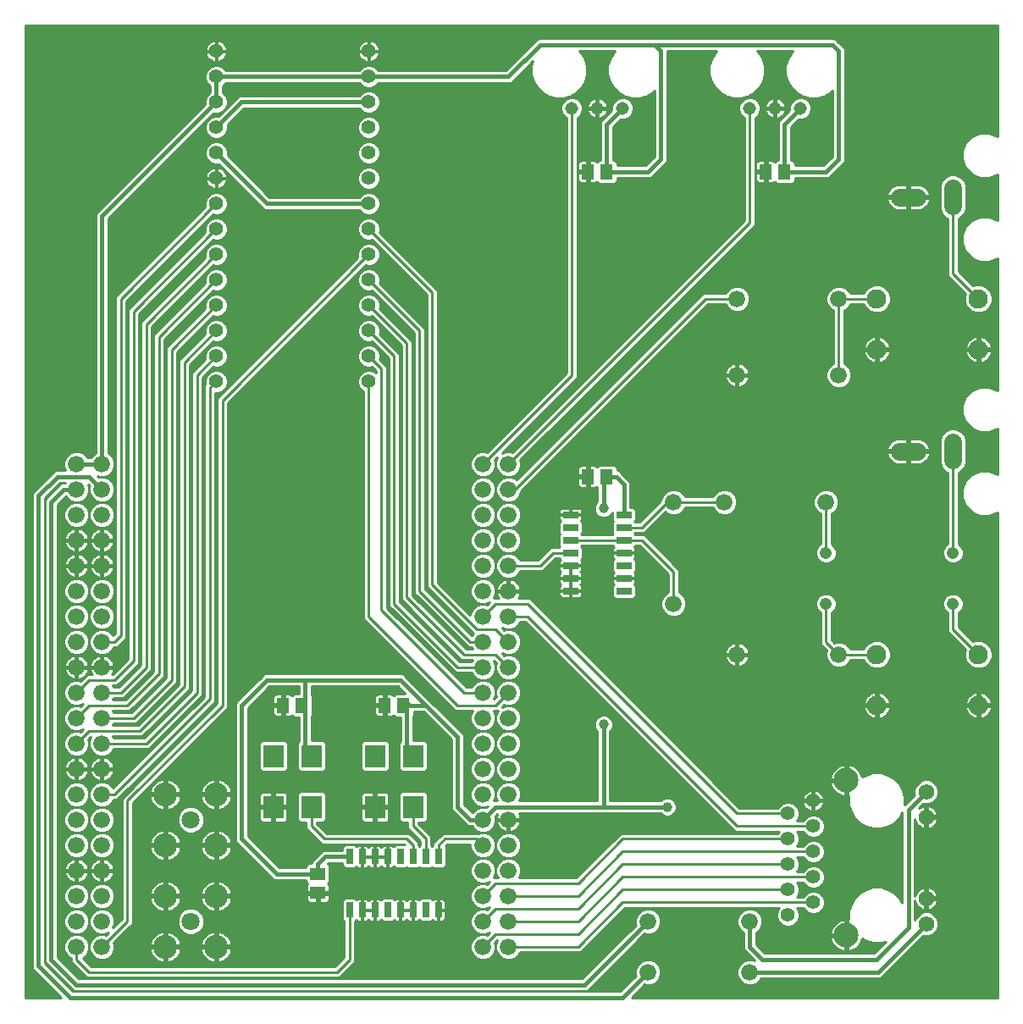
<source format=gtl>
G75*
%MOIN*%
%OFA0B0*%
%FSLAX25Y25*%
%IPPOS*%
%LPD*%
%AMOC8*
5,1,8,0,0,1.08239X$1,22.5*
%
%ADD10R,0.05118X0.05906*%
%ADD11C,0.04756*%
%ADD12R,0.05906X0.05118*%
%ADD13C,0.06600*%
%ADD14C,0.05150*%
%ADD15C,0.07087*%
%ADD16C,0.07087*%
%ADD17C,0.09449*%
%ADD18C,0.09750*%
%ADD19C,0.05543*%
%ADD20C,0.06150*%
%ADD21C,0.05600*%
%ADD22C,0.07600*%
%ADD23R,0.06000X0.02500*%
%ADD24R,0.02500X0.06000*%
%ADD25R,0.08000X0.09000*%
%ADD26C,0.01000*%
%ADD27C,0.03962*%
%ADD28C,0.01600*%
D10*
X0107760Y0121500D03*
X0115240Y0121500D03*
X0147760Y0121500D03*
X0155240Y0121500D03*
X0227760Y0211500D03*
X0235240Y0211500D03*
X0235240Y0331500D03*
X0227760Y0331500D03*
X0297760Y0331500D03*
X0305240Y0331500D03*
D11*
X0321500Y0181500D03*
X0321500Y0161500D03*
X0371500Y0161500D03*
X0371500Y0181500D03*
D12*
X0121500Y0055240D03*
X0121500Y0047760D03*
D13*
X0186500Y0046500D03*
X0186500Y0036500D03*
X0186500Y0026500D03*
X0196500Y0026500D03*
X0196500Y0036500D03*
X0196500Y0046500D03*
X0196500Y0056500D03*
X0196500Y0066500D03*
X0196500Y0076500D03*
X0186500Y0076500D03*
X0186500Y0066500D03*
X0186500Y0056500D03*
X0186500Y0086500D03*
X0186500Y0096500D03*
X0186500Y0106500D03*
X0196500Y0106500D03*
X0196500Y0096500D03*
X0196500Y0086500D03*
X0196500Y0116500D03*
X0196500Y0126500D03*
X0196500Y0136500D03*
X0186500Y0136500D03*
X0186500Y0126500D03*
X0186500Y0116500D03*
X0186500Y0146500D03*
X0186500Y0156500D03*
X0186500Y0166500D03*
X0196500Y0166500D03*
X0196500Y0156500D03*
X0196500Y0146500D03*
X0196500Y0176500D03*
X0196500Y0186500D03*
X0196500Y0196500D03*
X0186500Y0196500D03*
X0186500Y0186500D03*
X0186500Y0176500D03*
X0186500Y0206500D03*
X0186500Y0216500D03*
X0196500Y0216500D03*
X0196500Y0206500D03*
X0261500Y0201500D03*
X0281500Y0201500D03*
X0261500Y0161500D03*
X0286500Y0141500D03*
X0326500Y0141500D03*
X0321500Y0201500D03*
X0326500Y0251500D03*
X0326500Y0281500D03*
X0286500Y0281500D03*
X0286500Y0251500D03*
X0291500Y0036500D03*
X0291500Y0016500D03*
X0251500Y0016500D03*
X0251500Y0036500D03*
X0036500Y0036500D03*
X0036500Y0026500D03*
X0026500Y0026500D03*
X0026500Y0036500D03*
X0026500Y0046500D03*
X0026500Y0056500D03*
X0026500Y0066500D03*
X0026500Y0076500D03*
X0026500Y0086500D03*
X0026500Y0096500D03*
X0026500Y0106500D03*
X0026500Y0116500D03*
X0026500Y0126500D03*
X0026500Y0136500D03*
X0026500Y0146500D03*
X0026500Y0156500D03*
X0026500Y0166500D03*
X0026500Y0176500D03*
X0026500Y0186500D03*
X0026500Y0196500D03*
X0026500Y0206500D03*
X0026500Y0216500D03*
X0036500Y0216500D03*
X0036500Y0206500D03*
X0036500Y0196500D03*
X0036500Y0186500D03*
X0036500Y0176500D03*
X0036500Y0166500D03*
X0036500Y0156500D03*
X0036500Y0146500D03*
X0036500Y0136500D03*
X0036500Y0126500D03*
X0036500Y0116500D03*
X0036500Y0106500D03*
X0036500Y0096500D03*
X0036500Y0086500D03*
X0036500Y0076500D03*
X0036500Y0066500D03*
X0036500Y0056500D03*
X0036500Y0046500D03*
D14*
X0221500Y0356500D03*
X0231500Y0356500D03*
X0241500Y0356500D03*
X0291500Y0356500D03*
X0301500Y0356500D03*
X0311500Y0356500D03*
D15*
X0350457Y0321500D02*
X0357543Y0321500D01*
X0371500Y0317957D02*
X0371500Y0325043D01*
X0371500Y0225043D02*
X0371500Y0217957D01*
X0357543Y0221500D02*
X0350457Y0221500D01*
D16*
X0071500Y0076500D03*
X0071500Y0036500D03*
D17*
X0081500Y0026500D03*
X0081500Y0046500D03*
X0081500Y0066500D03*
X0081500Y0086500D03*
X0061500Y0086500D03*
X0061500Y0066500D03*
X0061500Y0046500D03*
X0061500Y0026500D03*
D18*
X0329500Y0031000D03*
X0329500Y0092000D03*
D19*
X0316500Y0084000D03*
X0316500Y0074000D03*
X0306500Y0069000D03*
X0306500Y0079000D03*
X0316500Y0064000D03*
X0316500Y0054000D03*
X0316500Y0044000D03*
X0306500Y0039000D03*
X0306500Y0049000D03*
X0306500Y0059000D03*
D20*
X0361000Y0045500D03*
X0361000Y0035500D03*
X0361000Y0077500D03*
X0361000Y0087500D03*
D21*
X0141500Y0249000D03*
X0141500Y0259000D03*
X0141500Y0269000D03*
X0141500Y0279000D03*
X0141500Y0289000D03*
X0141500Y0299000D03*
X0141500Y0309000D03*
X0141500Y0319000D03*
X0141500Y0329000D03*
X0141500Y0339000D03*
X0141500Y0349000D03*
X0141500Y0359000D03*
X0141500Y0369000D03*
X0141500Y0379000D03*
X0081500Y0379000D03*
X0081500Y0369000D03*
X0081500Y0359000D03*
X0081500Y0349000D03*
X0081500Y0339000D03*
X0081500Y0329000D03*
X0081500Y0319000D03*
X0081500Y0309000D03*
X0081500Y0299000D03*
X0081500Y0289000D03*
X0081500Y0279000D03*
X0081500Y0269000D03*
X0081500Y0259000D03*
X0081500Y0249000D03*
D22*
X0341500Y0261500D03*
X0341500Y0281500D03*
X0381500Y0281500D03*
X0381500Y0261500D03*
X0381500Y0141500D03*
X0381500Y0121500D03*
X0341500Y0121500D03*
X0341500Y0141500D03*
D23*
X0242000Y0166500D03*
X0242000Y0171500D03*
X0242000Y0176500D03*
X0242000Y0181500D03*
X0242000Y0186500D03*
X0242000Y0191500D03*
X0242000Y0196500D03*
X0221000Y0196500D03*
X0221000Y0191500D03*
X0221000Y0186500D03*
X0221000Y0181500D03*
X0221000Y0176500D03*
X0221000Y0171500D03*
X0221000Y0166500D03*
D24*
X0169000Y0062000D03*
X0164000Y0062000D03*
X0159000Y0062000D03*
X0154000Y0062000D03*
X0149000Y0062000D03*
X0144000Y0062000D03*
X0139000Y0062000D03*
X0134000Y0062000D03*
X0134000Y0041000D03*
X0139000Y0041000D03*
X0144000Y0041000D03*
X0149000Y0041000D03*
X0154000Y0041000D03*
X0159000Y0041000D03*
X0164000Y0041000D03*
X0169000Y0041000D03*
D25*
X0159000Y0081500D03*
X0144000Y0081500D03*
X0144000Y0101500D03*
X0159000Y0101500D03*
X0119000Y0101500D03*
X0104000Y0101500D03*
X0104000Y0081500D03*
X0119000Y0081500D03*
D26*
X0006500Y0006500D02*
X0006500Y0389000D01*
X0389000Y0389000D01*
X0389000Y0345487D01*
X0385757Y0346831D01*
X0382243Y0346831D01*
X0378998Y0345486D01*
X0376514Y0343002D01*
X0375169Y0339757D01*
X0375169Y0336243D01*
X0376514Y0332998D01*
X0378998Y0330514D01*
X0382243Y0329169D01*
X0385757Y0329169D01*
X0389000Y0330513D01*
X0389000Y0312487D01*
X0385757Y0313831D01*
X0382243Y0313831D01*
X0378998Y0312486D01*
X0376514Y0310002D01*
X0375169Y0306757D01*
X0375169Y0303243D01*
X0376514Y0299998D01*
X0378998Y0297514D01*
X0382243Y0296169D01*
X0385757Y0296169D01*
X0389000Y0297513D01*
X0389000Y0245487D01*
X0385757Y0246831D01*
X0382243Y0246831D01*
X0378998Y0245486D01*
X0376514Y0243002D01*
X0375169Y0239757D01*
X0375169Y0236243D01*
X0376514Y0232998D01*
X0378998Y0230514D01*
X0382243Y0229169D01*
X0385757Y0229169D01*
X0389000Y0230513D01*
X0389000Y0212487D01*
X0385757Y0213831D01*
X0382243Y0213831D01*
X0378998Y0212486D01*
X0376514Y0210002D01*
X0375169Y0206757D01*
X0375169Y0203243D01*
X0376514Y0199998D01*
X0378998Y0197514D01*
X0382243Y0196169D01*
X0385757Y0196169D01*
X0389000Y0197513D01*
X0389000Y0006500D01*
X0245036Y0006500D01*
X0250173Y0011638D01*
X0250505Y0011500D01*
X0252495Y0011500D01*
X0254332Y0012261D01*
X0255739Y0013668D01*
X0256500Y0015505D01*
X0256500Y0017495D01*
X0255739Y0019332D01*
X0254332Y0020739D01*
X0252495Y0021500D01*
X0250505Y0021500D01*
X0248668Y0020739D01*
X0247261Y0019332D01*
X0246500Y0017495D01*
X0246500Y0015505D01*
X0246638Y0015173D01*
X0240464Y0009000D01*
X0025036Y0009000D01*
X0014000Y0020036D01*
X0014000Y0202964D01*
X0020036Y0209000D01*
X0022124Y0209000D01*
X0022124Y0209000D01*
X0021003Y0209000D01*
X0020084Y0208619D01*
X0015084Y0203619D01*
X0014381Y0202916D01*
X0014000Y0201997D01*
X0014000Y0021003D01*
X0014381Y0020084D01*
X0024381Y0010084D01*
X0025084Y0009381D01*
X0026003Y0009000D01*
X0226997Y0009000D01*
X0227916Y0009381D01*
X0250173Y0031638D01*
X0250505Y0031500D01*
X0252495Y0031500D01*
X0254332Y0032261D01*
X0255739Y0033668D01*
X0256500Y0035505D01*
X0256500Y0037495D01*
X0255739Y0039332D01*
X0254332Y0040739D01*
X0252495Y0041500D01*
X0250505Y0041500D01*
X0248668Y0040739D01*
X0247261Y0039332D01*
X0246500Y0037495D01*
X0246500Y0035505D01*
X0246638Y0035173D01*
X0225464Y0014000D01*
X0027536Y0014000D01*
X0019000Y0022536D01*
X0019000Y0200464D01*
X0022244Y0203709D01*
X0022261Y0203668D01*
X0023668Y0202261D01*
X0025505Y0201500D01*
X0023668Y0200739D01*
X0022261Y0199332D01*
X0021500Y0197495D01*
X0021500Y0195505D01*
X0022261Y0193668D01*
X0023668Y0192261D01*
X0025505Y0191500D01*
X0027495Y0191500D01*
X0029332Y0192261D01*
X0030739Y0193668D01*
X0031500Y0195505D01*
X0032261Y0193668D01*
X0033668Y0192261D01*
X0035505Y0191500D01*
X0037495Y0191500D01*
X0039332Y0192261D01*
X0040739Y0193668D01*
X0041500Y0195505D01*
X0041500Y0197495D01*
X0040739Y0199332D01*
X0039332Y0200739D01*
X0037495Y0201500D01*
X0035505Y0201500D01*
X0033668Y0200739D01*
X0032261Y0199332D01*
X0031500Y0197495D01*
X0031500Y0195505D01*
X0031500Y0197495D01*
X0030739Y0199332D01*
X0029332Y0200739D01*
X0027495Y0201500D01*
X0025505Y0201500D01*
X0027495Y0201500D01*
X0029332Y0202261D01*
X0030739Y0203668D01*
X0031500Y0205505D01*
X0032261Y0203668D01*
X0033668Y0202261D01*
X0035505Y0201500D01*
X0037495Y0201500D01*
X0039332Y0202261D01*
X0040739Y0203668D01*
X0041500Y0205505D01*
X0041500Y0207495D01*
X0040739Y0209332D01*
X0039332Y0210739D01*
X0037495Y0211500D01*
X0039332Y0212261D01*
X0040739Y0213668D01*
X0041500Y0215505D01*
X0041500Y0217495D01*
X0040739Y0219332D01*
X0039332Y0220739D01*
X0039000Y0220876D01*
X0039000Y0312964D01*
X0080556Y0354520D01*
X0080605Y0354500D01*
X0082395Y0354500D01*
X0084049Y0355185D01*
X0085315Y0356451D01*
X0086000Y0358105D01*
X0086000Y0359895D01*
X0085315Y0361549D01*
X0084049Y0362815D01*
X0084000Y0362835D01*
X0084000Y0365165D01*
X0084049Y0365185D01*
X0085315Y0366451D01*
X0085335Y0366500D01*
X0137665Y0366500D01*
X0137685Y0366451D01*
X0138951Y0365185D01*
X0140605Y0364500D01*
X0142395Y0364500D01*
X0144049Y0365185D01*
X0145315Y0366451D01*
X0145335Y0366500D01*
X0196997Y0366500D01*
X0197916Y0366881D01*
X0198619Y0367584D01*
X0206055Y0375019D01*
X0205500Y0372948D01*
X0205500Y0370052D01*
X0206250Y0367254D01*
X0207698Y0364746D01*
X0209746Y0362698D01*
X0212254Y0361250D01*
X0215052Y0360500D01*
X0217948Y0360500D01*
X0220746Y0361250D01*
X0223254Y0362698D01*
X0225302Y0364746D01*
X0226750Y0367254D01*
X0227500Y0370052D01*
X0227500Y0372948D01*
X0226750Y0375746D01*
X0225302Y0378254D01*
X0224556Y0379000D01*
X0238444Y0379000D01*
X0237698Y0378254D01*
X0236250Y0375746D01*
X0235500Y0372948D01*
X0235500Y0370052D01*
X0236250Y0367254D01*
X0237698Y0364746D01*
X0239746Y0362698D01*
X0242254Y0361250D01*
X0245052Y0360500D01*
X0247948Y0360500D01*
X0250746Y0361250D01*
X0253254Y0362698D01*
X0254000Y0363444D01*
X0254000Y0337536D01*
X0250464Y0334000D01*
X0239499Y0334000D01*
X0239499Y0335157D01*
X0238503Y0336153D01*
X0237740Y0336153D01*
X0237740Y0349205D01*
X0240761Y0352225D01*
X0242350Y0352225D01*
X0243921Y0352876D01*
X0245124Y0354079D01*
X0245775Y0355650D01*
X0245775Y0357350D01*
X0245124Y0358921D01*
X0243921Y0360124D01*
X0242350Y0360775D01*
X0240650Y0360775D01*
X0239079Y0360124D01*
X0237876Y0358921D01*
X0237225Y0357350D01*
X0237225Y0355761D01*
X0233121Y0351656D01*
X0232740Y0350737D01*
X0232740Y0336153D01*
X0231977Y0336153D01*
X0231359Y0335534D01*
X0231240Y0335653D01*
X0230898Y0335851D01*
X0230516Y0335953D01*
X0228260Y0335953D01*
X0228260Y0332000D01*
X0227260Y0332000D01*
X0227260Y0335953D01*
X0225003Y0335953D01*
X0224622Y0335851D01*
X0224280Y0335653D01*
X0224000Y0335374D01*
X0223803Y0335032D01*
X0223701Y0334650D01*
X0223701Y0332000D01*
X0227260Y0332000D01*
X0227260Y0331000D01*
X0228260Y0331000D01*
X0228260Y0327047D01*
X0230516Y0327047D01*
X0230898Y0327149D01*
X0231240Y0327347D01*
X0231359Y0327466D01*
X0231977Y0326847D01*
X0238503Y0326847D01*
X0239499Y0327843D01*
X0239499Y0329000D01*
X0251997Y0329000D01*
X0252916Y0329381D01*
X0257916Y0334381D01*
X0258619Y0335084D01*
X0259000Y0336003D01*
X0259000Y0379000D01*
X0278444Y0379000D01*
X0277698Y0378254D01*
X0276250Y0375746D01*
X0275500Y0372948D01*
X0275500Y0370052D01*
X0276250Y0367254D01*
X0277698Y0364746D01*
X0279746Y0362698D01*
X0282254Y0361250D01*
X0285052Y0360500D01*
X0287948Y0360500D01*
X0290746Y0361250D01*
X0293254Y0362698D01*
X0295302Y0364746D01*
X0296750Y0367254D01*
X0297500Y0370052D01*
X0297500Y0372948D01*
X0296750Y0375746D01*
X0295302Y0378254D01*
X0294556Y0379000D01*
X0308444Y0379000D01*
X0307698Y0378254D01*
X0306250Y0375746D01*
X0305500Y0372948D01*
X0305500Y0370052D01*
X0306250Y0367254D01*
X0307698Y0364746D01*
X0309746Y0362698D01*
X0312254Y0361250D01*
X0315052Y0360500D01*
X0317948Y0360500D01*
X0320746Y0361250D01*
X0323254Y0362698D01*
X0324000Y0363444D01*
X0324000Y0337536D01*
X0320464Y0334000D01*
X0309499Y0334000D01*
X0309499Y0335157D01*
X0308503Y0336153D01*
X0307740Y0336153D01*
X0307740Y0349205D01*
X0310761Y0352225D01*
X0312350Y0352225D01*
X0313921Y0352876D01*
X0315124Y0354079D01*
X0315775Y0355650D01*
X0315775Y0357350D01*
X0315124Y0358921D01*
X0313921Y0360124D01*
X0312350Y0360775D01*
X0310650Y0360775D01*
X0309079Y0360124D01*
X0307876Y0358921D01*
X0307225Y0357350D01*
X0307225Y0355761D01*
X0303121Y0351656D01*
X0302740Y0350737D01*
X0302740Y0336153D01*
X0301977Y0336153D01*
X0301359Y0335534D01*
X0301240Y0335653D01*
X0300898Y0335851D01*
X0300516Y0335953D01*
X0298260Y0335953D01*
X0298260Y0332000D01*
X0297260Y0332000D01*
X0297260Y0335953D01*
X0295003Y0335953D01*
X0294622Y0335851D01*
X0294280Y0335653D01*
X0294000Y0335374D01*
X0293803Y0335032D01*
X0293701Y0334650D01*
X0293701Y0332000D01*
X0297260Y0332000D01*
X0297260Y0331000D01*
X0298260Y0331000D01*
X0298260Y0327047D01*
X0300516Y0327047D01*
X0300898Y0327149D01*
X0301240Y0327347D01*
X0301359Y0327466D01*
X0301977Y0326847D01*
X0308503Y0326847D01*
X0309499Y0327843D01*
X0309499Y0329000D01*
X0321997Y0329000D01*
X0322916Y0329381D01*
X0323619Y0330084D01*
X0327916Y0334381D01*
X0328619Y0335084D01*
X0329000Y0336003D01*
X0329000Y0379497D01*
X0328619Y0380416D01*
X0326119Y0382916D01*
X0325416Y0383619D01*
X0324497Y0384000D01*
X0208503Y0384000D01*
X0207584Y0383619D01*
X0206881Y0382916D01*
X0195464Y0371500D01*
X0145335Y0371500D01*
X0145315Y0371549D01*
X0144049Y0372815D01*
X0142395Y0373500D01*
X0140605Y0373500D01*
X0138951Y0372815D01*
X0137685Y0371549D01*
X0137665Y0371500D01*
X0085335Y0371500D01*
X0085315Y0371549D01*
X0084049Y0372815D01*
X0082395Y0373500D01*
X0080605Y0373500D01*
X0078951Y0372815D01*
X0077685Y0371549D01*
X0077000Y0369895D01*
X0077000Y0368105D01*
X0077685Y0366451D01*
X0078951Y0365185D01*
X0079000Y0365165D01*
X0079000Y0362835D01*
X0078951Y0362815D01*
X0077685Y0361549D01*
X0077000Y0359895D01*
X0077000Y0358105D01*
X0077020Y0358056D01*
X0034381Y0315416D01*
X0034000Y0314497D01*
X0034000Y0220876D01*
X0033668Y0220739D01*
X0032261Y0219332D01*
X0032124Y0219000D01*
X0030876Y0219000D01*
X0030739Y0219332D01*
X0029332Y0220739D01*
X0027495Y0221500D01*
X0025505Y0221500D01*
X0023668Y0220739D01*
X0022261Y0219332D01*
X0021500Y0217495D01*
X0021500Y0215505D01*
X0022124Y0214000D01*
X0018503Y0214000D01*
X0017584Y0213619D01*
X0010084Y0206119D01*
X0009381Y0205416D01*
X0009000Y0204497D01*
X0009000Y0018503D01*
X0009381Y0017584D01*
X0020464Y0006500D01*
X0006500Y0006500D01*
X0006500Y0007491D02*
X0019473Y0007491D01*
X0018475Y0008490D02*
X0006500Y0008490D01*
X0006500Y0009488D02*
X0017476Y0009488D01*
X0016478Y0010487D02*
X0006500Y0010487D01*
X0006500Y0011485D02*
X0015479Y0011485D01*
X0014481Y0012484D02*
X0006500Y0012484D01*
X0006500Y0013482D02*
X0013482Y0013482D01*
X0012484Y0014481D02*
X0006500Y0014481D01*
X0006500Y0015479D02*
X0011485Y0015479D01*
X0010487Y0016478D02*
X0006500Y0016478D01*
X0006500Y0017476D02*
X0009488Y0017476D01*
X0009012Y0018475D02*
X0006500Y0018475D01*
X0006500Y0019473D02*
X0009000Y0019473D01*
X0009000Y0020472D02*
X0006500Y0020472D01*
X0006500Y0021470D02*
X0009000Y0021470D01*
X0009000Y0022469D02*
X0006500Y0022469D01*
X0006500Y0023467D02*
X0009000Y0023467D01*
X0009000Y0024466D02*
X0006500Y0024466D01*
X0006500Y0025464D02*
X0009000Y0025464D01*
X0009000Y0026463D02*
X0006500Y0026463D01*
X0006500Y0027461D02*
X0009000Y0027461D01*
X0009000Y0028460D02*
X0006500Y0028460D01*
X0006500Y0029458D02*
X0009000Y0029458D01*
X0009000Y0030457D02*
X0006500Y0030457D01*
X0006500Y0031455D02*
X0009000Y0031455D01*
X0009000Y0032454D02*
X0006500Y0032454D01*
X0006500Y0033452D02*
X0009000Y0033452D01*
X0009000Y0034451D02*
X0006500Y0034451D01*
X0006500Y0035449D02*
X0009000Y0035449D01*
X0009000Y0036448D02*
X0006500Y0036448D01*
X0006500Y0037446D02*
X0009000Y0037446D01*
X0009000Y0038445D02*
X0006500Y0038445D01*
X0006500Y0039443D02*
X0009000Y0039443D01*
X0009000Y0040442D02*
X0006500Y0040442D01*
X0006500Y0041440D02*
X0009000Y0041440D01*
X0009000Y0042439D02*
X0006500Y0042439D01*
X0006500Y0043437D02*
X0009000Y0043437D01*
X0009000Y0044436D02*
X0006500Y0044436D01*
X0006500Y0045434D02*
X0009000Y0045434D01*
X0009000Y0046433D02*
X0006500Y0046433D01*
X0006500Y0047432D02*
X0009000Y0047432D01*
X0009000Y0048430D02*
X0006500Y0048430D01*
X0006500Y0049429D02*
X0009000Y0049429D01*
X0009000Y0050427D02*
X0006500Y0050427D01*
X0006500Y0051426D02*
X0009000Y0051426D01*
X0009000Y0052424D02*
X0006500Y0052424D01*
X0006500Y0053423D02*
X0009000Y0053423D01*
X0009000Y0054421D02*
X0006500Y0054421D01*
X0006500Y0055420D02*
X0009000Y0055420D01*
X0009000Y0056418D02*
X0006500Y0056418D01*
X0006500Y0057417D02*
X0009000Y0057417D01*
X0009000Y0058415D02*
X0006500Y0058415D01*
X0006500Y0059414D02*
X0009000Y0059414D01*
X0009000Y0060412D02*
X0006500Y0060412D01*
X0006500Y0061411D02*
X0009000Y0061411D01*
X0009000Y0062409D02*
X0006500Y0062409D01*
X0006500Y0063408D02*
X0009000Y0063408D01*
X0009000Y0064406D02*
X0006500Y0064406D01*
X0006500Y0065405D02*
X0009000Y0065405D01*
X0009000Y0066403D02*
X0006500Y0066403D01*
X0006500Y0067402D02*
X0009000Y0067402D01*
X0009000Y0068400D02*
X0006500Y0068400D01*
X0006500Y0069399D02*
X0009000Y0069399D01*
X0009000Y0070397D02*
X0006500Y0070397D01*
X0006500Y0071396D02*
X0009000Y0071396D01*
X0009000Y0072394D02*
X0006500Y0072394D01*
X0006500Y0073393D02*
X0009000Y0073393D01*
X0009000Y0074391D02*
X0006500Y0074391D01*
X0006500Y0075390D02*
X0009000Y0075390D01*
X0009000Y0076388D02*
X0006500Y0076388D01*
X0006500Y0077387D02*
X0009000Y0077387D01*
X0009000Y0078385D02*
X0006500Y0078385D01*
X0006500Y0079384D02*
X0009000Y0079384D01*
X0009000Y0080382D02*
X0006500Y0080382D01*
X0006500Y0081381D02*
X0009000Y0081381D01*
X0009000Y0082379D02*
X0006500Y0082379D01*
X0006500Y0083378D02*
X0009000Y0083378D01*
X0009000Y0084376D02*
X0006500Y0084376D01*
X0006500Y0085375D02*
X0009000Y0085375D01*
X0009000Y0086373D02*
X0006500Y0086373D01*
X0006500Y0087372D02*
X0009000Y0087372D01*
X0009000Y0088370D02*
X0006500Y0088370D01*
X0006500Y0089369D02*
X0009000Y0089369D01*
X0009000Y0090368D02*
X0006500Y0090368D01*
X0006500Y0091366D02*
X0009000Y0091366D01*
X0009000Y0092365D02*
X0006500Y0092365D01*
X0006500Y0093363D02*
X0009000Y0093363D01*
X0009000Y0094362D02*
X0006500Y0094362D01*
X0006500Y0095360D02*
X0009000Y0095360D01*
X0009000Y0096359D02*
X0006500Y0096359D01*
X0006500Y0097357D02*
X0009000Y0097357D01*
X0009000Y0098356D02*
X0006500Y0098356D01*
X0006500Y0099354D02*
X0009000Y0099354D01*
X0009000Y0100353D02*
X0006500Y0100353D01*
X0006500Y0101351D02*
X0009000Y0101351D01*
X0009000Y0102350D02*
X0006500Y0102350D01*
X0006500Y0103348D02*
X0009000Y0103348D01*
X0009000Y0104347D02*
X0006500Y0104347D01*
X0006500Y0105345D02*
X0009000Y0105345D01*
X0009000Y0106344D02*
X0006500Y0106344D01*
X0006500Y0107342D02*
X0009000Y0107342D01*
X0009000Y0108341D02*
X0006500Y0108341D01*
X0006500Y0109339D02*
X0009000Y0109339D01*
X0009000Y0110338D02*
X0006500Y0110338D01*
X0006500Y0111336D02*
X0009000Y0111336D01*
X0009000Y0112335D02*
X0006500Y0112335D01*
X0006500Y0113333D02*
X0009000Y0113333D01*
X0009000Y0114332D02*
X0006500Y0114332D01*
X0006500Y0115330D02*
X0009000Y0115330D01*
X0009000Y0116329D02*
X0006500Y0116329D01*
X0006500Y0117327D02*
X0009000Y0117327D01*
X0009000Y0118326D02*
X0006500Y0118326D01*
X0006500Y0119324D02*
X0009000Y0119324D01*
X0009000Y0120323D02*
X0006500Y0120323D01*
X0006500Y0121321D02*
X0009000Y0121321D01*
X0009000Y0122320D02*
X0006500Y0122320D01*
X0006500Y0123318D02*
X0009000Y0123318D01*
X0009000Y0124317D02*
X0006500Y0124317D01*
X0006500Y0125315D02*
X0009000Y0125315D01*
X0009000Y0126314D02*
X0006500Y0126314D01*
X0006500Y0127312D02*
X0009000Y0127312D01*
X0009000Y0128311D02*
X0006500Y0128311D01*
X0006500Y0129309D02*
X0009000Y0129309D01*
X0009000Y0130308D02*
X0006500Y0130308D01*
X0006500Y0131306D02*
X0009000Y0131306D01*
X0009000Y0132305D02*
X0006500Y0132305D01*
X0006500Y0133303D02*
X0009000Y0133303D01*
X0009000Y0134302D02*
X0006500Y0134302D01*
X0006500Y0135301D02*
X0009000Y0135301D01*
X0009000Y0136299D02*
X0006500Y0136299D01*
X0006500Y0137298D02*
X0009000Y0137298D01*
X0009000Y0138296D02*
X0006500Y0138296D01*
X0006500Y0139295D02*
X0009000Y0139295D01*
X0009000Y0140293D02*
X0006500Y0140293D01*
X0006500Y0141292D02*
X0009000Y0141292D01*
X0009000Y0142290D02*
X0006500Y0142290D01*
X0006500Y0143289D02*
X0009000Y0143289D01*
X0009000Y0144287D02*
X0006500Y0144287D01*
X0006500Y0145286D02*
X0009000Y0145286D01*
X0009000Y0146284D02*
X0006500Y0146284D01*
X0006500Y0147283D02*
X0009000Y0147283D01*
X0009000Y0148281D02*
X0006500Y0148281D01*
X0006500Y0149280D02*
X0009000Y0149280D01*
X0009000Y0150278D02*
X0006500Y0150278D01*
X0006500Y0151277D02*
X0009000Y0151277D01*
X0009000Y0152275D02*
X0006500Y0152275D01*
X0006500Y0153274D02*
X0009000Y0153274D01*
X0009000Y0154272D02*
X0006500Y0154272D01*
X0006500Y0155271D02*
X0009000Y0155271D01*
X0009000Y0156269D02*
X0006500Y0156269D01*
X0006500Y0157268D02*
X0009000Y0157268D01*
X0009000Y0158266D02*
X0006500Y0158266D01*
X0006500Y0159265D02*
X0009000Y0159265D01*
X0009000Y0160263D02*
X0006500Y0160263D01*
X0006500Y0161262D02*
X0009000Y0161262D01*
X0009000Y0162260D02*
X0006500Y0162260D01*
X0006500Y0163259D02*
X0009000Y0163259D01*
X0009000Y0164257D02*
X0006500Y0164257D01*
X0006500Y0165256D02*
X0009000Y0165256D01*
X0009000Y0166254D02*
X0006500Y0166254D01*
X0006500Y0167253D02*
X0009000Y0167253D01*
X0009000Y0168251D02*
X0006500Y0168251D01*
X0006500Y0169250D02*
X0009000Y0169250D01*
X0009000Y0170248D02*
X0006500Y0170248D01*
X0006500Y0171247D02*
X0009000Y0171247D01*
X0009000Y0172245D02*
X0006500Y0172245D01*
X0006500Y0173244D02*
X0009000Y0173244D01*
X0009000Y0174242D02*
X0006500Y0174242D01*
X0006500Y0175241D02*
X0009000Y0175241D01*
X0009000Y0176239D02*
X0006500Y0176239D01*
X0006500Y0177238D02*
X0009000Y0177238D01*
X0009000Y0178237D02*
X0006500Y0178237D01*
X0006500Y0179235D02*
X0009000Y0179235D01*
X0009000Y0180234D02*
X0006500Y0180234D01*
X0006500Y0181232D02*
X0009000Y0181232D01*
X0009000Y0182231D02*
X0006500Y0182231D01*
X0006500Y0183229D02*
X0009000Y0183229D01*
X0009000Y0184228D02*
X0006500Y0184228D01*
X0006500Y0185226D02*
X0009000Y0185226D01*
X0009000Y0186225D02*
X0006500Y0186225D01*
X0006500Y0187223D02*
X0009000Y0187223D01*
X0009000Y0188222D02*
X0006500Y0188222D01*
X0006500Y0189220D02*
X0009000Y0189220D01*
X0009000Y0190219D02*
X0006500Y0190219D01*
X0006500Y0191217D02*
X0009000Y0191217D01*
X0009000Y0192216D02*
X0006500Y0192216D01*
X0006500Y0193214D02*
X0009000Y0193214D01*
X0009000Y0194213D02*
X0006500Y0194213D01*
X0006500Y0195211D02*
X0009000Y0195211D01*
X0009000Y0196210D02*
X0006500Y0196210D01*
X0006500Y0197208D02*
X0009000Y0197208D01*
X0009000Y0198207D02*
X0006500Y0198207D01*
X0006500Y0199205D02*
X0009000Y0199205D01*
X0009000Y0200204D02*
X0006500Y0200204D01*
X0006500Y0201202D02*
X0009000Y0201202D01*
X0009000Y0202201D02*
X0006500Y0202201D01*
X0006500Y0203199D02*
X0009000Y0203199D01*
X0009000Y0204198D02*
X0006500Y0204198D01*
X0006500Y0205196D02*
X0009290Y0205196D01*
X0010159Y0206195D02*
X0006500Y0206195D01*
X0006500Y0207193D02*
X0011158Y0207193D01*
X0012156Y0208192D02*
X0006500Y0208192D01*
X0006500Y0209190D02*
X0013155Y0209190D01*
X0014153Y0210189D02*
X0006500Y0210189D01*
X0006500Y0211187D02*
X0015152Y0211187D01*
X0016150Y0212186D02*
X0006500Y0212186D01*
X0006500Y0213184D02*
X0017149Y0213184D01*
X0021634Y0215181D02*
X0006500Y0215181D01*
X0006500Y0214183D02*
X0022048Y0214183D01*
X0021500Y0216180D02*
X0006500Y0216180D01*
X0006500Y0217178D02*
X0021500Y0217178D01*
X0021783Y0218177D02*
X0006500Y0218177D01*
X0006500Y0219175D02*
X0022196Y0219175D01*
X0023103Y0220174D02*
X0006500Y0220174D01*
X0006500Y0221172D02*
X0024715Y0221172D01*
X0028285Y0221172D02*
X0034000Y0221172D01*
X0034000Y0222171D02*
X0006500Y0222171D01*
X0006500Y0223170D02*
X0034000Y0223170D01*
X0034000Y0224168D02*
X0006500Y0224168D01*
X0006500Y0225167D02*
X0034000Y0225167D01*
X0034000Y0226165D02*
X0006500Y0226165D01*
X0006500Y0227164D02*
X0034000Y0227164D01*
X0034000Y0228162D02*
X0006500Y0228162D01*
X0006500Y0229161D02*
X0034000Y0229161D01*
X0034000Y0230159D02*
X0006500Y0230159D01*
X0006500Y0231158D02*
X0034000Y0231158D01*
X0034000Y0232156D02*
X0006500Y0232156D01*
X0006500Y0233155D02*
X0034000Y0233155D01*
X0034000Y0234153D02*
X0006500Y0234153D01*
X0006500Y0235152D02*
X0034000Y0235152D01*
X0034000Y0236150D02*
X0006500Y0236150D01*
X0006500Y0237149D02*
X0034000Y0237149D01*
X0034000Y0238147D02*
X0006500Y0238147D01*
X0006500Y0239146D02*
X0034000Y0239146D01*
X0034000Y0240144D02*
X0006500Y0240144D01*
X0006500Y0241143D02*
X0034000Y0241143D01*
X0034000Y0242141D02*
X0006500Y0242141D01*
X0006500Y0243140D02*
X0034000Y0243140D01*
X0034000Y0244138D02*
X0006500Y0244138D01*
X0006500Y0245137D02*
X0034000Y0245137D01*
X0034000Y0246135D02*
X0006500Y0246135D01*
X0006500Y0247134D02*
X0034000Y0247134D01*
X0034000Y0248132D02*
X0006500Y0248132D01*
X0006500Y0249131D02*
X0034000Y0249131D01*
X0034000Y0250129D02*
X0006500Y0250129D01*
X0006500Y0251128D02*
X0034000Y0251128D01*
X0034000Y0252126D02*
X0006500Y0252126D01*
X0006500Y0253125D02*
X0034000Y0253125D01*
X0034000Y0254123D02*
X0006500Y0254123D01*
X0006500Y0255122D02*
X0034000Y0255122D01*
X0034000Y0256120D02*
X0006500Y0256120D01*
X0006500Y0257119D02*
X0034000Y0257119D01*
X0034000Y0258117D02*
X0006500Y0258117D01*
X0006500Y0259116D02*
X0034000Y0259116D01*
X0034000Y0260114D02*
X0006500Y0260114D01*
X0006500Y0261113D02*
X0034000Y0261113D01*
X0034000Y0262111D02*
X0006500Y0262111D01*
X0006500Y0263110D02*
X0034000Y0263110D01*
X0034000Y0264108D02*
X0006500Y0264108D01*
X0006500Y0265107D02*
X0034000Y0265107D01*
X0034000Y0266105D02*
X0006500Y0266105D01*
X0006500Y0267104D02*
X0034000Y0267104D01*
X0034000Y0268103D02*
X0006500Y0268103D01*
X0006500Y0269101D02*
X0034000Y0269101D01*
X0034000Y0270100D02*
X0006500Y0270100D01*
X0006500Y0271098D02*
X0034000Y0271098D01*
X0034000Y0272097D02*
X0006500Y0272097D01*
X0006500Y0273095D02*
X0034000Y0273095D01*
X0034000Y0274094D02*
X0006500Y0274094D01*
X0006500Y0275092D02*
X0034000Y0275092D01*
X0034000Y0276091D02*
X0006500Y0276091D01*
X0006500Y0277089D02*
X0034000Y0277089D01*
X0034000Y0278088D02*
X0006500Y0278088D01*
X0006500Y0279086D02*
X0034000Y0279086D01*
X0034000Y0280085D02*
X0006500Y0280085D01*
X0006500Y0281083D02*
X0034000Y0281083D01*
X0034000Y0282082D02*
X0006500Y0282082D01*
X0006500Y0283080D02*
X0034000Y0283080D01*
X0034000Y0284079D02*
X0006500Y0284079D01*
X0006500Y0285077D02*
X0034000Y0285077D01*
X0034000Y0286076D02*
X0006500Y0286076D01*
X0006500Y0287074D02*
X0034000Y0287074D01*
X0034000Y0288073D02*
X0006500Y0288073D01*
X0006500Y0289071D02*
X0034000Y0289071D01*
X0034000Y0290070D02*
X0006500Y0290070D01*
X0006500Y0291068D02*
X0034000Y0291068D01*
X0034000Y0292067D02*
X0006500Y0292067D01*
X0006500Y0293065D02*
X0034000Y0293065D01*
X0034000Y0294064D02*
X0006500Y0294064D01*
X0006500Y0295062D02*
X0034000Y0295062D01*
X0034000Y0296061D02*
X0006500Y0296061D01*
X0006500Y0297059D02*
X0034000Y0297059D01*
X0034000Y0298058D02*
X0006500Y0298058D01*
X0006500Y0299056D02*
X0034000Y0299056D01*
X0034000Y0300055D02*
X0006500Y0300055D01*
X0006500Y0301053D02*
X0034000Y0301053D01*
X0034000Y0302052D02*
X0006500Y0302052D01*
X0006500Y0303050D02*
X0034000Y0303050D01*
X0034000Y0304049D02*
X0006500Y0304049D01*
X0006500Y0305047D02*
X0034000Y0305047D01*
X0034000Y0306046D02*
X0006500Y0306046D01*
X0006500Y0307044D02*
X0034000Y0307044D01*
X0034000Y0308043D02*
X0006500Y0308043D01*
X0006500Y0309041D02*
X0034000Y0309041D01*
X0034000Y0310040D02*
X0006500Y0310040D01*
X0006500Y0311039D02*
X0034000Y0311039D01*
X0034000Y0312037D02*
X0006500Y0312037D01*
X0006500Y0313036D02*
X0034000Y0313036D01*
X0034000Y0314034D02*
X0006500Y0314034D01*
X0006500Y0315033D02*
X0034222Y0315033D01*
X0034996Y0316031D02*
X0006500Y0316031D01*
X0006500Y0317030D02*
X0035994Y0317030D01*
X0036993Y0318028D02*
X0006500Y0318028D01*
X0006500Y0319027D02*
X0037991Y0319027D01*
X0038990Y0320025D02*
X0006500Y0320025D01*
X0006500Y0321024D02*
X0039988Y0321024D01*
X0040987Y0322022D02*
X0006500Y0322022D01*
X0006500Y0323021D02*
X0041985Y0323021D01*
X0042984Y0324019D02*
X0006500Y0324019D01*
X0006500Y0325018D02*
X0043982Y0325018D01*
X0044981Y0326016D02*
X0006500Y0326016D01*
X0006500Y0327015D02*
X0045979Y0327015D01*
X0046978Y0328013D02*
X0006500Y0328013D01*
X0006500Y0329012D02*
X0047976Y0329012D01*
X0048975Y0330010D02*
X0006500Y0330010D01*
X0006500Y0331009D02*
X0049973Y0331009D01*
X0050972Y0332007D02*
X0006500Y0332007D01*
X0006500Y0333006D02*
X0051970Y0333006D01*
X0052969Y0334004D02*
X0006500Y0334004D01*
X0006500Y0335003D02*
X0053967Y0335003D01*
X0054966Y0336001D02*
X0006500Y0336001D01*
X0006500Y0337000D02*
X0055964Y0337000D01*
X0056963Y0337998D02*
X0006500Y0337998D01*
X0006500Y0338997D02*
X0057961Y0338997D01*
X0058960Y0339995D02*
X0006500Y0339995D01*
X0006500Y0340994D02*
X0059958Y0340994D01*
X0060957Y0341992D02*
X0006500Y0341992D01*
X0006500Y0342991D02*
X0061955Y0342991D01*
X0062954Y0343989D02*
X0006500Y0343989D01*
X0006500Y0344988D02*
X0063952Y0344988D01*
X0064951Y0345986D02*
X0006500Y0345986D01*
X0006500Y0346985D02*
X0065949Y0346985D01*
X0066948Y0347983D02*
X0006500Y0347983D01*
X0006500Y0348982D02*
X0067946Y0348982D01*
X0068945Y0349980D02*
X0006500Y0349980D01*
X0006500Y0350979D02*
X0069943Y0350979D01*
X0070942Y0351977D02*
X0006500Y0351977D01*
X0006500Y0352976D02*
X0071940Y0352976D01*
X0072939Y0353974D02*
X0006500Y0353974D01*
X0006500Y0354973D02*
X0073937Y0354973D01*
X0074936Y0355972D02*
X0006500Y0355972D01*
X0006500Y0356970D02*
X0075934Y0356970D01*
X0076933Y0357969D02*
X0006500Y0357969D01*
X0006500Y0358967D02*
X0077000Y0358967D01*
X0077029Y0359966D02*
X0006500Y0359966D01*
X0006500Y0360964D02*
X0077443Y0360964D01*
X0078099Y0361963D02*
X0006500Y0361963D01*
X0006500Y0362961D02*
X0079000Y0362961D01*
X0079000Y0363960D02*
X0006500Y0363960D01*
X0006500Y0364958D02*
X0079000Y0364958D01*
X0078179Y0365957D02*
X0006500Y0365957D01*
X0006500Y0366955D02*
X0077476Y0366955D01*
X0077063Y0367954D02*
X0006500Y0367954D01*
X0006500Y0368952D02*
X0077000Y0368952D01*
X0077023Y0369951D02*
X0006500Y0369951D01*
X0006500Y0370949D02*
X0077437Y0370949D01*
X0078084Y0371948D02*
X0006500Y0371948D01*
X0006500Y0372946D02*
X0079268Y0372946D01*
X0079849Y0375015D02*
X0079246Y0375322D01*
X0078699Y0375720D01*
X0078220Y0376199D01*
X0077822Y0376746D01*
X0077515Y0377349D01*
X0077306Y0377993D01*
X0077200Y0378662D01*
X0077200Y0378811D01*
X0081311Y0378811D01*
X0081311Y0379189D01*
X0081311Y0383300D01*
X0081162Y0383300D01*
X0080493Y0383194D01*
X0079849Y0382985D01*
X0079246Y0382678D01*
X0078699Y0382280D01*
X0078220Y0381801D01*
X0077822Y0381254D01*
X0077515Y0380651D01*
X0077306Y0380007D01*
X0077200Y0379338D01*
X0077200Y0379189D01*
X0081311Y0379189D01*
X0081689Y0379189D01*
X0081689Y0383300D01*
X0081838Y0383300D01*
X0082507Y0383194D01*
X0083151Y0382985D01*
X0083754Y0382678D01*
X0084301Y0382280D01*
X0084780Y0381801D01*
X0085178Y0381254D01*
X0085485Y0380651D01*
X0085694Y0380007D01*
X0085800Y0379338D01*
X0085800Y0379189D01*
X0081689Y0379189D01*
X0081689Y0378811D01*
X0085800Y0378811D01*
X0085800Y0378662D01*
X0085694Y0377993D01*
X0085485Y0377349D01*
X0085178Y0376746D01*
X0084780Y0376199D01*
X0084301Y0375720D01*
X0083754Y0375322D01*
X0083151Y0375015D01*
X0082507Y0374806D01*
X0081838Y0374700D01*
X0081689Y0374700D01*
X0081689Y0378811D01*
X0081311Y0378811D01*
X0081311Y0374700D01*
X0081162Y0374700D01*
X0080493Y0374806D01*
X0079849Y0375015D01*
X0080070Y0374943D02*
X0006500Y0374943D01*
X0006500Y0373945D02*
X0197909Y0373945D01*
X0198908Y0374943D02*
X0142930Y0374943D01*
X0143151Y0375015D02*
X0143754Y0375322D01*
X0144301Y0375720D01*
X0144780Y0376199D01*
X0145178Y0376746D01*
X0145485Y0377349D01*
X0145694Y0377993D01*
X0145800Y0378662D01*
X0145800Y0378811D01*
X0141689Y0378811D01*
X0141689Y0379189D01*
X0141311Y0379189D01*
X0141311Y0383300D01*
X0141162Y0383300D01*
X0140493Y0383194D01*
X0139849Y0382985D01*
X0139246Y0382678D01*
X0138699Y0382280D01*
X0138220Y0381801D01*
X0137822Y0381254D01*
X0137515Y0380651D01*
X0137306Y0380007D01*
X0137200Y0379338D01*
X0137200Y0379189D01*
X0141311Y0379189D01*
X0141311Y0378811D01*
X0137200Y0378811D01*
X0137200Y0378662D01*
X0137306Y0377993D01*
X0137515Y0377349D01*
X0137822Y0376746D01*
X0138220Y0376199D01*
X0138699Y0375720D01*
X0139246Y0375322D01*
X0139849Y0375015D01*
X0140493Y0374806D01*
X0141162Y0374700D01*
X0141311Y0374700D01*
X0141311Y0378811D01*
X0141689Y0378811D01*
X0141689Y0374700D01*
X0141838Y0374700D01*
X0142507Y0374806D01*
X0143151Y0375015D01*
X0141689Y0374943D02*
X0141311Y0374943D01*
X0141311Y0375942D02*
X0141689Y0375942D01*
X0141689Y0376940D02*
X0141311Y0376940D01*
X0141311Y0377939D02*
X0141689Y0377939D01*
X0141689Y0378937D02*
X0202902Y0378937D01*
X0201903Y0377939D02*
X0145676Y0377939D01*
X0145277Y0376940D02*
X0200905Y0376940D01*
X0199906Y0375942D02*
X0144523Y0375942D01*
X0143732Y0372946D02*
X0196911Y0372946D01*
X0195912Y0371948D02*
X0144916Y0371948D01*
X0140070Y0374943D02*
X0082930Y0374943D01*
X0081689Y0374943D02*
X0081311Y0374943D01*
X0081311Y0375942D02*
X0081689Y0375942D01*
X0081689Y0376940D02*
X0081311Y0376940D01*
X0081311Y0377939D02*
X0081689Y0377939D01*
X0081689Y0378937D02*
X0141311Y0378937D01*
X0141689Y0379189D02*
X0141689Y0383300D01*
X0141838Y0383300D01*
X0142507Y0383194D01*
X0143151Y0382985D01*
X0143754Y0382678D01*
X0144301Y0382280D01*
X0144780Y0381801D01*
X0145178Y0381254D01*
X0145485Y0380651D01*
X0145694Y0380007D01*
X0145800Y0379338D01*
X0145800Y0379189D01*
X0141689Y0379189D01*
X0141689Y0379936D02*
X0141311Y0379936D01*
X0141311Y0380934D02*
X0141689Y0380934D01*
X0141689Y0381933D02*
X0141311Y0381933D01*
X0141311Y0382931D02*
X0141689Y0382931D01*
X0143256Y0382931D02*
X0206896Y0382931D01*
X0206881Y0382916D02*
X0206881Y0382916D01*
X0205897Y0381933D02*
X0144648Y0381933D01*
X0145340Y0380934D02*
X0204899Y0380934D01*
X0203900Y0379936D02*
X0145705Y0379936D01*
X0139744Y0382931D02*
X0083256Y0382931D01*
X0081689Y0382931D02*
X0081311Y0382931D01*
X0081311Y0381933D02*
X0081689Y0381933D01*
X0081689Y0380934D02*
X0081311Y0380934D01*
X0081311Y0379936D02*
X0081689Y0379936D01*
X0081311Y0378937D02*
X0006500Y0378937D01*
X0006500Y0377939D02*
X0077324Y0377939D01*
X0077723Y0376940D02*
X0006500Y0376940D01*
X0006500Y0375942D02*
X0078477Y0375942D01*
X0077295Y0379936D02*
X0006500Y0379936D01*
X0006500Y0380934D02*
X0077660Y0380934D01*
X0078352Y0381933D02*
X0006500Y0381933D01*
X0006500Y0382931D02*
X0079744Y0382931D01*
X0084648Y0381933D02*
X0138352Y0381933D01*
X0137660Y0380934D02*
X0085340Y0380934D01*
X0085705Y0379936D02*
X0137295Y0379936D01*
X0137324Y0377939D02*
X0085676Y0377939D01*
X0085277Y0376940D02*
X0137723Y0376940D01*
X0138477Y0375942D02*
X0084523Y0375942D01*
X0083732Y0372946D02*
X0139268Y0372946D01*
X0138084Y0371948D02*
X0084916Y0371948D01*
X0084821Y0365957D02*
X0138179Y0365957D01*
X0139499Y0364958D02*
X0084000Y0364958D01*
X0084000Y0363960D02*
X0208484Y0363960D01*
X0207575Y0364958D02*
X0143501Y0364958D01*
X0144821Y0365957D02*
X0206999Y0365957D01*
X0206422Y0366955D02*
X0197991Y0366955D01*
X0198619Y0367584D02*
X0198619Y0367584D01*
X0198989Y0367954D02*
X0206062Y0367954D01*
X0205795Y0368952D02*
X0199988Y0368952D01*
X0200986Y0369951D02*
X0205527Y0369951D01*
X0205500Y0370949D02*
X0201985Y0370949D01*
X0202983Y0371948D02*
X0205500Y0371948D01*
X0205500Y0372946D02*
X0203982Y0372946D01*
X0204980Y0373945D02*
X0205767Y0373945D01*
X0205979Y0374943D02*
X0206035Y0374943D01*
X0208333Y0383930D02*
X0006500Y0383930D01*
X0006500Y0384928D02*
X0389000Y0384928D01*
X0389000Y0383930D02*
X0324667Y0383930D01*
X0326104Y0382931D02*
X0389000Y0382931D01*
X0389000Y0381933D02*
X0327103Y0381933D01*
X0328101Y0380934D02*
X0389000Y0380934D01*
X0389000Y0379936D02*
X0328818Y0379936D01*
X0329000Y0378937D02*
X0389000Y0378937D01*
X0389000Y0377939D02*
X0329000Y0377939D01*
X0329000Y0376940D02*
X0389000Y0376940D01*
X0389000Y0375942D02*
X0329000Y0375942D01*
X0329000Y0374943D02*
X0389000Y0374943D01*
X0389000Y0373945D02*
X0329000Y0373945D01*
X0329000Y0372946D02*
X0389000Y0372946D01*
X0389000Y0371948D02*
X0329000Y0371948D01*
X0329000Y0370949D02*
X0389000Y0370949D01*
X0389000Y0369951D02*
X0329000Y0369951D01*
X0329000Y0368952D02*
X0389000Y0368952D01*
X0389000Y0367954D02*
X0329000Y0367954D01*
X0329000Y0366955D02*
X0389000Y0366955D01*
X0389000Y0365957D02*
X0329000Y0365957D01*
X0329000Y0364958D02*
X0389000Y0364958D01*
X0389000Y0363960D02*
X0329000Y0363960D01*
X0329000Y0362961D02*
X0389000Y0362961D01*
X0389000Y0361963D02*
X0329000Y0361963D01*
X0329000Y0360964D02*
X0389000Y0360964D01*
X0389000Y0359966D02*
X0329000Y0359966D01*
X0329000Y0358967D02*
X0389000Y0358967D01*
X0389000Y0357969D02*
X0329000Y0357969D01*
X0329000Y0356970D02*
X0389000Y0356970D01*
X0389000Y0355972D02*
X0329000Y0355972D01*
X0329000Y0354973D02*
X0389000Y0354973D01*
X0389000Y0353974D02*
X0329000Y0353974D01*
X0329000Y0352976D02*
X0389000Y0352976D01*
X0389000Y0351977D02*
X0329000Y0351977D01*
X0329000Y0350979D02*
X0389000Y0350979D01*
X0389000Y0349980D02*
X0329000Y0349980D01*
X0329000Y0348982D02*
X0389000Y0348982D01*
X0389000Y0347983D02*
X0329000Y0347983D01*
X0329000Y0346985D02*
X0389000Y0346985D01*
X0389000Y0345986D02*
X0387795Y0345986D01*
X0380205Y0345986D02*
X0329000Y0345986D01*
X0329000Y0344988D02*
X0378499Y0344988D01*
X0377501Y0343989D02*
X0329000Y0343989D01*
X0329000Y0342991D02*
X0376509Y0342991D01*
X0376095Y0341992D02*
X0329000Y0341992D01*
X0329000Y0340994D02*
X0375682Y0340994D01*
X0375268Y0339995D02*
X0329000Y0339995D01*
X0329000Y0338997D02*
X0375169Y0338997D01*
X0375169Y0337998D02*
X0329000Y0337998D01*
X0329000Y0337000D02*
X0375169Y0337000D01*
X0375270Y0336001D02*
X0328999Y0336001D01*
X0328538Y0335003D02*
X0375683Y0335003D01*
X0376097Y0334004D02*
X0327540Y0334004D01*
X0327916Y0334381D02*
X0327916Y0334381D01*
X0326541Y0333006D02*
X0376510Y0333006D01*
X0377504Y0332007D02*
X0325543Y0332007D01*
X0324544Y0331009D02*
X0378503Y0331009D01*
X0380213Y0330010D02*
X0373210Y0330010D01*
X0372543Y0330287D02*
X0374470Y0329488D01*
X0375945Y0328013D01*
X0389000Y0328013D01*
X0389000Y0327015D02*
X0376359Y0327015D01*
X0376743Y0326086D02*
X0375945Y0328013D01*
X0374947Y0329012D02*
X0389000Y0329012D01*
X0389000Y0330010D02*
X0387787Y0330010D01*
X0389000Y0326016D02*
X0376743Y0326016D01*
X0376743Y0326086D02*
X0376743Y0316914D01*
X0375945Y0314987D01*
X0374470Y0313512D01*
X0373700Y0313193D01*
X0373700Y0292411D01*
X0379490Y0286621D01*
X0380406Y0287000D01*
X0382594Y0287000D01*
X0384615Y0286163D01*
X0386163Y0284615D01*
X0387000Y0282594D01*
X0387000Y0280406D01*
X0386163Y0278384D01*
X0384615Y0276837D01*
X0382594Y0276000D01*
X0380406Y0276000D01*
X0378384Y0276837D01*
X0376837Y0278384D01*
X0376000Y0280406D01*
X0376000Y0282594D01*
X0376379Y0283510D01*
X0369300Y0290589D01*
X0369300Y0313193D01*
X0368530Y0313512D01*
X0367055Y0314987D01*
X0366257Y0316914D01*
X0366257Y0326086D01*
X0367055Y0328013D01*
X0309499Y0328013D01*
X0308671Y0327015D02*
X0366641Y0327015D01*
X0366257Y0326016D02*
X0359789Y0326016D01*
X0359479Y0326174D02*
X0358724Y0326419D01*
X0357940Y0326543D01*
X0354500Y0326543D01*
X0354500Y0322000D01*
X0353500Y0322000D01*
X0353500Y0326543D01*
X0350060Y0326543D01*
X0349276Y0326419D01*
X0348521Y0326174D01*
X0347813Y0325813D01*
X0347171Y0325347D01*
X0346610Y0324785D01*
X0346143Y0324143D01*
X0345783Y0323436D01*
X0345538Y0322681D01*
X0345430Y0322000D01*
X0353500Y0322000D01*
X0353500Y0321000D01*
X0354500Y0321000D01*
X0354500Y0322000D01*
X0362570Y0322000D01*
X0362462Y0322681D01*
X0362217Y0323436D01*
X0361857Y0324143D01*
X0361390Y0324785D01*
X0360829Y0325347D01*
X0360187Y0325813D01*
X0359479Y0326174D01*
X0361158Y0325018D02*
X0366257Y0325018D01*
X0366257Y0324019D02*
X0361920Y0324019D01*
X0362352Y0323021D02*
X0366257Y0323021D01*
X0366257Y0322022D02*
X0362567Y0322022D01*
X0362570Y0321000D02*
X0354500Y0321000D01*
X0354500Y0316457D01*
X0357940Y0316457D01*
X0358724Y0316581D01*
X0359479Y0316826D01*
X0360187Y0317187D01*
X0360829Y0317653D01*
X0361390Y0318215D01*
X0361857Y0318857D01*
X0362217Y0319564D01*
X0362462Y0320319D01*
X0362570Y0321000D01*
X0362367Y0320025D02*
X0366257Y0320025D01*
X0366257Y0319027D02*
X0361943Y0319027D01*
X0361204Y0318028D02*
X0366257Y0318028D01*
X0366257Y0317030D02*
X0359878Y0317030D01*
X0354500Y0317030D02*
X0353500Y0317030D01*
X0353500Y0316457D02*
X0350060Y0316457D01*
X0349276Y0316581D01*
X0348521Y0316826D01*
X0347813Y0317187D01*
X0347171Y0317653D01*
X0346610Y0318215D01*
X0346143Y0318857D01*
X0345783Y0319564D01*
X0345538Y0320319D01*
X0345430Y0321000D01*
X0353500Y0321000D01*
X0353500Y0316457D01*
X0353500Y0318028D02*
X0354500Y0318028D01*
X0354500Y0319027D02*
X0353500Y0319027D01*
X0353500Y0320025D02*
X0354500Y0320025D01*
X0354500Y0321024D02*
X0366257Y0321024D01*
X0371500Y0321500D02*
X0371500Y0291500D01*
X0381500Y0281500D01*
X0386453Y0279086D02*
X0389000Y0279086D01*
X0389000Y0278088D02*
X0385866Y0278088D01*
X0384867Y0277089D02*
X0389000Y0277089D01*
X0389000Y0276091D02*
X0382813Y0276091D01*
X0380187Y0276091D02*
X0342813Y0276091D01*
X0342594Y0276000D02*
X0344615Y0276837D01*
X0346163Y0278384D01*
X0347000Y0280406D01*
X0347000Y0282594D01*
X0346163Y0284615D01*
X0344615Y0286163D01*
X0342594Y0287000D01*
X0340406Y0287000D01*
X0338384Y0286163D01*
X0336837Y0284615D01*
X0336458Y0283700D01*
X0331001Y0283700D01*
X0330739Y0284332D01*
X0329332Y0285739D01*
X0327495Y0286500D01*
X0325505Y0286500D01*
X0323668Y0285739D01*
X0322261Y0284332D01*
X0321500Y0282495D01*
X0321500Y0280505D01*
X0322261Y0278668D01*
X0323668Y0277261D01*
X0324300Y0276999D01*
X0324300Y0256001D01*
X0323668Y0255739D01*
X0322261Y0254332D01*
X0321500Y0252495D01*
X0321500Y0250505D01*
X0322261Y0248668D01*
X0323668Y0247261D01*
X0325505Y0246500D01*
X0327495Y0246500D01*
X0329332Y0247261D01*
X0330739Y0248668D01*
X0331500Y0250505D01*
X0331500Y0252495D01*
X0330739Y0254332D01*
X0329332Y0255739D01*
X0328700Y0256001D01*
X0328700Y0276999D01*
X0329332Y0277261D01*
X0330739Y0278668D01*
X0331001Y0279300D01*
X0336458Y0279300D01*
X0336837Y0278384D01*
X0338384Y0276837D01*
X0340406Y0276000D01*
X0342594Y0276000D01*
X0340187Y0276091D02*
X0328700Y0276091D01*
X0328700Y0275092D02*
X0389000Y0275092D01*
X0389000Y0274094D02*
X0328700Y0274094D01*
X0328700Y0273095D02*
X0389000Y0273095D01*
X0389000Y0272097D02*
X0328700Y0272097D01*
X0328700Y0271098D02*
X0389000Y0271098D01*
X0389000Y0270100D02*
X0328700Y0270100D01*
X0328700Y0269101D02*
X0389000Y0269101D01*
X0389000Y0268103D02*
X0328700Y0268103D01*
X0328700Y0267104D02*
X0389000Y0267104D01*
X0389000Y0266105D02*
X0384135Y0266105D01*
X0384278Y0266033D02*
X0383534Y0266412D01*
X0382741Y0266669D01*
X0382000Y0266787D01*
X0382000Y0262000D01*
X0386787Y0262000D01*
X0386669Y0262741D01*
X0386412Y0263534D01*
X0386033Y0264278D01*
X0385543Y0264953D01*
X0384953Y0265543D01*
X0384278Y0266033D01*
X0385388Y0265107D02*
X0389000Y0265107D01*
X0389000Y0264108D02*
X0386119Y0264108D01*
X0386550Y0263110D02*
X0389000Y0263110D01*
X0389000Y0262111D02*
X0386769Y0262111D01*
X0386787Y0261000D02*
X0382000Y0261000D01*
X0382000Y0262000D01*
X0381000Y0262000D01*
X0381000Y0266787D01*
X0380259Y0266669D01*
X0379466Y0266412D01*
X0378722Y0266033D01*
X0378047Y0265543D01*
X0377457Y0264953D01*
X0376967Y0264278D01*
X0376588Y0263534D01*
X0376330Y0262741D01*
X0376213Y0262000D01*
X0381000Y0262000D01*
X0381000Y0261000D01*
X0382000Y0261000D01*
X0382000Y0256213D01*
X0382741Y0256330D01*
X0383534Y0256588D01*
X0384278Y0256967D01*
X0384953Y0257457D01*
X0385543Y0258047D01*
X0386033Y0258722D01*
X0386412Y0259466D01*
X0386669Y0260259D01*
X0386787Y0261000D01*
X0386623Y0260114D02*
X0389000Y0260114D01*
X0389000Y0259116D02*
X0386234Y0259116D01*
X0385594Y0258117D02*
X0389000Y0258117D01*
X0389000Y0257119D02*
X0384487Y0257119D01*
X0382000Y0257119D02*
X0381000Y0257119D01*
X0381000Y0256213D02*
X0380259Y0256330D01*
X0379466Y0256588D01*
X0378722Y0256967D01*
X0378047Y0257457D01*
X0377457Y0258047D01*
X0376967Y0258722D01*
X0376588Y0259466D01*
X0376330Y0260259D01*
X0376213Y0261000D01*
X0381000Y0261000D01*
X0381000Y0256213D01*
X0381000Y0258117D02*
X0382000Y0258117D01*
X0382000Y0259116D02*
X0381000Y0259116D01*
X0381000Y0260114D02*
X0382000Y0260114D01*
X0382000Y0261113D02*
X0389000Y0261113D01*
X0389000Y0256120D02*
X0328700Y0256120D01*
X0328700Y0257119D02*
X0338513Y0257119D01*
X0338722Y0256967D02*
X0339466Y0256588D01*
X0340259Y0256330D01*
X0341000Y0256213D01*
X0341000Y0261000D01*
X0342000Y0261000D01*
X0342000Y0262000D01*
X0346787Y0262000D01*
X0346669Y0262741D01*
X0346412Y0263534D01*
X0346033Y0264278D01*
X0345543Y0264953D01*
X0344953Y0265543D01*
X0344278Y0266033D01*
X0343534Y0266412D01*
X0342741Y0266669D01*
X0342000Y0266787D01*
X0342000Y0262000D01*
X0341000Y0262000D01*
X0341000Y0266787D01*
X0340259Y0266669D01*
X0339466Y0266412D01*
X0338722Y0266033D01*
X0338047Y0265543D01*
X0337457Y0264953D01*
X0336967Y0264278D01*
X0336588Y0263534D01*
X0336330Y0262741D01*
X0336213Y0262000D01*
X0341000Y0262000D01*
X0341000Y0261000D01*
X0336213Y0261000D01*
X0336330Y0260259D01*
X0336588Y0259466D01*
X0336967Y0258722D01*
X0337457Y0258047D01*
X0338047Y0257457D01*
X0338722Y0256967D01*
X0337406Y0258117D02*
X0328700Y0258117D01*
X0328700Y0259116D02*
X0336766Y0259116D01*
X0336377Y0260114D02*
X0328700Y0260114D01*
X0328700Y0261113D02*
X0341000Y0261113D01*
X0341000Y0262111D02*
X0342000Y0262111D01*
X0342000Y0261113D02*
X0381000Y0261113D01*
X0381000Y0262111D02*
X0382000Y0262111D01*
X0382000Y0263110D02*
X0381000Y0263110D01*
X0381000Y0264108D02*
X0382000Y0264108D01*
X0382000Y0265107D02*
X0381000Y0265107D01*
X0381000Y0266105D02*
X0382000Y0266105D01*
X0378865Y0266105D02*
X0344135Y0266105D01*
X0345388Y0265107D02*
X0377612Y0265107D01*
X0376881Y0264108D02*
X0346119Y0264108D01*
X0346550Y0263110D02*
X0376450Y0263110D01*
X0376231Y0262111D02*
X0346769Y0262111D01*
X0346787Y0261000D02*
X0342000Y0261000D01*
X0342000Y0256213D01*
X0342741Y0256330D01*
X0343534Y0256588D01*
X0344278Y0256967D01*
X0344953Y0257457D01*
X0345543Y0258047D01*
X0346033Y0258722D01*
X0346412Y0259466D01*
X0346669Y0260259D01*
X0346787Y0261000D01*
X0346623Y0260114D02*
X0376377Y0260114D01*
X0376766Y0259116D02*
X0346234Y0259116D01*
X0345594Y0258117D02*
X0377406Y0258117D01*
X0378513Y0257119D02*
X0344487Y0257119D01*
X0342000Y0257119D02*
X0341000Y0257119D01*
X0341000Y0258117D02*
X0342000Y0258117D01*
X0342000Y0259116D02*
X0341000Y0259116D01*
X0341000Y0260114D02*
X0342000Y0260114D01*
X0342000Y0263110D02*
X0341000Y0263110D01*
X0341000Y0264108D02*
X0342000Y0264108D01*
X0342000Y0265107D02*
X0341000Y0265107D01*
X0341000Y0266105D02*
X0342000Y0266105D01*
X0338865Y0266105D02*
X0328700Y0266105D01*
X0328700Y0265107D02*
X0337612Y0265107D01*
X0336881Y0264108D02*
X0328700Y0264108D01*
X0328700Y0263110D02*
X0336450Y0263110D01*
X0336231Y0262111D02*
X0328700Y0262111D01*
X0324300Y0262111D02*
X0257723Y0262111D01*
X0256724Y0261113D02*
X0324300Y0261113D01*
X0324300Y0260114D02*
X0255726Y0260114D01*
X0254727Y0259116D02*
X0324300Y0259116D01*
X0324300Y0258117D02*
X0253729Y0258117D01*
X0252730Y0257119D02*
X0324300Y0257119D01*
X0324300Y0256120D02*
X0287813Y0256120D01*
X0287624Y0256182D02*
X0286878Y0256300D01*
X0286787Y0256300D01*
X0286787Y0251787D01*
X0291300Y0251787D01*
X0291300Y0251878D01*
X0291182Y0252624D01*
X0290948Y0253343D01*
X0290605Y0254016D01*
X0290161Y0254627D01*
X0289627Y0255161D01*
X0289016Y0255605D01*
X0288343Y0255948D01*
X0287624Y0256182D01*
X0286787Y0256120D02*
X0286213Y0256120D01*
X0286213Y0256300D02*
X0286122Y0256300D01*
X0285376Y0256182D01*
X0284657Y0255948D01*
X0283984Y0255605D01*
X0283373Y0255161D01*
X0282839Y0254627D01*
X0282395Y0254016D01*
X0282052Y0253343D01*
X0281818Y0252624D01*
X0281700Y0251878D01*
X0281700Y0251787D01*
X0286213Y0251787D01*
X0286213Y0251213D01*
X0286787Y0251213D01*
X0286787Y0246700D01*
X0286878Y0246700D01*
X0287624Y0246818D01*
X0288343Y0247052D01*
X0289016Y0247395D01*
X0289627Y0247839D01*
X0290161Y0248373D01*
X0290605Y0248984D01*
X0290948Y0249657D01*
X0291182Y0250376D01*
X0291300Y0251122D01*
X0291300Y0251213D01*
X0286787Y0251213D01*
X0286787Y0251787D01*
X0286213Y0251787D01*
X0286213Y0256300D01*
X0285187Y0256120D02*
X0251732Y0256120D01*
X0250733Y0255122D02*
X0283334Y0255122D01*
X0282473Y0254123D02*
X0249735Y0254123D01*
X0248736Y0253125D02*
X0281981Y0253125D01*
X0281739Y0252126D02*
X0247738Y0252126D01*
X0246739Y0251128D02*
X0281700Y0251128D01*
X0281700Y0251122D02*
X0281818Y0250376D01*
X0282052Y0249657D01*
X0282395Y0248984D01*
X0282839Y0248373D01*
X0283373Y0247839D01*
X0283984Y0247395D01*
X0284657Y0247052D01*
X0285376Y0246818D01*
X0286122Y0246700D01*
X0286213Y0246700D01*
X0286213Y0251213D01*
X0281700Y0251213D01*
X0281700Y0251122D01*
X0281898Y0250129D02*
X0245741Y0250129D01*
X0244742Y0249131D02*
X0282320Y0249131D01*
X0283079Y0248132D02*
X0243744Y0248132D01*
X0242745Y0247134D02*
X0284496Y0247134D01*
X0286213Y0247134D02*
X0286787Y0247134D01*
X0286787Y0248132D02*
X0286213Y0248132D01*
X0286213Y0249131D02*
X0286787Y0249131D01*
X0286787Y0250129D02*
X0286213Y0250129D01*
X0286213Y0251128D02*
X0286787Y0251128D01*
X0286787Y0252126D02*
X0286213Y0252126D01*
X0286213Y0253125D02*
X0286787Y0253125D01*
X0286787Y0254123D02*
X0286213Y0254123D01*
X0286213Y0255122D02*
X0286787Y0255122D01*
X0289666Y0255122D02*
X0323051Y0255122D01*
X0322175Y0254123D02*
X0290527Y0254123D01*
X0291019Y0253125D02*
X0321761Y0253125D01*
X0321500Y0252126D02*
X0291261Y0252126D01*
X0291300Y0251128D02*
X0321500Y0251128D01*
X0321656Y0250129D02*
X0291102Y0250129D01*
X0290680Y0249131D02*
X0322069Y0249131D01*
X0322797Y0248132D02*
X0289921Y0248132D01*
X0288504Y0247134D02*
X0323975Y0247134D01*
X0326500Y0251500D02*
X0326500Y0281500D01*
X0341500Y0281500D01*
X0346453Y0279086D02*
X0376547Y0279086D01*
X0376133Y0280085D02*
X0346867Y0280085D01*
X0347000Y0281083D02*
X0376000Y0281083D01*
X0376000Y0282082D02*
X0347000Y0282082D01*
X0346799Y0283080D02*
X0376201Y0283080D01*
X0375810Y0284079D02*
X0346385Y0284079D01*
X0345701Y0285077D02*
X0374812Y0285077D01*
X0373813Y0286076D02*
X0344702Y0286076D01*
X0338298Y0286076D02*
X0328519Y0286076D01*
X0329994Y0285077D02*
X0337299Y0285077D01*
X0336615Y0284079D02*
X0330844Y0284079D01*
X0330912Y0279086D02*
X0336547Y0279086D01*
X0337134Y0278088D02*
X0330159Y0278088D01*
X0328917Y0277089D02*
X0338133Y0277089D01*
X0344867Y0277089D02*
X0378133Y0277089D01*
X0377134Y0278088D02*
X0345866Y0278088D01*
X0324300Y0276091D02*
X0271702Y0276091D01*
X0272700Y0277089D02*
X0284083Y0277089D01*
X0283668Y0277261D02*
X0285505Y0276500D01*
X0287495Y0276500D01*
X0289332Y0277261D01*
X0290739Y0278668D01*
X0291500Y0280505D01*
X0291500Y0282495D01*
X0290739Y0284332D01*
X0289332Y0285739D01*
X0287495Y0286500D01*
X0285505Y0286500D01*
X0283668Y0285739D01*
X0282261Y0284332D01*
X0281999Y0283700D01*
X0273089Y0283700D01*
X0199730Y0210341D01*
X0199332Y0210739D01*
X0197495Y0211500D01*
X0195505Y0211500D01*
X0193668Y0210739D01*
X0192261Y0209332D01*
X0191500Y0207495D01*
X0190739Y0209332D01*
X0189332Y0210739D01*
X0187495Y0211500D01*
X0185505Y0211500D01*
X0183668Y0210739D01*
X0182261Y0209332D01*
X0181500Y0207495D01*
X0181500Y0205505D01*
X0182261Y0203668D01*
X0183668Y0202261D01*
X0185505Y0201500D01*
X0187495Y0201500D01*
X0189332Y0202261D01*
X0190739Y0203668D01*
X0191500Y0205505D01*
X0191500Y0207495D01*
X0191500Y0205505D01*
X0192261Y0203668D01*
X0193668Y0202261D01*
X0195505Y0201500D01*
X0197495Y0201500D01*
X0199332Y0202261D01*
X0200739Y0203668D01*
X0201500Y0205505D01*
X0201500Y0205889D01*
X0274911Y0279300D01*
X0281999Y0279300D01*
X0282261Y0278668D01*
X0283668Y0277261D01*
X0282841Y0278088D02*
X0273699Y0278088D01*
X0274697Y0279086D02*
X0282088Y0279086D01*
X0282156Y0284079D02*
X0267190Y0284079D01*
X0268188Y0285077D02*
X0283006Y0285077D01*
X0284481Y0286076D02*
X0269187Y0286076D01*
X0270185Y0287074D02*
X0372814Y0287074D01*
X0371816Y0288073D02*
X0271184Y0288073D01*
X0272183Y0289071D02*
X0370817Y0289071D01*
X0369819Y0290070D02*
X0273181Y0290070D01*
X0274180Y0291068D02*
X0369300Y0291068D01*
X0369300Y0292067D02*
X0275178Y0292067D01*
X0276177Y0293065D02*
X0369300Y0293065D01*
X0369300Y0294064D02*
X0277175Y0294064D01*
X0278174Y0295062D02*
X0369300Y0295062D01*
X0369300Y0296061D02*
X0279172Y0296061D01*
X0280171Y0297059D02*
X0369300Y0297059D01*
X0369300Y0298058D02*
X0281169Y0298058D01*
X0282168Y0299056D02*
X0369300Y0299056D01*
X0369300Y0300055D02*
X0283166Y0300055D01*
X0284165Y0301053D02*
X0369300Y0301053D01*
X0369300Y0302052D02*
X0285163Y0302052D01*
X0286162Y0303050D02*
X0369300Y0303050D01*
X0369300Y0304049D02*
X0287160Y0304049D01*
X0288159Y0305047D02*
X0369300Y0305047D01*
X0369300Y0306046D02*
X0289157Y0306046D01*
X0290156Y0307044D02*
X0369300Y0307044D01*
X0369300Y0308043D02*
X0291154Y0308043D01*
X0292153Y0309041D02*
X0369300Y0309041D01*
X0369300Y0310040D02*
X0293151Y0310040D01*
X0293700Y0310589D02*
X0293700Y0352784D01*
X0293921Y0352876D01*
X0295124Y0354079D01*
X0295775Y0355650D01*
X0295775Y0357350D01*
X0295124Y0358921D01*
X0293921Y0360124D01*
X0292350Y0360775D01*
X0290650Y0360775D01*
X0289079Y0360124D01*
X0287876Y0358921D01*
X0287225Y0357350D01*
X0287225Y0355650D01*
X0287876Y0354079D01*
X0289079Y0352876D01*
X0289300Y0352784D01*
X0289300Y0312411D01*
X0198127Y0221238D01*
X0197495Y0221500D01*
X0195505Y0221500D01*
X0193979Y0220868D01*
X0223700Y0250589D01*
X0223700Y0352784D01*
X0223921Y0352876D01*
X0225124Y0354079D01*
X0225775Y0355650D01*
X0225775Y0357350D01*
X0225124Y0358921D01*
X0223921Y0360124D01*
X0222350Y0360775D01*
X0220650Y0360775D01*
X0219079Y0360124D01*
X0217876Y0358921D01*
X0217225Y0357350D01*
X0217225Y0355650D01*
X0217876Y0354079D01*
X0219079Y0352876D01*
X0219300Y0352784D01*
X0219300Y0252411D01*
X0188127Y0221238D01*
X0187495Y0221500D01*
X0185505Y0221500D01*
X0183668Y0220739D01*
X0182261Y0219332D01*
X0181500Y0217495D01*
X0181500Y0215505D01*
X0182261Y0213668D01*
X0183668Y0212261D01*
X0185505Y0211500D01*
X0187495Y0211500D01*
X0189332Y0212261D01*
X0190739Y0213668D01*
X0191500Y0215505D01*
X0192261Y0213668D01*
X0193668Y0212261D01*
X0195505Y0211500D01*
X0197495Y0211500D01*
X0199332Y0212261D01*
X0200739Y0213668D01*
X0201500Y0215505D01*
X0201500Y0217495D01*
X0201238Y0218127D01*
X0293700Y0310589D01*
X0293700Y0311039D02*
X0369300Y0311039D01*
X0369300Y0312037D02*
X0293700Y0312037D01*
X0293700Y0313036D02*
X0369300Y0313036D01*
X0368007Y0314034D02*
X0293700Y0314034D01*
X0293700Y0315033D02*
X0367036Y0315033D01*
X0366622Y0316031D02*
X0293700Y0316031D01*
X0293700Y0317030D02*
X0348122Y0317030D01*
X0346796Y0318028D02*
X0293700Y0318028D01*
X0293700Y0319027D02*
X0346057Y0319027D01*
X0345633Y0320025D02*
X0293700Y0320025D01*
X0293700Y0321024D02*
X0353500Y0321024D01*
X0353500Y0322022D02*
X0354500Y0322022D01*
X0354500Y0323021D02*
X0353500Y0323021D01*
X0353500Y0324019D02*
X0354500Y0324019D01*
X0354500Y0325018D02*
X0353500Y0325018D01*
X0353500Y0326016D02*
X0354500Y0326016D01*
X0348211Y0326016D02*
X0293700Y0326016D01*
X0293700Y0325018D02*
X0346842Y0325018D01*
X0346080Y0324019D02*
X0293700Y0324019D01*
X0293700Y0323021D02*
X0345648Y0323021D01*
X0345433Y0322022D02*
X0293700Y0322022D01*
X0293700Y0327015D02*
X0301809Y0327015D01*
X0298260Y0328013D02*
X0297260Y0328013D01*
X0297260Y0327047D02*
X0297260Y0331000D01*
X0293701Y0331000D01*
X0293701Y0328350D01*
X0293803Y0327968D01*
X0294000Y0327626D01*
X0294280Y0327347D01*
X0294622Y0327149D01*
X0295003Y0327047D01*
X0297260Y0327047D01*
X0297260Y0329012D02*
X0298260Y0329012D01*
X0298260Y0330010D02*
X0297260Y0330010D01*
X0297260Y0331009D02*
X0293700Y0331009D01*
X0293700Y0332007D02*
X0293701Y0332007D01*
X0293700Y0333006D02*
X0293701Y0333006D01*
X0293700Y0334004D02*
X0293701Y0334004D01*
X0293700Y0335003D02*
X0293795Y0335003D01*
X0293700Y0336001D02*
X0301825Y0336001D01*
X0302740Y0337000D02*
X0293700Y0337000D01*
X0293700Y0337998D02*
X0302740Y0337998D01*
X0302740Y0338997D02*
X0293700Y0338997D01*
X0293700Y0339995D02*
X0302740Y0339995D01*
X0302740Y0340994D02*
X0293700Y0340994D01*
X0293700Y0341992D02*
X0302740Y0341992D01*
X0302740Y0342991D02*
X0293700Y0342991D01*
X0293700Y0343989D02*
X0302740Y0343989D01*
X0302740Y0344988D02*
X0293700Y0344988D01*
X0293700Y0345986D02*
X0302740Y0345986D01*
X0302740Y0346985D02*
X0293700Y0346985D01*
X0293700Y0347983D02*
X0302740Y0347983D01*
X0302740Y0348982D02*
X0293700Y0348982D01*
X0293700Y0349980D02*
X0302740Y0349980D01*
X0302840Y0350979D02*
X0293700Y0350979D01*
X0293700Y0351977D02*
X0303442Y0351977D01*
X0303064Y0352724D02*
X0303636Y0353015D01*
X0304155Y0353392D01*
X0304608Y0353845D01*
X0304985Y0354364D01*
X0305276Y0354936D01*
X0305474Y0355546D01*
X0305575Y0356179D01*
X0305575Y0356213D01*
X0301787Y0356213D01*
X0301787Y0352425D01*
X0301821Y0352425D01*
X0302454Y0352526D01*
X0303064Y0352724D01*
X0303559Y0352976D02*
X0304440Y0352976D01*
X0304702Y0353974D02*
X0305439Y0353974D01*
X0305288Y0354973D02*
X0306437Y0354973D01*
X0307225Y0355972D02*
X0305542Y0355972D01*
X0305575Y0356787D02*
X0305575Y0356821D01*
X0305474Y0357454D01*
X0305276Y0358064D01*
X0304985Y0358636D01*
X0304608Y0359155D01*
X0304155Y0359608D01*
X0303636Y0359985D01*
X0303064Y0360276D01*
X0302454Y0360474D01*
X0301821Y0360575D01*
X0301787Y0360575D01*
X0301787Y0356787D01*
X0305575Y0356787D01*
X0305551Y0356970D02*
X0307225Y0356970D01*
X0307481Y0357969D02*
X0305307Y0357969D01*
X0304744Y0358967D02*
X0307922Y0358967D01*
X0308920Y0359966D02*
X0303663Y0359966D01*
X0301787Y0359966D02*
X0301213Y0359966D01*
X0301213Y0360575D02*
X0301179Y0360575D01*
X0300546Y0360474D01*
X0299936Y0360276D01*
X0299364Y0359985D01*
X0298845Y0359608D01*
X0298392Y0359155D01*
X0298015Y0358636D01*
X0297724Y0358064D01*
X0297526Y0357454D01*
X0297425Y0356821D01*
X0297425Y0356787D01*
X0301213Y0356787D01*
X0301213Y0356213D01*
X0301787Y0356213D01*
X0301787Y0356787D01*
X0301213Y0356787D01*
X0301213Y0360575D01*
X0301213Y0358967D02*
X0301787Y0358967D01*
X0301787Y0357969D02*
X0301213Y0357969D01*
X0301213Y0356970D02*
X0301787Y0356970D01*
X0301213Y0356213D02*
X0297425Y0356213D01*
X0297425Y0356179D01*
X0297526Y0355546D01*
X0297724Y0354936D01*
X0298015Y0354364D01*
X0298392Y0353845D01*
X0298845Y0353392D01*
X0299364Y0353015D01*
X0299936Y0352724D01*
X0300546Y0352526D01*
X0301179Y0352425D01*
X0301213Y0352425D01*
X0301213Y0356213D01*
X0301213Y0355972D02*
X0301787Y0355972D01*
X0301787Y0354973D02*
X0301213Y0354973D01*
X0301213Y0353974D02*
X0301787Y0353974D01*
X0301787Y0352976D02*
X0301213Y0352976D01*
X0299441Y0352976D02*
X0294021Y0352976D01*
X0295020Y0353974D02*
X0298298Y0353974D01*
X0297712Y0354973D02*
X0295495Y0354973D01*
X0295775Y0355972D02*
X0297458Y0355972D01*
X0297449Y0356970D02*
X0295775Y0356970D01*
X0295519Y0357969D02*
X0297693Y0357969D01*
X0298256Y0358967D02*
X0295078Y0358967D01*
X0294080Y0359966D02*
X0299337Y0359966D01*
X0294516Y0363960D02*
X0308484Y0363960D01*
X0307575Y0364958D02*
X0295425Y0364958D01*
X0296001Y0365957D02*
X0306999Y0365957D01*
X0306422Y0366955D02*
X0296578Y0366955D01*
X0296938Y0367954D02*
X0306062Y0367954D01*
X0305795Y0368952D02*
X0297205Y0368952D01*
X0297473Y0369951D02*
X0305527Y0369951D01*
X0305500Y0370949D02*
X0297500Y0370949D01*
X0297500Y0371948D02*
X0305500Y0371948D01*
X0305500Y0372946D02*
X0297500Y0372946D01*
X0297233Y0373945D02*
X0305767Y0373945D01*
X0306035Y0374943D02*
X0296965Y0374943D01*
X0296637Y0375942D02*
X0306363Y0375942D01*
X0306939Y0376940D02*
X0296061Y0376940D01*
X0295484Y0377939D02*
X0307516Y0377939D01*
X0308381Y0378937D02*
X0294619Y0378937D01*
X0293517Y0362961D02*
X0309483Y0362961D01*
X0311019Y0361963D02*
X0291981Y0361963D01*
X0289680Y0360964D02*
X0313320Y0360964D01*
X0314080Y0359966D02*
X0324000Y0359966D01*
X0324000Y0360964D02*
X0319680Y0360964D01*
X0321981Y0361963D02*
X0324000Y0361963D01*
X0324000Y0362961D02*
X0323517Y0362961D01*
X0324000Y0358967D02*
X0315078Y0358967D01*
X0315519Y0357969D02*
X0324000Y0357969D01*
X0324000Y0356970D02*
X0315775Y0356970D01*
X0315775Y0355972D02*
X0324000Y0355972D01*
X0324000Y0354973D02*
X0315495Y0354973D01*
X0315020Y0353974D02*
X0324000Y0353974D01*
X0324000Y0352976D02*
X0314021Y0352976D01*
X0310513Y0351977D02*
X0324000Y0351977D01*
X0324000Y0350979D02*
X0309514Y0350979D01*
X0308516Y0349980D02*
X0324000Y0349980D01*
X0324000Y0348982D02*
X0307740Y0348982D01*
X0307740Y0347983D02*
X0324000Y0347983D01*
X0324000Y0346985D02*
X0307740Y0346985D01*
X0307740Y0345986D02*
X0324000Y0345986D01*
X0324000Y0344988D02*
X0307740Y0344988D01*
X0307740Y0343989D02*
X0324000Y0343989D01*
X0324000Y0342991D02*
X0307740Y0342991D01*
X0307740Y0341992D02*
X0324000Y0341992D01*
X0324000Y0340994D02*
X0307740Y0340994D01*
X0307740Y0339995D02*
X0324000Y0339995D01*
X0324000Y0338997D02*
X0307740Y0338997D01*
X0307740Y0337998D02*
X0324000Y0337998D01*
X0323464Y0337000D02*
X0307740Y0337000D01*
X0308655Y0336001D02*
X0322466Y0336001D01*
X0321467Y0335003D02*
X0309499Y0335003D01*
X0309499Y0334004D02*
X0320469Y0334004D01*
X0323546Y0330010D02*
X0369790Y0330010D01*
X0370457Y0330287D02*
X0368530Y0329488D01*
X0367055Y0328013D01*
X0368053Y0329012D02*
X0322026Y0329012D01*
X0298260Y0332007D02*
X0297260Y0332007D01*
X0297260Y0333006D02*
X0298260Y0333006D01*
X0298260Y0334004D02*
X0297260Y0334004D01*
X0297260Y0335003D02*
X0298260Y0335003D01*
X0293700Y0330010D02*
X0293701Y0330010D01*
X0293700Y0329012D02*
X0293701Y0329012D01*
X0293700Y0328013D02*
X0293791Y0328013D01*
X0289300Y0328013D02*
X0239499Y0328013D01*
X0238671Y0327015D02*
X0289300Y0327015D01*
X0289300Y0326016D02*
X0223700Y0326016D01*
X0223700Y0325018D02*
X0289300Y0325018D01*
X0289300Y0324019D02*
X0223700Y0324019D01*
X0223700Y0323021D02*
X0289300Y0323021D01*
X0289300Y0322022D02*
X0223700Y0322022D01*
X0223700Y0321024D02*
X0289300Y0321024D01*
X0289300Y0320025D02*
X0223700Y0320025D01*
X0223700Y0319027D02*
X0289300Y0319027D01*
X0289300Y0318028D02*
X0223700Y0318028D01*
X0223700Y0317030D02*
X0289300Y0317030D01*
X0289300Y0316031D02*
X0223700Y0316031D01*
X0223700Y0315033D02*
X0289300Y0315033D01*
X0289300Y0314034D02*
X0223700Y0314034D01*
X0223700Y0313036D02*
X0289300Y0313036D01*
X0288926Y0312037D02*
X0223700Y0312037D01*
X0223700Y0311039D02*
X0287927Y0311039D01*
X0286929Y0310040D02*
X0223700Y0310040D01*
X0223700Y0309041D02*
X0285930Y0309041D01*
X0284932Y0308043D02*
X0223700Y0308043D01*
X0223700Y0307044D02*
X0283933Y0307044D01*
X0282935Y0306046D02*
X0223700Y0306046D01*
X0223700Y0305047D02*
X0281936Y0305047D01*
X0280938Y0304049D02*
X0223700Y0304049D01*
X0223700Y0303050D02*
X0279939Y0303050D01*
X0278941Y0302052D02*
X0223700Y0302052D01*
X0223700Y0301053D02*
X0277942Y0301053D01*
X0276944Y0300055D02*
X0223700Y0300055D01*
X0223700Y0299056D02*
X0275945Y0299056D01*
X0274947Y0298058D02*
X0223700Y0298058D01*
X0223700Y0297059D02*
X0273948Y0297059D01*
X0272950Y0296061D02*
X0223700Y0296061D01*
X0223700Y0295062D02*
X0271951Y0295062D01*
X0270953Y0294064D02*
X0223700Y0294064D01*
X0223700Y0293065D02*
X0269954Y0293065D01*
X0268956Y0292067D02*
X0223700Y0292067D01*
X0223700Y0291068D02*
X0267957Y0291068D01*
X0266959Y0290070D02*
X0223700Y0290070D01*
X0223700Y0289071D02*
X0265960Y0289071D01*
X0264961Y0288073D02*
X0223700Y0288073D01*
X0223700Y0287074D02*
X0263963Y0287074D01*
X0262964Y0286076D02*
X0223700Y0286076D01*
X0223700Y0285077D02*
X0261966Y0285077D01*
X0260967Y0284079D02*
X0223700Y0284079D01*
X0223700Y0283080D02*
X0259969Y0283080D01*
X0258970Y0282082D02*
X0223700Y0282082D01*
X0223700Y0281083D02*
X0257972Y0281083D01*
X0256973Y0280085D02*
X0223700Y0280085D01*
X0223700Y0279086D02*
X0255975Y0279086D01*
X0254976Y0278088D02*
X0223700Y0278088D01*
X0223700Y0277089D02*
X0253978Y0277089D01*
X0252979Y0276091D02*
X0223700Y0276091D01*
X0223700Y0275092D02*
X0251981Y0275092D01*
X0250982Y0274094D02*
X0223700Y0274094D01*
X0223700Y0273095D02*
X0249984Y0273095D01*
X0248985Y0272097D02*
X0223700Y0272097D01*
X0223700Y0271098D02*
X0247987Y0271098D01*
X0246988Y0270100D02*
X0223700Y0270100D01*
X0223700Y0269101D02*
X0245990Y0269101D01*
X0244991Y0268103D02*
X0223700Y0268103D01*
X0223700Y0267104D02*
X0243993Y0267104D01*
X0242994Y0266105D02*
X0223700Y0266105D01*
X0223700Y0265107D02*
X0241996Y0265107D01*
X0240997Y0264108D02*
X0223700Y0264108D01*
X0223700Y0263110D02*
X0239999Y0263110D01*
X0239000Y0262111D02*
X0223700Y0262111D01*
X0223700Y0261113D02*
X0238002Y0261113D01*
X0237003Y0260114D02*
X0223700Y0260114D01*
X0223700Y0259116D02*
X0236005Y0259116D01*
X0235006Y0258117D02*
X0223700Y0258117D01*
X0223700Y0257119D02*
X0234008Y0257119D01*
X0233009Y0256120D02*
X0223700Y0256120D01*
X0223700Y0255122D02*
X0232011Y0255122D01*
X0231012Y0254123D02*
X0223700Y0254123D01*
X0223700Y0253125D02*
X0230014Y0253125D01*
X0229015Y0252126D02*
X0223700Y0252126D01*
X0223700Y0251128D02*
X0228017Y0251128D01*
X0227018Y0250129D02*
X0223241Y0250129D01*
X0222242Y0249131D02*
X0226020Y0249131D01*
X0225021Y0248132D02*
X0221244Y0248132D01*
X0220245Y0247134D02*
X0224023Y0247134D01*
X0223024Y0246135D02*
X0219247Y0246135D01*
X0218248Y0245137D02*
X0222026Y0245137D01*
X0221027Y0244138D02*
X0217250Y0244138D01*
X0216251Y0243140D02*
X0220028Y0243140D01*
X0219030Y0242141D02*
X0215252Y0242141D01*
X0214254Y0241143D02*
X0218031Y0241143D01*
X0217033Y0240144D02*
X0213255Y0240144D01*
X0212257Y0239146D02*
X0216034Y0239146D01*
X0215036Y0238147D02*
X0211258Y0238147D01*
X0210260Y0237149D02*
X0214037Y0237149D01*
X0213039Y0236150D02*
X0209261Y0236150D01*
X0208263Y0235152D02*
X0212040Y0235152D01*
X0211042Y0234153D02*
X0207264Y0234153D01*
X0206266Y0233155D02*
X0210043Y0233155D01*
X0209045Y0232156D02*
X0205267Y0232156D01*
X0204269Y0231158D02*
X0208046Y0231158D01*
X0207048Y0230159D02*
X0203270Y0230159D01*
X0202272Y0229161D02*
X0206049Y0229161D01*
X0205051Y0228162D02*
X0201273Y0228162D01*
X0200275Y0227164D02*
X0204052Y0227164D01*
X0203054Y0226165D02*
X0199276Y0226165D01*
X0198278Y0225167D02*
X0202055Y0225167D01*
X0201057Y0224168D02*
X0197279Y0224168D01*
X0196281Y0223170D02*
X0200058Y0223170D01*
X0199060Y0222171D02*
X0195282Y0222171D01*
X0194715Y0221172D02*
X0194284Y0221172D01*
X0192132Y0219021D02*
X0191500Y0217495D01*
X0191500Y0215505D01*
X0191500Y0217495D01*
X0191238Y0218127D01*
X0192132Y0219021D01*
X0191783Y0218177D02*
X0191288Y0218177D01*
X0191500Y0217178D02*
X0191500Y0217178D01*
X0191500Y0216180D02*
X0191500Y0216180D01*
X0191366Y0215181D02*
X0191634Y0215181D01*
X0192048Y0214183D02*
X0190952Y0214183D01*
X0190255Y0213184D02*
X0192745Y0213184D01*
X0193850Y0212186D02*
X0189150Y0212186D01*
X0188249Y0211187D02*
X0194751Y0211187D01*
X0193118Y0210189D02*
X0189882Y0210189D01*
X0190798Y0209190D02*
X0192202Y0209190D01*
X0191789Y0208192D02*
X0191211Y0208192D01*
X0191500Y0207193D02*
X0191500Y0207193D01*
X0191500Y0206195D02*
X0191500Y0206195D01*
X0191372Y0205196D02*
X0191628Y0205196D01*
X0192042Y0204198D02*
X0190958Y0204198D01*
X0190270Y0203199D02*
X0192730Y0203199D01*
X0193814Y0202201D02*
X0189186Y0202201D01*
X0188213Y0201202D02*
X0194787Y0201202D01*
X0195505Y0201500D02*
X0193668Y0200739D01*
X0192261Y0199332D01*
X0191500Y0197495D01*
X0190739Y0199332D01*
X0189332Y0200739D01*
X0187495Y0201500D01*
X0185505Y0201500D01*
X0183668Y0200739D01*
X0182261Y0199332D01*
X0181500Y0197495D01*
X0181500Y0195505D01*
X0182261Y0193668D01*
X0183668Y0192261D01*
X0185505Y0191500D01*
X0187495Y0191500D01*
X0189332Y0192261D01*
X0190739Y0193668D01*
X0191500Y0195505D01*
X0191500Y0197495D01*
X0191500Y0195505D01*
X0192261Y0193668D01*
X0193668Y0192261D01*
X0195505Y0191500D01*
X0197495Y0191500D01*
X0199332Y0192261D01*
X0200739Y0193668D01*
X0201500Y0195505D01*
X0201500Y0197495D01*
X0200739Y0199332D01*
X0199332Y0200739D01*
X0197495Y0201500D01*
X0195505Y0201500D01*
X0193133Y0200204D02*
X0189867Y0200204D01*
X0190791Y0199205D02*
X0192209Y0199205D01*
X0191795Y0198207D02*
X0191205Y0198207D01*
X0191500Y0197208D02*
X0191500Y0197208D01*
X0191500Y0196210D02*
X0191500Y0196210D01*
X0191378Y0195211D02*
X0191622Y0195211D01*
X0192035Y0194213D02*
X0190965Y0194213D01*
X0190285Y0193214D02*
X0192715Y0193214D01*
X0193778Y0192216D02*
X0189222Y0192216D01*
X0188177Y0191217D02*
X0194823Y0191217D01*
X0195505Y0191500D02*
X0193668Y0190739D01*
X0192261Y0189332D01*
X0191500Y0187495D01*
X0190739Y0189332D01*
X0189332Y0190739D01*
X0187495Y0191500D01*
X0185505Y0191500D01*
X0183668Y0190739D01*
X0182261Y0189332D01*
X0181500Y0187495D01*
X0181500Y0185505D01*
X0182261Y0183668D01*
X0183668Y0182261D01*
X0185505Y0181500D01*
X0187495Y0181500D01*
X0189332Y0182261D01*
X0190739Y0183668D01*
X0191500Y0185505D01*
X0191500Y0187495D01*
X0191500Y0185505D01*
X0192261Y0183668D01*
X0193668Y0182261D01*
X0195505Y0181500D01*
X0193668Y0180739D01*
X0192261Y0179332D01*
X0191500Y0177495D01*
X0191500Y0175505D01*
X0192261Y0173668D01*
X0193668Y0172261D01*
X0195505Y0171500D01*
X0197495Y0171500D01*
X0199332Y0172261D01*
X0200739Y0173668D01*
X0201001Y0174300D01*
X0209911Y0174300D01*
X0214911Y0179300D01*
X0216546Y0179300D01*
X0216987Y0178859D01*
X0216800Y0178671D01*
X0216602Y0178329D01*
X0216500Y0177947D01*
X0216500Y0176625D01*
X0220875Y0176625D01*
X0220875Y0176375D01*
X0216500Y0176375D01*
X0216500Y0175053D01*
X0216602Y0174671D01*
X0216800Y0174329D01*
X0217079Y0174050D01*
X0217165Y0174000D01*
X0217079Y0173950D01*
X0216800Y0173671D01*
X0216602Y0173329D01*
X0216500Y0172947D01*
X0216500Y0171625D01*
X0220875Y0171625D01*
X0220875Y0174250D01*
X0220875Y0176375D01*
X0221125Y0176375D01*
X0221125Y0176625D01*
X0225500Y0176625D01*
X0225500Y0177947D01*
X0225398Y0178329D01*
X0225200Y0178671D01*
X0225013Y0178859D01*
X0225700Y0179546D01*
X0225700Y0183454D01*
X0225154Y0184000D01*
X0225454Y0184300D01*
X0237546Y0184300D01*
X0237987Y0183859D01*
X0237800Y0183671D01*
X0237602Y0183329D01*
X0237500Y0182947D01*
X0237500Y0181625D01*
X0241875Y0181625D01*
X0241875Y0181375D01*
X0237500Y0181375D01*
X0237500Y0180053D01*
X0237602Y0179671D01*
X0237800Y0179329D01*
X0237987Y0179141D01*
X0237300Y0178454D01*
X0237300Y0174546D01*
X0237987Y0173859D01*
X0237800Y0173671D01*
X0237602Y0173329D01*
X0237500Y0172947D01*
X0237500Y0171625D01*
X0241875Y0171625D01*
X0241875Y0171375D01*
X0237500Y0171375D01*
X0237500Y0170053D01*
X0237602Y0169671D01*
X0237800Y0169329D01*
X0237987Y0169141D01*
X0237300Y0168454D01*
X0237300Y0164546D01*
X0238296Y0163550D01*
X0245704Y0163550D01*
X0246700Y0164546D01*
X0246700Y0168454D01*
X0246013Y0169141D01*
X0246200Y0169329D01*
X0246398Y0169671D01*
X0246500Y0170053D01*
X0246500Y0171375D01*
X0242125Y0171375D01*
X0242125Y0171625D01*
X0246500Y0171625D01*
X0246500Y0172947D01*
X0246398Y0173329D01*
X0246200Y0173671D01*
X0246013Y0173859D01*
X0246700Y0174546D01*
X0246700Y0178454D01*
X0246013Y0179141D01*
X0246200Y0179329D01*
X0246398Y0179671D01*
X0246500Y0180053D01*
X0246500Y0181375D01*
X0242125Y0181375D01*
X0242125Y0181625D01*
X0246500Y0181625D01*
X0246500Y0182947D01*
X0246398Y0183329D01*
X0246200Y0183671D01*
X0246013Y0183859D01*
X0246454Y0184300D01*
X0248089Y0184300D01*
X0259300Y0173089D01*
X0259300Y0166001D01*
X0258668Y0165739D01*
X0257261Y0164332D01*
X0256500Y0162495D01*
X0256500Y0160505D01*
X0257261Y0158668D01*
X0258668Y0157261D01*
X0260505Y0156500D01*
X0262495Y0156500D01*
X0264332Y0157261D01*
X0265739Y0158668D01*
X0266500Y0160505D01*
X0266500Y0162495D01*
X0265739Y0164332D01*
X0264332Y0165739D01*
X0263700Y0166001D01*
X0263700Y0174911D01*
X0262411Y0176200D01*
X0249911Y0188700D01*
X0246454Y0188700D01*
X0246154Y0189000D01*
X0246454Y0189300D01*
X0249911Y0189300D01*
X0251200Y0190589D01*
X0258270Y0197659D01*
X0258668Y0197261D01*
X0260505Y0196500D01*
X0262495Y0196500D01*
X0264332Y0197261D01*
X0265739Y0198668D01*
X0266001Y0199300D01*
X0276999Y0199300D01*
X0277261Y0198668D01*
X0278668Y0197261D01*
X0280505Y0196500D01*
X0282495Y0196500D01*
X0284332Y0197261D01*
X0285739Y0198668D01*
X0286500Y0200505D01*
X0286500Y0202495D01*
X0285739Y0204332D01*
X0284332Y0205739D01*
X0282495Y0206500D01*
X0280505Y0206500D01*
X0278668Y0205739D01*
X0277261Y0204332D01*
X0276999Y0203700D01*
X0266001Y0203700D01*
X0265739Y0204332D01*
X0264332Y0205739D01*
X0262495Y0206500D01*
X0260505Y0206500D01*
X0258668Y0205739D01*
X0257261Y0204332D01*
X0256500Y0202495D01*
X0256500Y0202111D01*
X0248089Y0193700D01*
X0246454Y0193700D01*
X0246154Y0194000D01*
X0246700Y0194546D01*
X0246700Y0198454D01*
X0245704Y0199450D01*
X0244500Y0199450D01*
X0244500Y0208997D01*
X0244119Y0209916D01*
X0241119Y0212916D01*
X0240416Y0213619D01*
X0239499Y0213999D01*
X0239499Y0215157D01*
X0238503Y0216153D01*
X0231977Y0216153D01*
X0231359Y0215534D01*
X0231240Y0215653D01*
X0230898Y0215851D01*
X0230516Y0215953D01*
X0228260Y0215953D01*
X0228260Y0212000D01*
X0227260Y0212000D01*
X0227260Y0215953D01*
X0225003Y0215953D01*
X0224622Y0215851D01*
X0224280Y0215653D01*
X0224000Y0215374D01*
X0223803Y0215032D01*
X0223701Y0214650D01*
X0223701Y0212000D01*
X0227260Y0212000D01*
X0227260Y0211000D01*
X0228260Y0211000D01*
X0228260Y0207047D01*
X0230516Y0207047D01*
X0230898Y0207149D01*
X0231240Y0207347D01*
X0231359Y0207466D01*
X0231500Y0207324D01*
X0231500Y0201706D01*
X0230879Y0201085D01*
X0230319Y0199732D01*
X0230319Y0198268D01*
X0230879Y0196915D01*
X0231915Y0195879D01*
X0233268Y0195319D01*
X0234732Y0195319D01*
X0236085Y0195879D01*
X0237121Y0196915D01*
X0237300Y0197348D01*
X0237300Y0194546D01*
X0237846Y0194000D01*
X0237300Y0193454D01*
X0237300Y0189546D01*
X0237846Y0189000D01*
X0237546Y0188700D01*
X0225454Y0188700D01*
X0225154Y0189000D01*
X0225700Y0189546D01*
X0225700Y0193454D01*
X0225013Y0194141D01*
X0225200Y0194329D01*
X0225398Y0194671D01*
X0225500Y0195053D01*
X0225500Y0196375D01*
X0221125Y0196375D01*
X0221125Y0196625D01*
X0220875Y0196625D01*
X0220875Y0199250D01*
X0217803Y0199250D01*
X0217421Y0199148D01*
X0217079Y0198950D01*
X0216800Y0198671D01*
X0216602Y0198329D01*
X0216500Y0197947D01*
X0216500Y0196625D01*
X0220875Y0196625D01*
X0220875Y0196375D01*
X0216500Y0196375D01*
X0216500Y0195053D01*
X0216602Y0194671D01*
X0216800Y0194329D01*
X0216987Y0194141D01*
X0216300Y0193454D01*
X0216300Y0189546D01*
X0216846Y0189000D01*
X0216300Y0188454D01*
X0216300Y0184546D01*
X0216846Y0184000D01*
X0216546Y0183700D01*
X0213089Y0183700D01*
X0211800Y0182411D01*
X0208089Y0178700D01*
X0201001Y0178700D01*
X0200739Y0179332D01*
X0199332Y0180739D01*
X0197495Y0181500D01*
X0195505Y0181500D01*
X0197495Y0181500D01*
X0199332Y0182261D01*
X0200739Y0183668D01*
X0201500Y0185505D01*
X0201500Y0187495D01*
X0200739Y0189332D01*
X0199332Y0190739D01*
X0197495Y0191500D01*
X0195505Y0191500D01*
X0193148Y0190219D02*
X0189852Y0190219D01*
X0190785Y0189220D02*
X0192215Y0189220D01*
X0191801Y0188222D02*
X0191199Y0188222D01*
X0191500Y0187223D02*
X0191500Y0187223D01*
X0191500Y0186225D02*
X0191500Y0186225D01*
X0191384Y0185226D02*
X0191616Y0185226D01*
X0192029Y0184228D02*
X0190971Y0184228D01*
X0190300Y0183229D02*
X0192700Y0183229D01*
X0193742Y0182231D02*
X0189258Y0182231D01*
X0189332Y0180739D02*
X0187495Y0181500D01*
X0185505Y0181500D01*
X0183668Y0180739D01*
X0182261Y0179332D01*
X0181500Y0177495D01*
X0181500Y0175505D01*
X0182261Y0173668D01*
X0183668Y0172261D01*
X0185505Y0171500D01*
X0187495Y0171500D01*
X0189332Y0172261D01*
X0190739Y0173668D01*
X0191500Y0175505D01*
X0191500Y0177495D01*
X0190739Y0179332D01*
X0189332Y0180739D01*
X0189838Y0180234D02*
X0193162Y0180234D01*
X0192221Y0179235D02*
X0190779Y0179235D01*
X0191193Y0178237D02*
X0191807Y0178237D01*
X0191500Y0177238D02*
X0191500Y0177238D01*
X0191500Y0176239D02*
X0191500Y0176239D01*
X0191390Y0175241D02*
X0191610Y0175241D01*
X0192023Y0174242D02*
X0190977Y0174242D01*
X0190315Y0173244D02*
X0192685Y0173244D01*
X0193706Y0172245D02*
X0189294Y0172245D01*
X0189332Y0170739D02*
X0187495Y0171500D01*
X0185505Y0171500D01*
X0183668Y0170739D01*
X0182261Y0169332D01*
X0181500Y0167495D01*
X0181500Y0165505D01*
X0182261Y0163668D01*
X0183668Y0162261D01*
X0185505Y0161500D01*
X0183668Y0160739D01*
X0182261Y0159332D01*
X0181500Y0157495D01*
X0181500Y0157111D01*
X0168700Y0169911D01*
X0168700Y0284911D01*
X0167411Y0286200D01*
X0145855Y0307756D01*
X0146000Y0308105D01*
X0146000Y0309895D01*
X0145315Y0311549D01*
X0144049Y0312815D01*
X0142395Y0313500D01*
X0140605Y0313500D01*
X0138951Y0312815D01*
X0137685Y0311549D01*
X0137000Y0309895D01*
X0137000Y0308105D01*
X0137685Y0306451D01*
X0138951Y0305185D01*
X0140605Y0304500D01*
X0142395Y0304500D01*
X0142744Y0304645D01*
X0164300Y0283089D01*
X0164300Y0168089D01*
X0165589Y0166800D01*
X0182659Y0149730D01*
X0182261Y0149332D01*
X0182120Y0148991D01*
X0163700Y0167411D01*
X0163700Y0269911D01*
X0162411Y0271200D01*
X0145855Y0287756D01*
X0146000Y0288105D01*
X0146000Y0289895D01*
X0145315Y0291549D01*
X0144049Y0292815D01*
X0142395Y0293500D01*
X0140605Y0293500D01*
X0138951Y0292815D01*
X0137685Y0291549D01*
X0137000Y0289895D01*
X0137000Y0288105D01*
X0137685Y0286451D01*
X0138951Y0285185D01*
X0140605Y0284500D01*
X0142395Y0284500D01*
X0142744Y0284645D01*
X0159300Y0268089D01*
X0159300Y0165589D01*
X0160589Y0164300D01*
X0180589Y0144300D01*
X0181999Y0144300D01*
X0182248Y0143700D01*
X0179911Y0143700D01*
X0158700Y0164911D01*
X0158700Y0264911D01*
X0145855Y0277756D01*
X0146000Y0278105D01*
X0146000Y0279895D01*
X0145315Y0281549D01*
X0144049Y0282815D01*
X0142395Y0283500D01*
X0140605Y0283500D01*
X0138951Y0282815D01*
X0137685Y0281549D01*
X0137000Y0279895D01*
X0137000Y0278105D01*
X0137685Y0276451D01*
X0138951Y0275185D01*
X0140605Y0274500D01*
X0142395Y0274500D01*
X0142744Y0274645D01*
X0154300Y0263089D01*
X0154300Y0163089D01*
X0155589Y0161800D01*
X0176800Y0140589D01*
X0176800Y0140589D01*
X0178089Y0139300D01*
X0182248Y0139300D01*
X0181999Y0138700D01*
X0177411Y0138700D01*
X0153700Y0162411D01*
X0153700Y0259911D01*
X0152411Y0261200D01*
X0145855Y0267756D01*
X0146000Y0268105D01*
X0146000Y0269895D01*
X0145315Y0271549D01*
X0144049Y0272815D01*
X0142395Y0273500D01*
X0140605Y0273500D01*
X0138951Y0272815D01*
X0137685Y0271549D01*
X0137000Y0269895D01*
X0137000Y0268105D01*
X0137685Y0266451D01*
X0138951Y0265185D01*
X0140605Y0264500D01*
X0142395Y0264500D01*
X0142744Y0264645D01*
X0149300Y0258089D01*
X0149300Y0160589D01*
X0150589Y0159300D01*
X0175589Y0134300D01*
X0181999Y0134300D01*
X0182261Y0133668D01*
X0183668Y0132261D01*
X0185505Y0131500D01*
X0183668Y0130739D01*
X0182261Y0129332D01*
X0181999Y0128700D01*
X0179911Y0128700D01*
X0148700Y0159911D01*
X0148700Y0254911D01*
X0145855Y0257756D01*
X0146000Y0258105D01*
X0146000Y0259895D01*
X0145315Y0261549D01*
X0144049Y0262815D01*
X0142395Y0263500D01*
X0140605Y0263500D01*
X0138951Y0262815D01*
X0137685Y0261549D01*
X0137000Y0259895D01*
X0137000Y0258105D01*
X0137685Y0256451D01*
X0138951Y0255185D01*
X0140605Y0254500D01*
X0142395Y0254500D01*
X0142744Y0254645D01*
X0144300Y0253089D01*
X0144300Y0252564D01*
X0144049Y0252815D01*
X0142395Y0253500D01*
X0140605Y0253500D01*
X0138951Y0252815D01*
X0137685Y0251549D01*
X0137000Y0249895D01*
X0137000Y0248105D01*
X0137685Y0246451D01*
X0138951Y0245185D01*
X0139300Y0245041D01*
X0139300Y0155589D01*
X0174300Y0120589D01*
X0175589Y0119300D01*
X0182248Y0119300D01*
X0181500Y0117495D01*
X0181500Y0115505D01*
X0182261Y0113668D01*
X0183668Y0112261D01*
X0185505Y0111500D01*
X0183668Y0110739D01*
X0182261Y0109332D01*
X0181500Y0107495D01*
X0181500Y0105505D01*
X0182261Y0103668D01*
X0183668Y0102261D01*
X0185505Y0101500D01*
X0183668Y0100739D01*
X0182261Y0099332D01*
X0181500Y0097495D01*
X0181500Y0095505D01*
X0182261Y0093668D01*
X0183668Y0092261D01*
X0185505Y0091500D01*
X0187495Y0091500D01*
X0189332Y0092261D01*
X0190739Y0093668D01*
X0191500Y0095505D01*
X0192261Y0093668D01*
X0193668Y0092261D01*
X0195505Y0091500D01*
X0197495Y0091500D01*
X0199332Y0092261D01*
X0200739Y0093668D01*
X0201500Y0095505D01*
X0201500Y0097495D01*
X0200739Y0099332D01*
X0199332Y0100739D01*
X0197495Y0101500D01*
X0195505Y0101500D01*
X0193668Y0100739D01*
X0192261Y0099332D01*
X0191500Y0097495D01*
X0191500Y0095505D01*
X0191500Y0097495D01*
X0190739Y0099332D01*
X0189332Y0100739D01*
X0187495Y0101500D01*
X0185505Y0101500D01*
X0187495Y0101500D01*
X0189332Y0102261D01*
X0190739Y0103668D01*
X0191500Y0105505D01*
X0192261Y0103668D01*
X0193668Y0102261D01*
X0195505Y0101500D01*
X0197495Y0101500D01*
X0199332Y0102261D01*
X0200739Y0103668D01*
X0201500Y0105505D01*
X0201500Y0107495D01*
X0200739Y0109332D01*
X0199332Y0110739D01*
X0197495Y0111500D01*
X0195505Y0111500D01*
X0193668Y0110739D01*
X0192261Y0109332D01*
X0191500Y0107495D01*
X0191500Y0105505D01*
X0191500Y0107495D01*
X0190739Y0109332D01*
X0189332Y0110739D01*
X0187495Y0111500D01*
X0185505Y0111500D01*
X0187495Y0111500D01*
X0189332Y0112261D01*
X0190739Y0113668D01*
X0191500Y0115505D01*
X0192261Y0113668D01*
X0193668Y0112261D01*
X0195505Y0111500D01*
X0197495Y0111500D01*
X0199332Y0112261D01*
X0200739Y0113668D01*
X0201500Y0115505D01*
X0201500Y0117495D01*
X0200739Y0119332D01*
X0199332Y0120739D01*
X0197495Y0121500D01*
X0199332Y0122261D01*
X0200739Y0123668D01*
X0201500Y0125505D01*
X0201500Y0127495D01*
X0200739Y0129332D01*
X0199332Y0130739D01*
X0197495Y0131500D01*
X0195505Y0131500D01*
X0193668Y0130739D01*
X0192261Y0129332D01*
X0191500Y0127495D01*
X0190739Y0129332D01*
X0189332Y0130739D01*
X0187495Y0131500D01*
X0185505Y0131500D01*
X0187495Y0131500D01*
X0189332Y0132261D01*
X0190739Y0133668D01*
X0191500Y0135505D01*
X0192261Y0133668D01*
X0193668Y0132261D01*
X0195505Y0131500D01*
X0197495Y0131500D01*
X0199332Y0132261D01*
X0200739Y0133668D01*
X0201500Y0135505D01*
X0201500Y0137495D01*
X0200739Y0139332D01*
X0199332Y0140739D01*
X0197495Y0141500D01*
X0199332Y0142261D01*
X0200739Y0143668D01*
X0201500Y0145505D01*
X0201500Y0147495D01*
X0200739Y0149332D01*
X0199332Y0150739D01*
X0197495Y0151500D01*
X0199332Y0152261D01*
X0200739Y0153668D01*
X0201001Y0154300D01*
X0203089Y0154300D01*
X0284300Y0073089D01*
X0285589Y0071800D01*
X0302976Y0071800D01*
X0302709Y0071533D01*
X0302571Y0071200D01*
X0240589Y0071200D01*
X0239300Y0069911D01*
X0223089Y0053700D01*
X0200752Y0053700D01*
X0201500Y0055505D01*
X0201500Y0057495D01*
X0200739Y0059332D01*
X0199332Y0060739D01*
X0197495Y0061500D01*
X0199332Y0062261D01*
X0200739Y0063668D01*
X0201500Y0065505D01*
X0201500Y0067495D01*
X0200739Y0069332D01*
X0199332Y0070739D01*
X0197495Y0071500D01*
X0195505Y0071500D01*
X0193668Y0070739D01*
X0192261Y0069332D01*
X0191500Y0067495D01*
X0190739Y0069332D01*
X0189332Y0070739D01*
X0187495Y0071500D01*
X0189332Y0072261D01*
X0190739Y0073668D01*
X0191500Y0075505D01*
X0191500Y0077495D01*
X0191362Y0077827D01*
X0192232Y0078696D01*
X0192052Y0078343D01*
X0191818Y0077624D01*
X0191701Y0076886D01*
X0196114Y0076886D01*
X0196114Y0076114D01*
X0196886Y0076114D01*
X0196886Y0076886D01*
X0201299Y0076886D01*
X0201182Y0077624D01*
X0200948Y0078343D01*
X0200613Y0079000D01*
X0256294Y0079000D01*
X0256915Y0078379D01*
X0258268Y0077819D01*
X0259732Y0077819D01*
X0261085Y0078379D01*
X0262121Y0079415D01*
X0262681Y0080768D01*
X0262681Y0082232D01*
X0262121Y0083585D01*
X0261085Y0084621D01*
X0259732Y0085181D01*
X0258268Y0085181D01*
X0256915Y0084621D01*
X0256294Y0084000D01*
X0236500Y0084000D01*
X0236500Y0111294D01*
X0237121Y0111915D01*
X0237681Y0113268D01*
X0237681Y0114732D01*
X0237121Y0116085D01*
X0236085Y0117121D01*
X0234732Y0117681D01*
X0233268Y0117681D01*
X0231915Y0117121D01*
X0230879Y0116085D01*
X0230319Y0114732D01*
X0230319Y0113268D01*
X0230879Y0111915D01*
X0231500Y0111294D01*
X0231500Y0084000D01*
X0200876Y0084000D01*
X0201500Y0085505D01*
X0201500Y0087495D01*
X0200739Y0089332D01*
X0199332Y0090739D01*
X0197495Y0091500D01*
X0195505Y0091500D01*
X0193668Y0090739D01*
X0192261Y0089332D01*
X0191500Y0087495D01*
X0190739Y0089332D01*
X0189332Y0090739D01*
X0187495Y0091500D01*
X0185505Y0091500D01*
X0183668Y0090739D01*
X0182261Y0089332D01*
X0181500Y0087495D01*
X0181500Y0085505D01*
X0182261Y0083668D01*
X0183668Y0082261D01*
X0185505Y0081500D01*
X0183668Y0080739D01*
X0182261Y0079332D01*
X0182244Y0079291D01*
X0179000Y0082536D01*
X0179000Y0109497D01*
X0178619Y0110416D01*
X0166119Y0122916D01*
X0156119Y0132916D01*
X0155416Y0133619D01*
X0154497Y0134000D01*
X0101003Y0134000D01*
X0100084Y0133619D01*
X0099381Y0132916D01*
X0090084Y0123619D01*
X0090084Y0123619D01*
X0089381Y0122916D01*
X0089000Y0121997D01*
X0089000Y0068503D01*
X0089381Y0067584D01*
X0103140Y0053824D01*
X0103844Y0053121D01*
X0104763Y0052740D01*
X0116847Y0052740D01*
X0116847Y0051977D01*
X0117466Y0051359D01*
X0117347Y0051240D01*
X0117149Y0050898D01*
X0117047Y0050516D01*
X0117047Y0048260D01*
X0121000Y0048260D01*
X0121000Y0047260D01*
X0117047Y0047260D01*
X0117047Y0045003D01*
X0117149Y0044622D01*
X0117347Y0044280D01*
X0117626Y0044000D01*
X0117968Y0043803D01*
X0118350Y0043701D01*
X0121000Y0043701D01*
X0121000Y0047260D01*
X0122000Y0047260D01*
X0122000Y0048260D01*
X0125953Y0048260D01*
X0125953Y0050516D01*
X0125851Y0050898D01*
X0125653Y0051240D01*
X0125534Y0051359D01*
X0126153Y0051977D01*
X0126153Y0058503D01*
X0125346Y0059310D01*
X0125536Y0059500D01*
X0131050Y0059500D01*
X0131050Y0058296D01*
X0132046Y0057300D01*
X0135954Y0057300D01*
X0136641Y0057987D01*
X0136829Y0057800D01*
X0137171Y0057602D01*
X0137553Y0057500D01*
X0138875Y0057500D01*
X0138875Y0061875D01*
X0139125Y0061875D01*
X0139125Y0062125D01*
X0138875Y0062125D01*
X0138875Y0066500D01*
X0137553Y0066500D01*
X0137171Y0066398D01*
X0136829Y0066200D01*
X0136641Y0066013D01*
X0135954Y0066700D01*
X0132046Y0066700D01*
X0131050Y0065704D01*
X0131050Y0064500D01*
X0124003Y0064500D01*
X0123084Y0064119D01*
X0120084Y0061119D01*
X0119381Y0060416D01*
X0119001Y0059499D01*
X0117843Y0059499D01*
X0116847Y0058503D01*
X0116847Y0057740D01*
X0106295Y0057740D01*
X0094000Y0070036D01*
X0094000Y0120464D01*
X0102536Y0129000D01*
X0114000Y0129000D01*
X0114000Y0126153D01*
X0111977Y0126153D01*
X0111359Y0125534D01*
X0111240Y0125653D01*
X0110898Y0125851D01*
X0110516Y0125953D01*
X0108260Y0125953D01*
X0108260Y0122000D01*
X0107260Y0122000D01*
X0107260Y0125953D01*
X0105003Y0125953D01*
X0104622Y0125851D01*
X0104280Y0125653D01*
X0104000Y0125374D01*
X0103803Y0125032D01*
X0103701Y0124650D01*
X0103701Y0122000D01*
X0107260Y0122000D01*
X0107260Y0121000D01*
X0108260Y0121000D01*
X0108260Y0117047D01*
X0110516Y0117047D01*
X0110898Y0117149D01*
X0111240Y0117347D01*
X0111359Y0117466D01*
X0111977Y0116847D01*
X0114000Y0116847D01*
X0114000Y0107404D01*
X0113300Y0106704D01*
X0113300Y0096296D01*
X0114296Y0095300D01*
X0123704Y0095300D01*
X0124700Y0096296D01*
X0124700Y0106704D01*
X0123704Y0107700D01*
X0119000Y0107700D01*
X0119000Y0117344D01*
X0119499Y0117843D01*
X0119499Y0125157D01*
X0119000Y0125656D01*
X0119000Y0129000D01*
X0152964Y0129000D01*
X0155812Y0126153D01*
X0151977Y0126153D01*
X0151359Y0125534D01*
X0151240Y0125653D01*
X0150898Y0125851D01*
X0150516Y0125953D01*
X0148260Y0125953D01*
X0148260Y0122000D01*
X0147260Y0122000D01*
X0147260Y0125953D01*
X0145003Y0125953D01*
X0144622Y0125851D01*
X0144280Y0125653D01*
X0144000Y0125374D01*
X0143803Y0125032D01*
X0143701Y0124650D01*
X0143701Y0122000D01*
X0147260Y0122000D01*
X0147260Y0121000D01*
X0148260Y0121000D01*
X0148260Y0117047D01*
X0150516Y0117047D01*
X0150898Y0117149D01*
X0151240Y0117347D01*
X0151359Y0117466D01*
X0151977Y0116847D01*
X0154000Y0116847D01*
X0154000Y0107404D01*
X0153300Y0106704D01*
X0153300Y0096296D01*
X0154296Y0095300D01*
X0163704Y0095300D01*
X0164700Y0096296D01*
X0164700Y0106704D01*
X0163704Y0107700D01*
X0159000Y0107700D01*
X0159000Y0117344D01*
X0159499Y0117843D01*
X0159499Y0119000D01*
X0162964Y0119000D01*
X0174000Y0107964D01*
X0174000Y0081003D01*
X0174381Y0080084D01*
X0179381Y0075084D01*
X0180084Y0074381D01*
X0181003Y0074000D01*
X0182124Y0074000D01*
X0182261Y0073668D01*
X0183668Y0072261D01*
X0185505Y0071500D01*
X0187495Y0071500D01*
X0185505Y0071500D01*
X0184781Y0071200D01*
X0170589Y0071200D01*
X0169300Y0069911D01*
X0166800Y0067411D01*
X0166800Y0066454D01*
X0166500Y0066154D01*
X0166200Y0066454D01*
X0166200Y0069911D01*
X0164911Y0071200D01*
X0161200Y0074911D01*
X0161200Y0075300D01*
X0163704Y0075300D01*
X0164700Y0076296D01*
X0164700Y0086704D01*
X0163704Y0087700D01*
X0154296Y0087700D01*
X0153300Y0086704D01*
X0153300Y0076296D01*
X0154296Y0075300D01*
X0156800Y0075300D01*
X0156800Y0073089D01*
X0161800Y0068089D01*
X0161800Y0066454D01*
X0161500Y0066154D01*
X0161200Y0066454D01*
X0161200Y0067411D01*
X0159911Y0068700D01*
X0157411Y0071200D01*
X0124911Y0071200D01*
X0121200Y0074911D01*
X0121200Y0075300D01*
X0123704Y0075300D01*
X0124700Y0076296D01*
X0124700Y0086704D01*
X0123704Y0087700D01*
X0114296Y0087700D01*
X0113300Y0086704D01*
X0113300Y0076296D01*
X0114296Y0075300D01*
X0116800Y0075300D01*
X0116800Y0073089D01*
X0121800Y0068089D01*
X0123089Y0066800D01*
X0155589Y0066800D01*
X0155689Y0066700D01*
X0152046Y0066700D01*
X0151359Y0066013D01*
X0151171Y0066200D01*
X0150829Y0066398D01*
X0150447Y0066500D01*
X0149125Y0066500D01*
X0149125Y0062125D01*
X0148875Y0062125D01*
X0148875Y0066500D01*
X0147553Y0066500D01*
X0147171Y0066398D01*
X0146829Y0066200D01*
X0146550Y0065921D01*
X0146500Y0065835D01*
X0146450Y0065921D01*
X0146171Y0066200D01*
X0145829Y0066398D01*
X0145447Y0066500D01*
X0144125Y0066500D01*
X0144125Y0062125D01*
X0143875Y0062125D01*
X0143875Y0066500D01*
X0142553Y0066500D01*
X0142171Y0066398D01*
X0141829Y0066200D01*
X0141550Y0065921D01*
X0141500Y0065835D01*
X0141450Y0065921D01*
X0141171Y0066200D01*
X0140829Y0066398D01*
X0140447Y0066500D01*
X0139125Y0066500D01*
X0139125Y0062125D01*
X0141750Y0062125D01*
X0143875Y0062125D01*
X0143875Y0061875D01*
X0144125Y0061875D01*
X0144125Y0062125D01*
X0146750Y0062125D01*
X0148875Y0062125D01*
X0148875Y0061875D01*
X0149125Y0061875D01*
X0149125Y0057500D01*
X0150447Y0057500D01*
X0150829Y0057602D01*
X0151171Y0057800D01*
X0151359Y0057987D01*
X0152046Y0057300D01*
X0155954Y0057300D01*
X0156500Y0057846D01*
X0157046Y0057300D01*
X0160954Y0057300D01*
X0161500Y0057846D01*
X0162046Y0057300D01*
X0165954Y0057300D01*
X0166500Y0057846D01*
X0167046Y0057300D01*
X0170954Y0057300D01*
X0171950Y0058296D01*
X0171950Y0065704D01*
X0171633Y0066021D01*
X0172411Y0066800D01*
X0181500Y0066800D01*
X0181500Y0065505D01*
X0182261Y0063668D01*
X0183668Y0062261D01*
X0185505Y0061500D01*
X0187495Y0061500D01*
X0189332Y0062261D01*
X0190739Y0063668D01*
X0191500Y0065505D01*
X0191500Y0067495D01*
X0191500Y0065505D01*
X0192261Y0063668D01*
X0193668Y0062261D01*
X0195505Y0061500D01*
X0197495Y0061500D01*
X0195505Y0061500D01*
X0193668Y0060739D01*
X0192261Y0059332D01*
X0191500Y0057495D01*
X0190739Y0059332D01*
X0189332Y0060739D01*
X0187495Y0061500D01*
X0185505Y0061500D01*
X0183668Y0060739D01*
X0182261Y0059332D01*
X0181500Y0057495D01*
X0181500Y0055505D01*
X0182261Y0053668D01*
X0183668Y0052261D01*
X0185505Y0051500D01*
X0183668Y0050739D01*
X0182261Y0049332D01*
X0181500Y0047495D01*
X0181500Y0045505D01*
X0182261Y0043668D01*
X0183668Y0042261D01*
X0185505Y0041500D01*
X0183668Y0040739D01*
X0182261Y0039332D01*
X0181500Y0037495D01*
X0181500Y0035505D01*
X0182261Y0033668D01*
X0183668Y0032261D01*
X0185505Y0031500D01*
X0183668Y0030739D01*
X0182261Y0029332D01*
X0181500Y0027495D01*
X0181500Y0025505D01*
X0182261Y0023668D01*
X0183668Y0022261D01*
X0185505Y0021500D01*
X0187495Y0021500D01*
X0189332Y0022261D01*
X0190739Y0023668D01*
X0191500Y0025505D01*
X0192261Y0023668D01*
X0193668Y0022261D01*
X0195505Y0021500D01*
X0197495Y0021500D01*
X0199332Y0022261D01*
X0200739Y0023668D01*
X0201001Y0024300D01*
X0224911Y0024300D01*
X0242411Y0041800D01*
X0302976Y0041800D01*
X0302709Y0041533D01*
X0302028Y0039889D01*
X0302028Y0038111D01*
X0302709Y0036467D01*
X0303967Y0035209D01*
X0305611Y0034528D01*
X0307389Y0034528D01*
X0309033Y0035209D01*
X0310291Y0036467D01*
X0310972Y0038111D01*
X0310972Y0039889D01*
X0310291Y0041533D01*
X0310024Y0041800D01*
X0312571Y0041800D01*
X0312709Y0041467D01*
X0313967Y0040209D01*
X0315611Y0039528D01*
X0317389Y0039528D01*
X0319033Y0040209D01*
X0320291Y0041467D01*
X0320972Y0043111D01*
X0320972Y0044889D01*
X0320291Y0046533D01*
X0319033Y0047791D01*
X0317389Y0048472D01*
X0315611Y0048472D01*
X0313967Y0047791D01*
X0312709Y0046533D01*
X0312571Y0046200D01*
X0310024Y0046200D01*
X0310291Y0046467D01*
X0310972Y0048111D01*
X0310972Y0049889D01*
X0310291Y0051533D01*
X0310024Y0051800D01*
X0312571Y0051800D01*
X0312709Y0051467D01*
X0313967Y0050209D01*
X0315611Y0049528D01*
X0317389Y0049528D01*
X0319033Y0050209D01*
X0320291Y0051467D01*
X0320972Y0053111D01*
X0320972Y0054889D01*
X0320291Y0056533D01*
X0319033Y0057791D01*
X0317389Y0058472D01*
X0315611Y0058472D01*
X0313967Y0057791D01*
X0312709Y0056533D01*
X0312571Y0056200D01*
X0310024Y0056200D01*
X0310291Y0056467D01*
X0310972Y0058111D01*
X0310972Y0059889D01*
X0310291Y0061533D01*
X0310024Y0061800D01*
X0312571Y0061800D01*
X0312709Y0061467D01*
X0313967Y0060209D01*
X0315611Y0059528D01*
X0317389Y0059528D01*
X0319033Y0060209D01*
X0320291Y0061467D01*
X0320972Y0063111D01*
X0320972Y0064889D01*
X0320291Y0066533D01*
X0319033Y0067791D01*
X0317389Y0068472D01*
X0315611Y0068472D01*
X0313967Y0067791D01*
X0312709Y0066533D01*
X0312571Y0066200D01*
X0310024Y0066200D01*
X0310291Y0066467D01*
X0310972Y0068111D01*
X0310972Y0069889D01*
X0310291Y0071533D01*
X0310024Y0071800D01*
X0312571Y0071800D01*
X0312709Y0071467D01*
X0313967Y0070209D01*
X0315611Y0069528D01*
X0317389Y0069528D01*
X0319033Y0070209D01*
X0320291Y0071467D01*
X0320972Y0073111D01*
X0320972Y0074889D01*
X0320291Y0076533D01*
X0319033Y0077791D01*
X0317389Y0078472D01*
X0315611Y0078472D01*
X0313967Y0077791D01*
X0312709Y0076533D01*
X0312571Y0076200D01*
X0310024Y0076200D01*
X0310291Y0076467D01*
X0310972Y0078111D01*
X0310972Y0079889D01*
X0310291Y0081533D01*
X0309033Y0082791D01*
X0307389Y0083472D01*
X0305611Y0083472D01*
X0303967Y0082791D01*
X0302709Y0081533D01*
X0302571Y0081200D01*
X0287411Y0081200D01*
X0204911Y0163700D01*
X0200399Y0163700D01*
X0200605Y0163984D01*
X0200948Y0164657D01*
X0201182Y0165376D01*
X0201299Y0166114D01*
X0196886Y0166114D01*
X0196886Y0166886D01*
X0196114Y0166886D01*
X0196114Y0171299D01*
X0195376Y0171182D01*
X0194657Y0170948D01*
X0193984Y0170605D01*
X0193373Y0170161D01*
X0192839Y0169627D01*
X0192395Y0169016D01*
X0192052Y0168343D01*
X0191818Y0167624D01*
X0191701Y0166886D01*
X0196114Y0166886D01*
X0196114Y0166114D01*
X0191701Y0166114D01*
X0191818Y0165376D01*
X0192052Y0164657D01*
X0192395Y0163984D01*
X0192601Y0163700D01*
X0190752Y0163700D01*
X0191500Y0165505D01*
X0191500Y0167495D01*
X0190739Y0169332D01*
X0189332Y0170739D01*
X0189823Y0170248D02*
X0193493Y0170248D01*
X0192565Y0169250D02*
X0190773Y0169250D01*
X0191187Y0168251D02*
X0192022Y0168251D01*
X0191759Y0167253D02*
X0191500Y0167253D01*
X0191500Y0166254D02*
X0196114Y0166254D01*
X0196886Y0166254D02*
X0216500Y0166254D01*
X0216500Y0166375D02*
X0216500Y0165053D01*
X0216602Y0164671D01*
X0216800Y0164329D01*
X0217079Y0164050D01*
X0217421Y0163852D01*
X0217803Y0163750D01*
X0220875Y0163750D01*
X0220875Y0166375D01*
X0221125Y0166375D01*
X0221125Y0166625D01*
X0225500Y0166625D01*
X0225500Y0167947D01*
X0225398Y0168329D01*
X0225200Y0168671D01*
X0224921Y0168950D01*
X0224835Y0169000D01*
X0224921Y0169050D01*
X0225200Y0169329D01*
X0225398Y0169671D01*
X0225500Y0170053D01*
X0225500Y0171375D01*
X0221125Y0171375D01*
X0221125Y0171625D01*
X0225500Y0171625D01*
X0225500Y0172947D01*
X0225398Y0173329D01*
X0225200Y0173671D01*
X0224921Y0173950D01*
X0224835Y0174000D01*
X0224921Y0174050D01*
X0225200Y0174329D01*
X0225398Y0174671D01*
X0225500Y0175053D01*
X0225500Y0176375D01*
X0221125Y0176375D01*
X0221125Y0171625D01*
X0220875Y0171625D01*
X0220875Y0171375D01*
X0216500Y0171375D01*
X0216500Y0170053D01*
X0216602Y0169671D01*
X0216800Y0169329D01*
X0217079Y0169050D01*
X0217165Y0169000D01*
X0217079Y0168950D01*
X0216800Y0168671D01*
X0216602Y0168329D01*
X0216500Y0167947D01*
X0216500Y0166625D01*
X0220875Y0166625D01*
X0220875Y0169250D01*
X0220875Y0171375D01*
X0221125Y0171375D01*
X0221125Y0166625D01*
X0220875Y0166625D01*
X0220875Y0166375D01*
X0216500Y0166375D01*
X0216500Y0167253D02*
X0201241Y0167253D01*
X0201299Y0166886D02*
X0201182Y0167624D01*
X0200948Y0168343D01*
X0200605Y0169016D01*
X0200161Y0169627D01*
X0199627Y0170161D01*
X0199016Y0170605D01*
X0198343Y0170948D01*
X0197624Y0171182D01*
X0196886Y0171299D01*
X0196886Y0166886D01*
X0201299Y0166886D01*
X0200978Y0168251D02*
X0216581Y0168251D01*
X0216879Y0169250D02*
X0200435Y0169250D01*
X0199507Y0170248D02*
X0216500Y0170248D01*
X0216500Y0171247D02*
X0197213Y0171247D01*
X0196886Y0171247D02*
X0196114Y0171247D01*
X0195787Y0171247D02*
X0188106Y0171247D01*
X0184894Y0171247D02*
X0168700Y0171247D01*
X0168700Y0172245D02*
X0183706Y0172245D01*
X0182685Y0173244D02*
X0168700Y0173244D01*
X0168700Y0174242D02*
X0182023Y0174242D01*
X0181610Y0175241D02*
X0168700Y0175241D01*
X0168700Y0176239D02*
X0181500Y0176239D01*
X0181500Y0177238D02*
X0168700Y0177238D01*
X0168700Y0178237D02*
X0181807Y0178237D01*
X0182221Y0179235D02*
X0168700Y0179235D01*
X0168700Y0180234D02*
X0183162Y0180234D01*
X0184859Y0181232D02*
X0168700Y0181232D01*
X0168700Y0182231D02*
X0183742Y0182231D01*
X0182700Y0183229D02*
X0168700Y0183229D01*
X0168700Y0184228D02*
X0182029Y0184228D01*
X0181616Y0185226D02*
X0168700Y0185226D01*
X0168700Y0186225D02*
X0181500Y0186225D01*
X0181500Y0187223D02*
X0168700Y0187223D01*
X0168700Y0188222D02*
X0181801Y0188222D01*
X0182215Y0189220D02*
X0168700Y0189220D01*
X0168700Y0190219D02*
X0183148Y0190219D01*
X0184823Y0191217D02*
X0168700Y0191217D01*
X0168700Y0192216D02*
X0183778Y0192216D01*
X0182715Y0193214D02*
X0168700Y0193214D01*
X0168700Y0194213D02*
X0182035Y0194213D01*
X0181622Y0195211D02*
X0168700Y0195211D01*
X0168700Y0196210D02*
X0181500Y0196210D01*
X0181500Y0197208D02*
X0168700Y0197208D01*
X0168700Y0198207D02*
X0181795Y0198207D01*
X0182209Y0199205D02*
X0168700Y0199205D01*
X0168700Y0200204D02*
X0183133Y0200204D01*
X0184787Y0201202D02*
X0168700Y0201202D01*
X0168700Y0202201D02*
X0183814Y0202201D01*
X0182730Y0203199D02*
X0168700Y0203199D01*
X0168700Y0204198D02*
X0182042Y0204198D01*
X0181628Y0205196D02*
X0168700Y0205196D01*
X0168700Y0206195D02*
X0181500Y0206195D01*
X0181500Y0207193D02*
X0168700Y0207193D01*
X0168700Y0208192D02*
X0181789Y0208192D01*
X0182202Y0209190D02*
X0168700Y0209190D01*
X0168700Y0210189D02*
X0183118Y0210189D01*
X0184751Y0211187D02*
X0168700Y0211187D01*
X0168700Y0212186D02*
X0183850Y0212186D01*
X0182745Y0213184D02*
X0168700Y0213184D01*
X0168700Y0214183D02*
X0182048Y0214183D01*
X0181634Y0215181D02*
X0168700Y0215181D01*
X0168700Y0216180D02*
X0181500Y0216180D01*
X0181500Y0217178D02*
X0168700Y0217178D01*
X0168700Y0218177D02*
X0181783Y0218177D01*
X0182196Y0219175D02*
X0168700Y0219175D01*
X0168700Y0220174D02*
X0183103Y0220174D01*
X0184715Y0221172D02*
X0168700Y0221172D01*
X0168700Y0222171D02*
X0189060Y0222171D01*
X0190058Y0223170D02*
X0168700Y0223170D01*
X0168700Y0224168D02*
X0191057Y0224168D01*
X0192055Y0225167D02*
X0168700Y0225167D01*
X0168700Y0226165D02*
X0193054Y0226165D01*
X0194052Y0227164D02*
X0168700Y0227164D01*
X0168700Y0228162D02*
X0195051Y0228162D01*
X0196049Y0229161D02*
X0168700Y0229161D01*
X0168700Y0230159D02*
X0197048Y0230159D01*
X0198046Y0231158D02*
X0168700Y0231158D01*
X0168700Y0232156D02*
X0199045Y0232156D01*
X0200043Y0233155D02*
X0168700Y0233155D01*
X0168700Y0234153D02*
X0201042Y0234153D01*
X0202040Y0235152D02*
X0168700Y0235152D01*
X0168700Y0236150D02*
X0203039Y0236150D01*
X0204037Y0237149D02*
X0168700Y0237149D01*
X0168700Y0238147D02*
X0205036Y0238147D01*
X0206034Y0239146D02*
X0168700Y0239146D01*
X0168700Y0240144D02*
X0207033Y0240144D01*
X0208031Y0241143D02*
X0168700Y0241143D01*
X0168700Y0242141D02*
X0209030Y0242141D01*
X0210028Y0243140D02*
X0168700Y0243140D01*
X0168700Y0244138D02*
X0211027Y0244138D01*
X0212026Y0245137D02*
X0168700Y0245137D01*
X0168700Y0246135D02*
X0213024Y0246135D01*
X0214023Y0247134D02*
X0168700Y0247134D01*
X0168700Y0248132D02*
X0215021Y0248132D01*
X0216020Y0249131D02*
X0168700Y0249131D01*
X0168700Y0250129D02*
X0217018Y0250129D01*
X0218017Y0251128D02*
X0168700Y0251128D01*
X0168700Y0252126D02*
X0219015Y0252126D01*
X0219300Y0253125D02*
X0168700Y0253125D01*
X0168700Y0254123D02*
X0219300Y0254123D01*
X0219300Y0255122D02*
X0168700Y0255122D01*
X0168700Y0256120D02*
X0219300Y0256120D01*
X0219300Y0257119D02*
X0168700Y0257119D01*
X0168700Y0258117D02*
X0219300Y0258117D01*
X0219300Y0259116D02*
X0168700Y0259116D01*
X0168700Y0260114D02*
X0219300Y0260114D01*
X0219300Y0261113D02*
X0168700Y0261113D01*
X0168700Y0262111D02*
X0219300Y0262111D01*
X0219300Y0263110D02*
X0168700Y0263110D01*
X0168700Y0264108D02*
X0219300Y0264108D01*
X0219300Y0265107D02*
X0168700Y0265107D01*
X0168700Y0266105D02*
X0219300Y0266105D01*
X0219300Y0267104D02*
X0168700Y0267104D01*
X0168700Y0268103D02*
X0219300Y0268103D01*
X0219300Y0269101D02*
X0168700Y0269101D01*
X0168700Y0270100D02*
X0219300Y0270100D01*
X0219300Y0271098D02*
X0168700Y0271098D01*
X0168700Y0272097D02*
X0219300Y0272097D01*
X0219300Y0273095D02*
X0168700Y0273095D01*
X0168700Y0274094D02*
X0219300Y0274094D01*
X0219300Y0275092D02*
X0168700Y0275092D01*
X0168700Y0276091D02*
X0219300Y0276091D01*
X0219300Y0277089D02*
X0168700Y0277089D01*
X0168700Y0278088D02*
X0219300Y0278088D01*
X0219300Y0279086D02*
X0168700Y0279086D01*
X0168700Y0280085D02*
X0219300Y0280085D01*
X0219300Y0281083D02*
X0168700Y0281083D01*
X0168700Y0282082D02*
X0219300Y0282082D01*
X0219300Y0283080D02*
X0168700Y0283080D01*
X0168700Y0284079D02*
X0219300Y0284079D01*
X0219300Y0285077D02*
X0168534Y0285077D01*
X0167536Y0286076D02*
X0219300Y0286076D01*
X0219300Y0287074D02*
X0166537Y0287074D01*
X0167411Y0286200D02*
X0167411Y0286200D01*
X0166500Y0284000D02*
X0166500Y0169000D01*
X0184000Y0151500D01*
X0191500Y0151500D01*
X0196500Y0146500D01*
X0201174Y0148281D02*
X0209108Y0148281D01*
X0210106Y0147283D02*
X0201500Y0147283D01*
X0201500Y0146284D02*
X0211105Y0146284D01*
X0212103Y0145286D02*
X0201409Y0145286D01*
X0200995Y0144287D02*
X0213102Y0144287D01*
X0214100Y0143289D02*
X0200360Y0143289D01*
X0199361Y0142290D02*
X0215099Y0142290D01*
X0216097Y0141292D02*
X0197998Y0141292D01*
X0197495Y0141500D02*
X0195505Y0141500D01*
X0193979Y0142132D01*
X0194873Y0141238D01*
X0195505Y0141500D01*
X0197495Y0141500D01*
X0195002Y0141292D02*
X0194820Y0141292D01*
X0191500Y0141500D02*
X0179000Y0141500D01*
X0156500Y0164000D01*
X0156500Y0264000D01*
X0141500Y0279000D01*
X0146000Y0279086D02*
X0148303Y0279086D01*
X0149301Y0278088D02*
X0145993Y0278088D01*
X0146522Y0277089D02*
X0150300Y0277089D01*
X0151298Y0276091D02*
X0147521Y0276091D01*
X0148519Y0275092D02*
X0152297Y0275092D01*
X0153295Y0274094D02*
X0149518Y0274094D01*
X0150516Y0273095D02*
X0154294Y0273095D01*
X0155292Y0272097D02*
X0151515Y0272097D01*
X0152513Y0271098D02*
X0156291Y0271098D01*
X0157289Y0270100D02*
X0153512Y0270100D01*
X0154510Y0269101D02*
X0158288Y0269101D01*
X0159286Y0268103D02*
X0155509Y0268103D01*
X0156507Y0267104D02*
X0159300Y0267104D01*
X0159300Y0266105D02*
X0157506Y0266105D01*
X0158504Y0265107D02*
X0159300Y0265107D01*
X0159300Y0264108D02*
X0158700Y0264108D01*
X0158700Y0263110D02*
X0159300Y0263110D01*
X0159300Y0262111D02*
X0158700Y0262111D01*
X0158700Y0261113D02*
X0159300Y0261113D01*
X0159300Y0260114D02*
X0158700Y0260114D01*
X0158700Y0259116D02*
X0159300Y0259116D01*
X0159300Y0258117D02*
X0158700Y0258117D01*
X0158700Y0257119D02*
X0159300Y0257119D01*
X0159300Y0256120D02*
X0158700Y0256120D01*
X0158700Y0255122D02*
X0159300Y0255122D01*
X0159300Y0254123D02*
X0158700Y0254123D01*
X0158700Y0253125D02*
X0159300Y0253125D01*
X0159300Y0252126D02*
X0158700Y0252126D01*
X0158700Y0251128D02*
X0159300Y0251128D01*
X0159300Y0250129D02*
X0158700Y0250129D01*
X0158700Y0249131D02*
X0159300Y0249131D01*
X0159300Y0248132D02*
X0158700Y0248132D01*
X0158700Y0247134D02*
X0159300Y0247134D01*
X0159300Y0246135D02*
X0158700Y0246135D01*
X0158700Y0245137D02*
X0159300Y0245137D01*
X0159300Y0244138D02*
X0158700Y0244138D01*
X0158700Y0243140D02*
X0159300Y0243140D01*
X0159300Y0242141D02*
X0158700Y0242141D01*
X0158700Y0241143D02*
X0159300Y0241143D01*
X0159300Y0240144D02*
X0158700Y0240144D01*
X0158700Y0239146D02*
X0159300Y0239146D01*
X0159300Y0238147D02*
X0158700Y0238147D01*
X0158700Y0237149D02*
X0159300Y0237149D01*
X0159300Y0236150D02*
X0158700Y0236150D01*
X0158700Y0235152D02*
X0159300Y0235152D01*
X0159300Y0234153D02*
X0158700Y0234153D01*
X0158700Y0233155D02*
X0159300Y0233155D01*
X0159300Y0232156D02*
X0158700Y0232156D01*
X0158700Y0231158D02*
X0159300Y0231158D01*
X0159300Y0230159D02*
X0158700Y0230159D01*
X0158700Y0229161D02*
X0159300Y0229161D01*
X0159300Y0228162D02*
X0158700Y0228162D01*
X0158700Y0227164D02*
X0159300Y0227164D01*
X0159300Y0226165D02*
X0158700Y0226165D01*
X0158700Y0225167D02*
X0159300Y0225167D01*
X0159300Y0224168D02*
X0158700Y0224168D01*
X0158700Y0223170D02*
X0159300Y0223170D01*
X0159300Y0222171D02*
X0158700Y0222171D01*
X0158700Y0221172D02*
X0159300Y0221172D01*
X0159300Y0220174D02*
X0158700Y0220174D01*
X0158700Y0219175D02*
X0159300Y0219175D01*
X0159300Y0218177D02*
X0158700Y0218177D01*
X0158700Y0217178D02*
X0159300Y0217178D01*
X0159300Y0216180D02*
X0158700Y0216180D01*
X0158700Y0215181D02*
X0159300Y0215181D01*
X0159300Y0214183D02*
X0158700Y0214183D01*
X0158700Y0213184D02*
X0159300Y0213184D01*
X0159300Y0212186D02*
X0158700Y0212186D01*
X0158700Y0211187D02*
X0159300Y0211187D01*
X0159300Y0210189D02*
X0158700Y0210189D01*
X0158700Y0209190D02*
X0159300Y0209190D01*
X0159300Y0208192D02*
X0158700Y0208192D01*
X0158700Y0207193D02*
X0159300Y0207193D01*
X0159300Y0206195D02*
X0158700Y0206195D01*
X0158700Y0205196D02*
X0159300Y0205196D01*
X0159300Y0204198D02*
X0158700Y0204198D01*
X0158700Y0203199D02*
X0159300Y0203199D01*
X0159300Y0202201D02*
X0158700Y0202201D01*
X0158700Y0201202D02*
X0159300Y0201202D01*
X0159300Y0200204D02*
X0158700Y0200204D01*
X0158700Y0199205D02*
X0159300Y0199205D01*
X0159300Y0198207D02*
X0158700Y0198207D01*
X0158700Y0197208D02*
X0159300Y0197208D01*
X0159300Y0196210D02*
X0158700Y0196210D01*
X0158700Y0195211D02*
X0159300Y0195211D01*
X0159300Y0194213D02*
X0158700Y0194213D01*
X0158700Y0193214D02*
X0159300Y0193214D01*
X0159300Y0192216D02*
X0158700Y0192216D01*
X0158700Y0191217D02*
X0159300Y0191217D01*
X0159300Y0190219D02*
X0158700Y0190219D01*
X0158700Y0189220D02*
X0159300Y0189220D01*
X0159300Y0188222D02*
X0158700Y0188222D01*
X0158700Y0187223D02*
X0159300Y0187223D01*
X0159300Y0186225D02*
X0158700Y0186225D01*
X0158700Y0185226D02*
X0159300Y0185226D01*
X0159300Y0184228D02*
X0158700Y0184228D01*
X0158700Y0183229D02*
X0159300Y0183229D01*
X0159300Y0182231D02*
X0158700Y0182231D01*
X0158700Y0181232D02*
X0159300Y0181232D01*
X0159300Y0180234D02*
X0158700Y0180234D01*
X0158700Y0179235D02*
X0159300Y0179235D01*
X0159300Y0178237D02*
X0158700Y0178237D01*
X0158700Y0177238D02*
X0159300Y0177238D01*
X0159300Y0176239D02*
X0158700Y0176239D01*
X0158700Y0175241D02*
X0159300Y0175241D01*
X0159300Y0174242D02*
X0158700Y0174242D01*
X0158700Y0173244D02*
X0159300Y0173244D01*
X0159300Y0172245D02*
X0158700Y0172245D01*
X0158700Y0171247D02*
X0159300Y0171247D01*
X0159300Y0170248D02*
X0158700Y0170248D01*
X0158700Y0169250D02*
X0159300Y0169250D01*
X0159300Y0168251D02*
X0158700Y0168251D01*
X0158700Y0167253D02*
X0159300Y0167253D01*
X0159300Y0166254D02*
X0158700Y0166254D01*
X0158700Y0165256D02*
X0159633Y0165256D01*
X0159354Y0164257D02*
X0160631Y0164257D01*
X0160352Y0163259D02*
X0161630Y0163259D01*
X0161351Y0162260D02*
X0162628Y0162260D01*
X0162349Y0161262D02*
X0163627Y0161262D01*
X0163348Y0160263D02*
X0164625Y0160263D01*
X0164346Y0159265D02*
X0165624Y0159265D01*
X0165345Y0158266D02*
X0166622Y0158266D01*
X0166343Y0157268D02*
X0167621Y0157268D01*
X0167342Y0156269D02*
X0168619Y0156269D01*
X0168341Y0155271D02*
X0169618Y0155271D01*
X0169339Y0154272D02*
X0170616Y0154272D01*
X0170338Y0153274D02*
X0171615Y0153274D01*
X0171336Y0152275D02*
X0172614Y0152275D01*
X0172335Y0151277D02*
X0173612Y0151277D01*
X0173333Y0150278D02*
X0174611Y0150278D01*
X0174332Y0149280D02*
X0175609Y0149280D01*
X0175330Y0148281D02*
X0176608Y0148281D01*
X0176329Y0147283D02*
X0177606Y0147283D01*
X0177327Y0146284D02*
X0178605Y0146284D01*
X0178326Y0145286D02*
X0179603Y0145286D01*
X0179324Y0144287D02*
X0182005Y0144287D01*
X0181500Y0146500D02*
X0161500Y0166500D01*
X0161500Y0269000D01*
X0141500Y0289000D01*
X0146000Y0289071D02*
X0158317Y0289071D01*
X0157319Y0290070D02*
X0145928Y0290070D01*
X0145514Y0291068D02*
X0156320Y0291068D01*
X0155322Y0292067D02*
X0144797Y0292067D01*
X0143445Y0293065D02*
X0154323Y0293065D01*
X0153325Y0294064D02*
X0139675Y0294064D01*
X0140256Y0294645D02*
X0140605Y0294500D01*
X0142395Y0294500D01*
X0144049Y0295185D01*
X0145315Y0296451D01*
X0146000Y0298105D01*
X0146000Y0299895D01*
X0145315Y0301549D01*
X0144049Y0302815D01*
X0142395Y0303500D01*
X0140605Y0303500D01*
X0138951Y0302815D01*
X0137685Y0301549D01*
X0137000Y0299895D01*
X0137000Y0298105D01*
X0137145Y0297756D01*
X0081800Y0242411D01*
X0081800Y0122411D01*
X0044300Y0084911D01*
X0044300Y0037411D01*
X0040868Y0033979D01*
X0041500Y0035505D01*
X0041500Y0037495D01*
X0040739Y0039332D01*
X0039332Y0040739D01*
X0037495Y0041500D01*
X0039332Y0042261D01*
X0040739Y0043668D01*
X0041500Y0045505D01*
X0041500Y0047495D01*
X0040739Y0049332D01*
X0039332Y0050739D01*
X0037495Y0051500D01*
X0035505Y0051500D01*
X0033668Y0050739D01*
X0032261Y0049332D01*
X0031500Y0047495D01*
X0031500Y0045505D01*
X0032261Y0043668D01*
X0033668Y0042261D01*
X0035505Y0041500D01*
X0037495Y0041500D01*
X0035505Y0041500D01*
X0033668Y0040739D01*
X0032261Y0039332D01*
X0031500Y0037495D01*
X0030739Y0039332D01*
X0029332Y0040739D01*
X0027495Y0041500D01*
X0025505Y0041500D01*
X0023668Y0040739D01*
X0022261Y0039332D01*
X0021500Y0037495D01*
X0021500Y0035505D01*
X0022261Y0033668D01*
X0023668Y0032261D01*
X0025505Y0031500D01*
X0023668Y0030739D01*
X0022261Y0029332D01*
X0021500Y0027495D01*
X0021500Y0025505D01*
X0022261Y0023668D01*
X0023668Y0022261D01*
X0024300Y0021999D01*
X0024300Y0020589D01*
X0029300Y0015589D01*
X0030589Y0014300D01*
X0129911Y0014300D01*
X0134911Y0019300D01*
X0136200Y0020589D01*
X0136200Y0036546D01*
X0136641Y0036987D01*
X0136829Y0036800D01*
X0137171Y0036602D01*
X0137553Y0036500D01*
X0138875Y0036500D01*
X0138875Y0040875D01*
X0139125Y0040875D01*
X0139125Y0041125D01*
X0138875Y0041125D01*
X0138875Y0045500D01*
X0137553Y0045500D01*
X0137171Y0045398D01*
X0136829Y0045200D01*
X0136641Y0045013D01*
X0135954Y0045700D01*
X0132046Y0045700D01*
X0131050Y0044704D01*
X0131050Y0037296D01*
X0131800Y0036546D01*
X0131800Y0022411D01*
X0128089Y0018700D01*
X0032411Y0018700D01*
X0028991Y0022120D01*
X0029332Y0022261D01*
X0030739Y0023668D01*
X0031500Y0025505D01*
X0031500Y0027495D01*
X0030739Y0029332D01*
X0029332Y0030739D01*
X0027495Y0031500D01*
X0025505Y0031500D01*
X0027495Y0031500D01*
X0029332Y0032261D01*
X0030739Y0033668D01*
X0031500Y0035505D01*
X0031500Y0037495D01*
X0031500Y0035505D01*
X0032261Y0033668D01*
X0033668Y0032261D01*
X0035505Y0031500D01*
X0033668Y0030739D01*
X0032261Y0029332D01*
X0031500Y0027495D01*
X0031500Y0025505D01*
X0032261Y0023668D01*
X0033668Y0022261D01*
X0035505Y0021500D01*
X0037495Y0021500D01*
X0039332Y0022261D01*
X0040739Y0023668D01*
X0041500Y0025505D01*
X0041500Y0027495D01*
X0041238Y0028127D01*
X0047411Y0034300D01*
X0048700Y0035589D01*
X0048700Y0083089D01*
X0084911Y0119300D01*
X0086200Y0120589D01*
X0086200Y0240589D01*
X0140256Y0294645D01*
X0139555Y0293065D02*
X0138677Y0293065D01*
X0138203Y0292067D02*
X0137678Y0292067D01*
X0137486Y0291068D02*
X0136680Y0291068D01*
X0137072Y0290070D02*
X0135681Y0290070D01*
X0134683Y0289071D02*
X0137000Y0289071D01*
X0137013Y0288073D02*
X0133684Y0288073D01*
X0132685Y0287074D02*
X0137427Y0287074D01*
X0138060Y0286076D02*
X0131687Y0286076D01*
X0130688Y0285077D02*
X0139211Y0285077D01*
X0139591Y0283080D02*
X0128691Y0283080D01*
X0127693Y0282082D02*
X0138218Y0282082D01*
X0137492Y0281083D02*
X0126694Y0281083D01*
X0125696Y0280085D02*
X0137079Y0280085D01*
X0137000Y0279086D02*
X0124697Y0279086D01*
X0123699Y0278088D02*
X0137007Y0278088D01*
X0137421Y0277089D02*
X0122700Y0277089D01*
X0121702Y0276091D02*
X0138045Y0276091D01*
X0139175Y0275092D02*
X0120703Y0275092D01*
X0119705Y0274094D02*
X0143295Y0274094D01*
X0143373Y0273095D02*
X0144294Y0273095D01*
X0144767Y0272097D02*
X0145292Y0272097D01*
X0145502Y0271098D02*
X0146291Y0271098D01*
X0145915Y0270100D02*
X0147289Y0270100D01*
X0148288Y0269101D02*
X0146000Y0269101D01*
X0145999Y0268103D02*
X0149286Y0268103D01*
X0150285Y0267104D02*
X0146507Y0267104D01*
X0147506Y0266105D02*
X0151283Y0266105D01*
X0152282Y0265107D02*
X0148504Y0265107D01*
X0149503Y0264108D02*
X0153280Y0264108D01*
X0154279Y0263110D02*
X0150501Y0263110D01*
X0151500Y0262111D02*
X0154300Y0262111D01*
X0154300Y0261113D02*
X0152498Y0261113D01*
X0153497Y0260114D02*
X0154300Y0260114D01*
X0154300Y0259116D02*
X0153700Y0259116D01*
X0153700Y0258117D02*
X0154300Y0258117D01*
X0154300Y0257119D02*
X0153700Y0257119D01*
X0153700Y0256120D02*
X0154300Y0256120D01*
X0154300Y0255122D02*
X0153700Y0255122D01*
X0153700Y0254123D02*
X0154300Y0254123D01*
X0154300Y0253125D02*
X0153700Y0253125D01*
X0153700Y0252126D02*
X0154300Y0252126D01*
X0154300Y0251128D02*
X0153700Y0251128D01*
X0153700Y0250129D02*
X0154300Y0250129D01*
X0154300Y0249131D02*
X0153700Y0249131D01*
X0153700Y0248132D02*
X0154300Y0248132D01*
X0154300Y0247134D02*
X0153700Y0247134D01*
X0153700Y0246135D02*
X0154300Y0246135D01*
X0154300Y0245137D02*
X0153700Y0245137D01*
X0153700Y0244138D02*
X0154300Y0244138D01*
X0154300Y0243140D02*
X0153700Y0243140D01*
X0153700Y0242141D02*
X0154300Y0242141D01*
X0154300Y0241143D02*
X0153700Y0241143D01*
X0153700Y0240144D02*
X0154300Y0240144D01*
X0154300Y0239146D02*
X0153700Y0239146D01*
X0153700Y0238147D02*
X0154300Y0238147D01*
X0154300Y0237149D02*
X0153700Y0237149D01*
X0153700Y0236150D02*
X0154300Y0236150D01*
X0154300Y0235152D02*
X0153700Y0235152D01*
X0153700Y0234153D02*
X0154300Y0234153D01*
X0154300Y0233155D02*
X0153700Y0233155D01*
X0153700Y0232156D02*
X0154300Y0232156D01*
X0154300Y0231158D02*
X0153700Y0231158D01*
X0153700Y0230159D02*
X0154300Y0230159D01*
X0154300Y0229161D02*
X0153700Y0229161D01*
X0153700Y0228162D02*
X0154300Y0228162D01*
X0154300Y0227164D02*
X0153700Y0227164D01*
X0153700Y0226165D02*
X0154300Y0226165D01*
X0154300Y0225167D02*
X0153700Y0225167D01*
X0153700Y0224168D02*
X0154300Y0224168D01*
X0154300Y0223170D02*
X0153700Y0223170D01*
X0153700Y0222171D02*
X0154300Y0222171D01*
X0154300Y0221172D02*
X0153700Y0221172D01*
X0153700Y0220174D02*
X0154300Y0220174D01*
X0154300Y0219175D02*
X0153700Y0219175D01*
X0153700Y0218177D02*
X0154300Y0218177D01*
X0154300Y0217178D02*
X0153700Y0217178D01*
X0153700Y0216180D02*
X0154300Y0216180D01*
X0154300Y0215181D02*
X0153700Y0215181D01*
X0153700Y0214183D02*
X0154300Y0214183D01*
X0154300Y0213184D02*
X0153700Y0213184D01*
X0153700Y0212186D02*
X0154300Y0212186D01*
X0154300Y0211187D02*
X0153700Y0211187D01*
X0153700Y0210189D02*
X0154300Y0210189D01*
X0154300Y0209190D02*
X0153700Y0209190D01*
X0153700Y0208192D02*
X0154300Y0208192D01*
X0154300Y0207193D02*
X0153700Y0207193D01*
X0153700Y0206195D02*
X0154300Y0206195D01*
X0154300Y0205196D02*
X0153700Y0205196D01*
X0153700Y0204198D02*
X0154300Y0204198D01*
X0154300Y0203199D02*
X0153700Y0203199D01*
X0153700Y0202201D02*
X0154300Y0202201D01*
X0154300Y0201202D02*
X0153700Y0201202D01*
X0153700Y0200204D02*
X0154300Y0200204D01*
X0154300Y0199205D02*
X0153700Y0199205D01*
X0153700Y0198207D02*
X0154300Y0198207D01*
X0154300Y0197208D02*
X0153700Y0197208D01*
X0153700Y0196210D02*
X0154300Y0196210D01*
X0154300Y0195211D02*
X0153700Y0195211D01*
X0153700Y0194213D02*
X0154300Y0194213D01*
X0154300Y0193214D02*
X0153700Y0193214D01*
X0153700Y0192216D02*
X0154300Y0192216D01*
X0154300Y0191217D02*
X0153700Y0191217D01*
X0153700Y0190219D02*
X0154300Y0190219D01*
X0154300Y0189220D02*
X0153700Y0189220D01*
X0153700Y0188222D02*
X0154300Y0188222D01*
X0154300Y0187223D02*
X0153700Y0187223D01*
X0153700Y0186225D02*
X0154300Y0186225D01*
X0154300Y0185226D02*
X0153700Y0185226D01*
X0153700Y0184228D02*
X0154300Y0184228D01*
X0154300Y0183229D02*
X0153700Y0183229D01*
X0153700Y0182231D02*
X0154300Y0182231D01*
X0154300Y0181232D02*
X0153700Y0181232D01*
X0153700Y0180234D02*
X0154300Y0180234D01*
X0154300Y0179235D02*
X0153700Y0179235D01*
X0153700Y0178237D02*
X0154300Y0178237D01*
X0154300Y0177238D02*
X0153700Y0177238D01*
X0153700Y0176239D02*
X0154300Y0176239D01*
X0154300Y0175241D02*
X0153700Y0175241D01*
X0153700Y0174242D02*
X0154300Y0174242D01*
X0154300Y0173244D02*
X0153700Y0173244D01*
X0153700Y0172245D02*
X0154300Y0172245D01*
X0154300Y0171247D02*
X0153700Y0171247D01*
X0153700Y0170248D02*
X0154300Y0170248D01*
X0154300Y0169250D02*
X0153700Y0169250D01*
X0153700Y0168251D02*
X0154300Y0168251D01*
X0154300Y0167253D02*
X0153700Y0167253D01*
X0153700Y0166254D02*
X0154300Y0166254D01*
X0154300Y0165256D02*
X0153700Y0165256D01*
X0153700Y0164257D02*
X0154300Y0164257D01*
X0154300Y0163259D02*
X0153700Y0163259D01*
X0153851Y0162260D02*
X0155128Y0162260D01*
X0155589Y0161800D02*
X0155589Y0161800D01*
X0156127Y0161262D02*
X0154849Y0161262D01*
X0155848Y0160263D02*
X0157125Y0160263D01*
X0156846Y0159265D02*
X0158124Y0159265D01*
X0157845Y0158266D02*
X0159122Y0158266D01*
X0158843Y0157268D02*
X0160121Y0157268D01*
X0159842Y0156269D02*
X0161119Y0156269D01*
X0160841Y0155271D02*
X0162118Y0155271D01*
X0161839Y0154272D02*
X0163116Y0154272D01*
X0162838Y0153274D02*
X0164115Y0153274D01*
X0163836Y0152275D02*
X0165114Y0152275D01*
X0164835Y0151277D02*
X0166112Y0151277D01*
X0165833Y0150278D02*
X0167111Y0150278D01*
X0166832Y0149280D02*
X0168109Y0149280D01*
X0167830Y0148281D02*
X0169108Y0148281D01*
X0168829Y0147283D02*
X0170106Y0147283D01*
X0169827Y0146284D02*
X0171105Y0146284D01*
X0170826Y0145286D02*
X0172103Y0145286D01*
X0171824Y0144287D02*
X0173102Y0144287D01*
X0172823Y0143289D02*
X0174100Y0143289D01*
X0173821Y0142290D02*
X0175099Y0142290D01*
X0174820Y0141292D02*
X0176097Y0141292D01*
X0175818Y0140293D02*
X0177096Y0140293D01*
X0176817Y0139295D02*
X0182246Y0139295D01*
X0186500Y0136500D02*
X0176500Y0136500D01*
X0151500Y0161500D01*
X0151500Y0259000D01*
X0141500Y0269000D01*
X0137000Y0269101D02*
X0114712Y0269101D01*
X0113714Y0268103D02*
X0137001Y0268103D01*
X0137415Y0267104D02*
X0112715Y0267104D01*
X0111717Y0266105D02*
X0138031Y0266105D01*
X0139139Y0265107D02*
X0110718Y0265107D01*
X0109720Y0264108D02*
X0143280Y0264108D01*
X0143337Y0263110D02*
X0144279Y0263110D01*
X0144752Y0262111D02*
X0145277Y0262111D01*
X0145496Y0261113D02*
X0146276Y0261113D01*
X0145909Y0260114D02*
X0147274Y0260114D01*
X0148273Y0259116D02*
X0146000Y0259116D01*
X0146000Y0258117D02*
X0149271Y0258117D01*
X0149300Y0257119D02*
X0146492Y0257119D01*
X0147491Y0256120D02*
X0149300Y0256120D01*
X0149300Y0255122D02*
X0148489Y0255122D01*
X0148700Y0254123D02*
X0149300Y0254123D01*
X0149300Y0253125D02*
X0148700Y0253125D01*
X0148700Y0252126D02*
X0149300Y0252126D01*
X0149300Y0251128D02*
X0148700Y0251128D01*
X0148700Y0250129D02*
X0149300Y0250129D01*
X0149300Y0249131D02*
X0148700Y0249131D01*
X0148700Y0248132D02*
X0149300Y0248132D01*
X0149300Y0247134D02*
X0148700Y0247134D01*
X0148700Y0246135D02*
X0149300Y0246135D01*
X0149300Y0245137D02*
X0148700Y0245137D01*
X0148700Y0244138D02*
X0149300Y0244138D01*
X0149300Y0243140D02*
X0148700Y0243140D01*
X0148700Y0242141D02*
X0149300Y0242141D01*
X0149300Y0241143D02*
X0148700Y0241143D01*
X0148700Y0240144D02*
X0149300Y0240144D01*
X0149300Y0239146D02*
X0148700Y0239146D01*
X0148700Y0238147D02*
X0149300Y0238147D01*
X0149300Y0237149D02*
X0148700Y0237149D01*
X0148700Y0236150D02*
X0149300Y0236150D01*
X0149300Y0235152D02*
X0148700Y0235152D01*
X0148700Y0234153D02*
X0149300Y0234153D01*
X0149300Y0233155D02*
X0148700Y0233155D01*
X0148700Y0232156D02*
X0149300Y0232156D01*
X0149300Y0231158D02*
X0148700Y0231158D01*
X0148700Y0230159D02*
X0149300Y0230159D01*
X0149300Y0229161D02*
X0148700Y0229161D01*
X0148700Y0228162D02*
X0149300Y0228162D01*
X0149300Y0227164D02*
X0148700Y0227164D01*
X0148700Y0226165D02*
X0149300Y0226165D01*
X0149300Y0225167D02*
X0148700Y0225167D01*
X0148700Y0224168D02*
X0149300Y0224168D01*
X0149300Y0223170D02*
X0148700Y0223170D01*
X0148700Y0222171D02*
X0149300Y0222171D01*
X0149300Y0221172D02*
X0148700Y0221172D01*
X0148700Y0220174D02*
X0149300Y0220174D01*
X0149300Y0219175D02*
X0148700Y0219175D01*
X0148700Y0218177D02*
X0149300Y0218177D01*
X0149300Y0217178D02*
X0148700Y0217178D01*
X0148700Y0216180D02*
X0149300Y0216180D01*
X0149300Y0215181D02*
X0148700Y0215181D01*
X0148700Y0214183D02*
X0149300Y0214183D01*
X0149300Y0213184D02*
X0148700Y0213184D01*
X0148700Y0212186D02*
X0149300Y0212186D01*
X0149300Y0211187D02*
X0148700Y0211187D01*
X0148700Y0210189D02*
X0149300Y0210189D01*
X0149300Y0209190D02*
X0148700Y0209190D01*
X0148700Y0208192D02*
X0149300Y0208192D01*
X0149300Y0207193D02*
X0148700Y0207193D01*
X0148700Y0206195D02*
X0149300Y0206195D01*
X0149300Y0205196D02*
X0148700Y0205196D01*
X0148700Y0204198D02*
X0149300Y0204198D01*
X0149300Y0203199D02*
X0148700Y0203199D01*
X0148700Y0202201D02*
X0149300Y0202201D01*
X0149300Y0201202D02*
X0148700Y0201202D01*
X0148700Y0200204D02*
X0149300Y0200204D01*
X0149300Y0199205D02*
X0148700Y0199205D01*
X0148700Y0198207D02*
X0149300Y0198207D01*
X0149300Y0197208D02*
X0148700Y0197208D01*
X0148700Y0196210D02*
X0149300Y0196210D01*
X0149300Y0195211D02*
X0148700Y0195211D01*
X0148700Y0194213D02*
X0149300Y0194213D01*
X0149300Y0193214D02*
X0148700Y0193214D01*
X0148700Y0192216D02*
X0149300Y0192216D01*
X0149300Y0191217D02*
X0148700Y0191217D01*
X0148700Y0190219D02*
X0149300Y0190219D01*
X0149300Y0189220D02*
X0148700Y0189220D01*
X0148700Y0188222D02*
X0149300Y0188222D01*
X0149300Y0187223D02*
X0148700Y0187223D01*
X0148700Y0186225D02*
X0149300Y0186225D01*
X0149300Y0185226D02*
X0148700Y0185226D01*
X0148700Y0184228D02*
X0149300Y0184228D01*
X0149300Y0183229D02*
X0148700Y0183229D01*
X0148700Y0182231D02*
X0149300Y0182231D01*
X0149300Y0181232D02*
X0148700Y0181232D01*
X0148700Y0180234D02*
X0149300Y0180234D01*
X0149300Y0179235D02*
X0148700Y0179235D01*
X0148700Y0178237D02*
X0149300Y0178237D01*
X0149300Y0177238D02*
X0148700Y0177238D01*
X0148700Y0176239D02*
X0149300Y0176239D01*
X0149300Y0175241D02*
X0148700Y0175241D01*
X0148700Y0174242D02*
X0149300Y0174242D01*
X0149300Y0173244D02*
X0148700Y0173244D01*
X0148700Y0172245D02*
X0149300Y0172245D01*
X0149300Y0171247D02*
X0148700Y0171247D01*
X0148700Y0170248D02*
X0149300Y0170248D01*
X0149300Y0169250D02*
X0148700Y0169250D01*
X0148700Y0168251D02*
X0149300Y0168251D01*
X0149300Y0167253D02*
X0148700Y0167253D01*
X0148700Y0166254D02*
X0149300Y0166254D01*
X0149300Y0165256D02*
X0148700Y0165256D01*
X0148700Y0164257D02*
X0149300Y0164257D01*
X0149300Y0163259D02*
X0148700Y0163259D01*
X0148700Y0162260D02*
X0149300Y0162260D01*
X0149300Y0161262D02*
X0148700Y0161262D01*
X0148700Y0160263D02*
X0149625Y0160263D01*
X0149346Y0159265D02*
X0150624Y0159265D01*
X0150345Y0158266D02*
X0151622Y0158266D01*
X0151343Y0157268D02*
X0152621Y0157268D01*
X0152342Y0156269D02*
X0153619Y0156269D01*
X0153341Y0155271D02*
X0154618Y0155271D01*
X0154339Y0154272D02*
X0155616Y0154272D01*
X0155338Y0153274D02*
X0156615Y0153274D01*
X0156336Y0152275D02*
X0157614Y0152275D01*
X0157335Y0151277D02*
X0158612Y0151277D01*
X0158333Y0150278D02*
X0159611Y0150278D01*
X0159332Y0149280D02*
X0160609Y0149280D01*
X0160330Y0148281D02*
X0161608Y0148281D01*
X0161329Y0147283D02*
X0162606Y0147283D01*
X0162327Y0146284D02*
X0163605Y0146284D01*
X0163326Y0145286D02*
X0164603Y0145286D01*
X0164324Y0144287D02*
X0165602Y0144287D01*
X0165323Y0143289D02*
X0166600Y0143289D01*
X0166321Y0142290D02*
X0167599Y0142290D01*
X0167320Y0141292D02*
X0168597Y0141292D01*
X0168318Y0140293D02*
X0169596Y0140293D01*
X0169317Y0139295D02*
X0170594Y0139295D01*
X0170315Y0138296D02*
X0171593Y0138296D01*
X0171314Y0137298D02*
X0172591Y0137298D01*
X0172312Y0136299D02*
X0173590Y0136299D01*
X0173311Y0135301D02*
X0174588Y0135301D01*
X0174309Y0134302D02*
X0175587Y0134302D01*
X0175308Y0133303D02*
X0182625Y0133303D01*
X0183624Y0132305D02*
X0176306Y0132305D01*
X0177305Y0131306D02*
X0185038Y0131306D01*
X0183237Y0130308D02*
X0178303Y0130308D01*
X0179302Y0129309D02*
X0182252Y0129309D01*
X0179000Y0126500D02*
X0146500Y0159000D01*
X0146500Y0254000D01*
X0141500Y0259000D01*
X0138247Y0262111D02*
X0107723Y0262111D01*
X0106724Y0261113D02*
X0137504Y0261113D01*
X0137091Y0260114D02*
X0105726Y0260114D01*
X0104727Y0259116D02*
X0137000Y0259116D01*
X0137000Y0258117D02*
X0103729Y0258117D01*
X0102730Y0257119D02*
X0137408Y0257119D01*
X0138016Y0256120D02*
X0101732Y0256120D01*
X0100733Y0255122D02*
X0139104Y0255122D01*
X0139699Y0253125D02*
X0098736Y0253125D01*
X0099735Y0254123D02*
X0143265Y0254123D01*
X0143301Y0253125D02*
X0144264Y0253125D01*
X0141500Y0249000D02*
X0141500Y0156500D01*
X0176500Y0121500D01*
X0191500Y0121500D01*
X0196500Y0126500D01*
X0191838Y0128311D02*
X0191162Y0128311D01*
X0191500Y0127495D02*
X0191500Y0125505D01*
X0190868Y0123979D01*
X0191762Y0124873D01*
X0191500Y0125505D01*
X0191500Y0127495D01*
X0191500Y0127312D02*
X0191500Y0127312D01*
X0191500Y0126314D02*
X0191500Y0126314D01*
X0191421Y0125315D02*
X0191579Y0125315D01*
X0191206Y0124317D02*
X0191008Y0124317D01*
X0194433Y0121321D02*
X0195074Y0121321D01*
X0195505Y0121500D02*
X0197495Y0121500D01*
X0195505Y0121500D01*
X0194873Y0121762D01*
X0193979Y0120868D01*
X0195505Y0121500D01*
X0197926Y0121321D02*
X0236067Y0121321D01*
X0235069Y0122320D02*
X0199391Y0122320D01*
X0200389Y0123318D02*
X0234070Y0123318D01*
X0233072Y0124317D02*
X0201008Y0124317D01*
X0201421Y0125315D02*
X0232073Y0125315D01*
X0231075Y0126314D02*
X0201500Y0126314D01*
X0201500Y0127312D02*
X0230076Y0127312D01*
X0229078Y0128311D02*
X0201162Y0128311D01*
X0200748Y0129309D02*
X0228079Y0129309D01*
X0227081Y0130308D02*
X0199763Y0130308D01*
X0199376Y0132305D02*
X0225084Y0132305D01*
X0226082Y0131306D02*
X0197962Y0131306D01*
X0195038Y0131306D02*
X0187962Y0131306D01*
X0189376Y0132305D02*
X0193624Y0132305D01*
X0192625Y0133303D02*
X0190375Y0133303D01*
X0191002Y0134302D02*
X0191998Y0134302D01*
X0191585Y0135301D02*
X0191415Y0135301D01*
X0191500Y0135505D02*
X0191500Y0137495D01*
X0191500Y0135505D01*
X0191500Y0136299D02*
X0191500Y0136299D01*
X0191500Y0137298D02*
X0191500Y0137298D01*
X0191500Y0137495D02*
X0191762Y0138127D01*
X0190868Y0139021D01*
X0191500Y0137495D01*
X0191593Y0138296D02*
X0191168Y0138296D01*
X0191500Y0141500D02*
X0196500Y0136500D01*
X0201168Y0138296D02*
X0219093Y0138296D01*
X0220091Y0137298D02*
X0201500Y0137298D01*
X0201500Y0136299D02*
X0221090Y0136299D01*
X0222088Y0135301D02*
X0201415Y0135301D01*
X0201002Y0134302D02*
X0223087Y0134302D01*
X0224085Y0133303D02*
X0200375Y0133303D01*
X0200754Y0139295D02*
X0218094Y0139295D01*
X0217096Y0140293D02*
X0199778Y0140293D01*
X0200761Y0149280D02*
X0208109Y0149280D01*
X0207111Y0150278D02*
X0199793Y0150278D01*
X0198034Y0151277D02*
X0206112Y0151277D01*
X0205114Y0152275D02*
X0199346Y0152275D01*
X0200345Y0153274D02*
X0204115Y0153274D01*
X0203116Y0154272D02*
X0200989Y0154272D01*
X0204000Y0156500D02*
X0196500Y0156500D01*
X0193979Y0152132D02*
X0195505Y0151500D01*
X0197495Y0151500D01*
X0195505Y0151500D01*
X0194873Y0151238D01*
X0193979Y0152132D01*
X0194835Y0151277D02*
X0194966Y0151277D01*
X0186500Y0146500D02*
X0181500Y0146500D01*
X0181832Y0149280D02*
X0182239Y0149280D01*
X0182111Y0150278D02*
X0180833Y0150278D01*
X0181112Y0151277D02*
X0179835Y0151277D01*
X0180114Y0152275D02*
X0178836Y0152275D01*
X0179115Y0153274D02*
X0177838Y0153274D01*
X0178116Y0154272D02*
X0176839Y0154272D01*
X0177118Y0155271D02*
X0175841Y0155271D01*
X0176119Y0156269D02*
X0174842Y0156269D01*
X0175121Y0157268D02*
X0173843Y0157268D01*
X0174122Y0158266D02*
X0172845Y0158266D01*
X0173124Y0159265D02*
X0171846Y0159265D01*
X0172125Y0160263D02*
X0170848Y0160263D01*
X0171127Y0161262D02*
X0169849Y0161262D01*
X0170128Y0162260D02*
X0168851Y0162260D01*
X0169130Y0163259D02*
X0167852Y0163259D01*
X0168131Y0164257D02*
X0166854Y0164257D01*
X0167133Y0165256D02*
X0165855Y0165256D01*
X0166134Y0166254D02*
X0164857Y0166254D01*
X0165136Y0167253D02*
X0163858Y0167253D01*
X0163700Y0168251D02*
X0164300Y0168251D01*
X0164300Y0169250D02*
X0163700Y0169250D01*
X0163700Y0170248D02*
X0164300Y0170248D01*
X0164300Y0171247D02*
X0163700Y0171247D01*
X0163700Y0172245D02*
X0164300Y0172245D01*
X0164300Y0173244D02*
X0163700Y0173244D01*
X0163700Y0174242D02*
X0164300Y0174242D01*
X0164300Y0175241D02*
X0163700Y0175241D01*
X0163700Y0176239D02*
X0164300Y0176239D01*
X0164300Y0177238D02*
X0163700Y0177238D01*
X0163700Y0178237D02*
X0164300Y0178237D01*
X0164300Y0179235D02*
X0163700Y0179235D01*
X0163700Y0180234D02*
X0164300Y0180234D01*
X0164300Y0181232D02*
X0163700Y0181232D01*
X0163700Y0182231D02*
X0164300Y0182231D01*
X0164300Y0183229D02*
X0163700Y0183229D01*
X0163700Y0184228D02*
X0164300Y0184228D01*
X0164300Y0185226D02*
X0163700Y0185226D01*
X0163700Y0186225D02*
X0164300Y0186225D01*
X0164300Y0187223D02*
X0163700Y0187223D01*
X0163700Y0188222D02*
X0164300Y0188222D01*
X0164300Y0189220D02*
X0163700Y0189220D01*
X0163700Y0190219D02*
X0164300Y0190219D01*
X0164300Y0191217D02*
X0163700Y0191217D01*
X0163700Y0192216D02*
X0164300Y0192216D01*
X0164300Y0193214D02*
X0163700Y0193214D01*
X0163700Y0194213D02*
X0164300Y0194213D01*
X0164300Y0195211D02*
X0163700Y0195211D01*
X0163700Y0196210D02*
X0164300Y0196210D01*
X0164300Y0197208D02*
X0163700Y0197208D01*
X0163700Y0198207D02*
X0164300Y0198207D01*
X0164300Y0199205D02*
X0163700Y0199205D01*
X0163700Y0200204D02*
X0164300Y0200204D01*
X0164300Y0201202D02*
X0163700Y0201202D01*
X0163700Y0202201D02*
X0164300Y0202201D01*
X0164300Y0203199D02*
X0163700Y0203199D01*
X0163700Y0204198D02*
X0164300Y0204198D01*
X0164300Y0205196D02*
X0163700Y0205196D01*
X0163700Y0206195D02*
X0164300Y0206195D01*
X0164300Y0207193D02*
X0163700Y0207193D01*
X0163700Y0208192D02*
X0164300Y0208192D01*
X0164300Y0209190D02*
X0163700Y0209190D01*
X0163700Y0210189D02*
X0164300Y0210189D01*
X0164300Y0211187D02*
X0163700Y0211187D01*
X0163700Y0212186D02*
X0164300Y0212186D01*
X0164300Y0213184D02*
X0163700Y0213184D01*
X0163700Y0214183D02*
X0164300Y0214183D01*
X0164300Y0215181D02*
X0163700Y0215181D01*
X0163700Y0216180D02*
X0164300Y0216180D01*
X0164300Y0217178D02*
X0163700Y0217178D01*
X0163700Y0218177D02*
X0164300Y0218177D01*
X0164300Y0219175D02*
X0163700Y0219175D01*
X0163700Y0220174D02*
X0164300Y0220174D01*
X0164300Y0221172D02*
X0163700Y0221172D01*
X0163700Y0222171D02*
X0164300Y0222171D01*
X0164300Y0223170D02*
X0163700Y0223170D01*
X0163700Y0224168D02*
X0164300Y0224168D01*
X0164300Y0225167D02*
X0163700Y0225167D01*
X0163700Y0226165D02*
X0164300Y0226165D01*
X0164300Y0227164D02*
X0163700Y0227164D01*
X0163700Y0228162D02*
X0164300Y0228162D01*
X0164300Y0229161D02*
X0163700Y0229161D01*
X0163700Y0230159D02*
X0164300Y0230159D01*
X0164300Y0231158D02*
X0163700Y0231158D01*
X0163700Y0232156D02*
X0164300Y0232156D01*
X0164300Y0233155D02*
X0163700Y0233155D01*
X0163700Y0234153D02*
X0164300Y0234153D01*
X0164300Y0235152D02*
X0163700Y0235152D01*
X0163700Y0236150D02*
X0164300Y0236150D01*
X0164300Y0237149D02*
X0163700Y0237149D01*
X0163700Y0238147D02*
X0164300Y0238147D01*
X0164300Y0239146D02*
X0163700Y0239146D01*
X0163700Y0240144D02*
X0164300Y0240144D01*
X0164300Y0241143D02*
X0163700Y0241143D01*
X0163700Y0242141D02*
X0164300Y0242141D01*
X0164300Y0243140D02*
X0163700Y0243140D01*
X0163700Y0244138D02*
X0164300Y0244138D01*
X0164300Y0245137D02*
X0163700Y0245137D01*
X0163700Y0246135D02*
X0164300Y0246135D01*
X0164300Y0247134D02*
X0163700Y0247134D01*
X0163700Y0248132D02*
X0164300Y0248132D01*
X0164300Y0249131D02*
X0163700Y0249131D01*
X0163700Y0250129D02*
X0164300Y0250129D01*
X0164300Y0251128D02*
X0163700Y0251128D01*
X0163700Y0252126D02*
X0164300Y0252126D01*
X0164300Y0253125D02*
X0163700Y0253125D01*
X0163700Y0254123D02*
X0164300Y0254123D01*
X0164300Y0255122D02*
X0163700Y0255122D01*
X0163700Y0256120D02*
X0164300Y0256120D01*
X0164300Y0257119D02*
X0163700Y0257119D01*
X0163700Y0258117D02*
X0164300Y0258117D01*
X0164300Y0259116D02*
X0163700Y0259116D01*
X0163700Y0260114D02*
X0164300Y0260114D01*
X0164300Y0261113D02*
X0163700Y0261113D01*
X0163700Y0262111D02*
X0164300Y0262111D01*
X0164300Y0263110D02*
X0163700Y0263110D01*
X0163700Y0264108D02*
X0164300Y0264108D01*
X0164300Y0265107D02*
X0163700Y0265107D01*
X0163700Y0266105D02*
X0164300Y0266105D01*
X0164300Y0267104D02*
X0163700Y0267104D01*
X0163700Y0268103D02*
X0164300Y0268103D01*
X0164300Y0269101D02*
X0163700Y0269101D01*
X0163512Y0270100D02*
X0164300Y0270100D01*
X0164300Y0271098D02*
X0162513Y0271098D01*
X0162411Y0271200D02*
X0162411Y0271200D01*
X0161515Y0272097D02*
X0164300Y0272097D01*
X0164300Y0273095D02*
X0160516Y0273095D01*
X0159518Y0274094D02*
X0164300Y0274094D01*
X0164300Y0275092D02*
X0158519Y0275092D01*
X0157521Y0276091D02*
X0164300Y0276091D01*
X0164300Y0277089D02*
X0156522Y0277089D01*
X0155524Y0278088D02*
X0164300Y0278088D01*
X0164300Y0279086D02*
X0154525Y0279086D01*
X0153527Y0280085D02*
X0164300Y0280085D01*
X0164300Y0281083D02*
X0152528Y0281083D01*
X0151530Y0282082D02*
X0164300Y0282082D01*
X0164300Y0283080D02*
X0150531Y0283080D01*
X0149533Y0284079D02*
X0163310Y0284079D01*
X0162312Y0285077D02*
X0148534Y0285077D01*
X0147536Y0286076D02*
X0161313Y0286076D01*
X0160314Y0287074D02*
X0146537Y0287074D01*
X0145987Y0288073D02*
X0159316Y0288073D01*
X0162543Y0291068D02*
X0219300Y0291068D01*
X0219300Y0290070D02*
X0163541Y0290070D01*
X0164540Y0289071D02*
X0219300Y0289071D01*
X0219300Y0288073D02*
X0165538Y0288073D01*
X0166500Y0284000D02*
X0141500Y0309000D01*
X0146000Y0309041D02*
X0219300Y0309041D01*
X0219300Y0308043D02*
X0145974Y0308043D01*
X0146567Y0307044D02*
X0219300Y0307044D01*
X0219300Y0306046D02*
X0147565Y0306046D01*
X0148564Y0305047D02*
X0219300Y0305047D01*
X0219300Y0304049D02*
X0149562Y0304049D01*
X0150561Y0303050D02*
X0219300Y0303050D01*
X0219300Y0302052D02*
X0151559Y0302052D01*
X0152558Y0301053D02*
X0219300Y0301053D01*
X0219300Y0300055D02*
X0153556Y0300055D01*
X0154555Y0299056D02*
X0219300Y0299056D01*
X0219300Y0298058D02*
X0155553Y0298058D01*
X0156552Y0297059D02*
X0219300Y0297059D01*
X0219300Y0296061D02*
X0157550Y0296061D01*
X0158549Y0295062D02*
X0219300Y0295062D01*
X0219300Y0294064D02*
X0159547Y0294064D01*
X0160546Y0293065D02*
X0219300Y0293065D01*
X0219300Y0292067D02*
X0161544Y0292067D01*
X0152326Y0295062D02*
X0143753Y0295062D01*
X0144925Y0296061D02*
X0151328Y0296061D01*
X0150329Y0297059D02*
X0145567Y0297059D01*
X0145980Y0298058D02*
X0149331Y0298058D01*
X0148332Y0299056D02*
X0146000Y0299056D01*
X0145934Y0300055D02*
X0147334Y0300055D01*
X0146335Y0301053D02*
X0145520Y0301053D01*
X0145337Y0302052D02*
X0144812Y0302052D01*
X0144338Y0303050D02*
X0143480Y0303050D01*
X0143340Y0304049D02*
X0079660Y0304049D01*
X0080256Y0304645D02*
X0080605Y0304500D01*
X0082395Y0304500D01*
X0084049Y0305185D01*
X0085315Y0306451D01*
X0086000Y0308105D01*
X0086000Y0309895D01*
X0085315Y0311549D01*
X0084049Y0312815D01*
X0082395Y0313500D01*
X0080605Y0313500D01*
X0078951Y0312815D01*
X0077685Y0311549D01*
X0077000Y0309895D01*
X0077000Y0308105D01*
X0077145Y0307756D01*
X0048089Y0278700D01*
X0046800Y0277411D01*
X0046800Y0139911D01*
X0040589Y0133700D01*
X0040399Y0133700D01*
X0040605Y0133984D01*
X0040948Y0134657D01*
X0041182Y0135376D01*
X0041299Y0136114D01*
X0036886Y0136114D01*
X0036886Y0136886D01*
X0036114Y0136886D01*
X0036114Y0141299D01*
X0035376Y0141182D01*
X0034657Y0140948D01*
X0033984Y0140605D01*
X0033373Y0140161D01*
X0032839Y0139627D01*
X0032395Y0139016D01*
X0032052Y0138343D01*
X0031818Y0137624D01*
X0031701Y0136886D01*
X0036114Y0136886D01*
X0036114Y0136114D01*
X0031701Y0136114D01*
X0031818Y0135376D01*
X0032052Y0134657D01*
X0032395Y0133984D01*
X0032601Y0133700D01*
X0030589Y0133700D01*
X0029300Y0132411D01*
X0028127Y0131238D01*
X0027495Y0131500D01*
X0025505Y0131500D01*
X0023668Y0130739D01*
X0022261Y0129332D01*
X0021500Y0127495D01*
X0021500Y0125505D01*
X0022261Y0123668D01*
X0023668Y0122261D01*
X0025505Y0121500D01*
X0023668Y0120739D01*
X0022261Y0119332D01*
X0021500Y0117495D01*
X0021500Y0115505D01*
X0022261Y0113668D01*
X0023668Y0112261D01*
X0025505Y0111500D01*
X0023668Y0110739D01*
X0022261Y0109332D01*
X0021500Y0107495D01*
X0021500Y0105505D01*
X0022261Y0103668D01*
X0023668Y0102261D01*
X0025505Y0101500D01*
X0027495Y0101500D01*
X0029332Y0102261D01*
X0030739Y0103668D01*
X0031500Y0105505D01*
X0032261Y0103668D01*
X0033668Y0102261D01*
X0035505Y0101500D01*
X0037495Y0101500D01*
X0039332Y0102261D01*
X0040739Y0103668D01*
X0041001Y0104300D01*
X0054911Y0104300D01*
X0074911Y0124300D01*
X0076200Y0125589D01*
X0076200Y0250589D01*
X0080256Y0254645D01*
X0080605Y0254500D01*
X0082395Y0254500D01*
X0084049Y0255185D01*
X0085315Y0256451D01*
X0086000Y0258105D01*
X0086000Y0259895D01*
X0085315Y0261549D01*
X0084049Y0262815D01*
X0082395Y0263500D01*
X0080605Y0263500D01*
X0078951Y0262815D01*
X0077685Y0261549D01*
X0077000Y0259895D01*
X0077000Y0258105D01*
X0077145Y0257756D01*
X0073089Y0253700D01*
X0071800Y0252411D01*
X0071800Y0127411D01*
X0053089Y0108700D01*
X0041001Y0108700D01*
X0040752Y0109300D01*
X0052411Y0109300D01*
X0069911Y0126800D01*
X0071200Y0128089D01*
X0071200Y0255589D01*
X0080256Y0264645D01*
X0080605Y0264500D01*
X0082395Y0264500D01*
X0084049Y0265185D01*
X0085315Y0266451D01*
X0086000Y0268105D01*
X0086000Y0269895D01*
X0085315Y0271549D01*
X0084049Y0272815D01*
X0082395Y0273500D01*
X0080605Y0273500D01*
X0078951Y0272815D01*
X0077685Y0271549D01*
X0077000Y0269895D01*
X0077000Y0268105D01*
X0077145Y0267756D01*
X0068089Y0258700D01*
X0066800Y0257411D01*
X0066800Y0129911D01*
X0050589Y0113700D01*
X0040752Y0113700D01*
X0041001Y0114300D01*
X0049911Y0114300D01*
X0064911Y0129300D01*
X0064911Y0129300D01*
X0066200Y0130589D01*
X0066200Y0260589D01*
X0080256Y0274645D01*
X0080605Y0274500D01*
X0082395Y0274500D01*
X0084049Y0275185D01*
X0085315Y0276451D01*
X0086000Y0278105D01*
X0086000Y0279895D01*
X0085315Y0281549D01*
X0084049Y0282815D01*
X0082395Y0283500D01*
X0080605Y0283500D01*
X0078951Y0282815D01*
X0077685Y0281549D01*
X0077000Y0279895D01*
X0077000Y0278105D01*
X0077145Y0277756D01*
X0061800Y0262411D01*
X0061800Y0132411D01*
X0048089Y0118700D01*
X0041001Y0118700D01*
X0040752Y0119300D01*
X0047411Y0119300D01*
X0059911Y0131800D01*
X0061200Y0133089D01*
X0061200Y0265589D01*
X0080256Y0284645D01*
X0080605Y0284500D01*
X0082395Y0284500D01*
X0084049Y0285185D01*
X0085315Y0286451D01*
X0086000Y0288105D01*
X0086000Y0289895D01*
X0085315Y0291549D01*
X0084049Y0292815D01*
X0082395Y0293500D01*
X0080605Y0293500D01*
X0078951Y0292815D01*
X0077685Y0291549D01*
X0077000Y0289895D01*
X0077000Y0288105D01*
X0077145Y0287756D01*
X0058089Y0268700D01*
X0056800Y0267411D01*
X0056800Y0134911D01*
X0045589Y0123700D01*
X0040752Y0123700D01*
X0041001Y0124300D01*
X0044911Y0124300D01*
X0046200Y0125589D01*
X0056200Y0135589D01*
X0056200Y0270589D01*
X0080256Y0294645D01*
X0080605Y0294500D01*
X0082395Y0294500D01*
X0084049Y0295185D01*
X0085315Y0296451D01*
X0086000Y0298105D01*
X0086000Y0299895D01*
X0085315Y0301549D01*
X0084049Y0302815D01*
X0082395Y0303500D01*
X0080605Y0303500D01*
X0078951Y0302815D01*
X0077685Y0301549D01*
X0077000Y0299895D01*
X0077000Y0298105D01*
X0077145Y0297756D01*
X0053089Y0273700D01*
X0051800Y0272411D01*
X0051800Y0137411D01*
X0043089Y0128700D01*
X0041001Y0128700D01*
X0040752Y0129300D01*
X0042411Y0129300D01*
X0049911Y0136800D01*
X0051200Y0138089D01*
X0051200Y0275589D01*
X0080256Y0304645D01*
X0079520Y0303050D02*
X0078662Y0303050D01*
X0078188Y0302052D02*
X0077663Y0302052D01*
X0077480Y0301053D02*
X0076665Y0301053D01*
X0077066Y0300055D02*
X0075666Y0300055D01*
X0074668Y0299056D02*
X0077000Y0299056D01*
X0077019Y0298058D02*
X0073669Y0298058D01*
X0072671Y0297059D02*
X0076448Y0297059D01*
X0075450Y0296061D02*
X0071672Y0296061D01*
X0070674Y0295062D02*
X0074451Y0295062D01*
X0073453Y0294064D02*
X0069675Y0294064D01*
X0068677Y0293065D02*
X0072454Y0293065D01*
X0071456Y0292067D02*
X0067678Y0292067D01*
X0066680Y0291068D02*
X0070457Y0291068D01*
X0069459Y0290070D02*
X0065681Y0290070D01*
X0064683Y0289071D02*
X0068460Y0289071D01*
X0067461Y0288073D02*
X0063684Y0288073D01*
X0062685Y0287074D02*
X0066463Y0287074D01*
X0065464Y0286076D02*
X0061687Y0286076D01*
X0060688Y0285077D02*
X0064466Y0285077D01*
X0063467Y0284079D02*
X0059690Y0284079D01*
X0058691Y0283080D02*
X0062469Y0283080D01*
X0061470Y0282082D02*
X0057693Y0282082D01*
X0056694Y0281083D02*
X0060472Y0281083D01*
X0059473Y0280085D02*
X0055696Y0280085D01*
X0054697Y0279086D02*
X0058475Y0279086D01*
X0057476Y0278088D02*
X0053699Y0278088D01*
X0052700Y0277089D02*
X0056478Y0277089D01*
X0055479Y0276091D02*
X0051702Y0276091D01*
X0051200Y0275092D02*
X0054481Y0275092D01*
X0053482Y0274094D02*
X0051200Y0274094D01*
X0051200Y0273095D02*
X0052484Y0273095D01*
X0051800Y0272097D02*
X0051200Y0272097D01*
X0051200Y0271098D02*
X0051800Y0271098D01*
X0051800Y0270100D02*
X0051200Y0270100D01*
X0051200Y0269101D02*
X0051800Y0269101D01*
X0051800Y0268103D02*
X0051200Y0268103D01*
X0051200Y0267104D02*
X0051800Y0267104D01*
X0051800Y0266105D02*
X0051200Y0266105D01*
X0051200Y0265107D02*
X0051800Y0265107D01*
X0051800Y0264108D02*
X0051200Y0264108D01*
X0051200Y0263110D02*
X0051800Y0263110D01*
X0051800Y0262111D02*
X0051200Y0262111D01*
X0051200Y0261113D02*
X0051800Y0261113D01*
X0051800Y0260114D02*
X0051200Y0260114D01*
X0051200Y0259116D02*
X0051800Y0259116D01*
X0051800Y0258117D02*
X0051200Y0258117D01*
X0051200Y0257119D02*
X0051800Y0257119D01*
X0051800Y0256120D02*
X0051200Y0256120D01*
X0051200Y0255122D02*
X0051800Y0255122D01*
X0051800Y0254123D02*
X0051200Y0254123D01*
X0051200Y0253125D02*
X0051800Y0253125D01*
X0051800Y0252126D02*
X0051200Y0252126D01*
X0051200Y0251128D02*
X0051800Y0251128D01*
X0051800Y0250129D02*
X0051200Y0250129D01*
X0051200Y0249131D02*
X0051800Y0249131D01*
X0051800Y0248132D02*
X0051200Y0248132D01*
X0051200Y0247134D02*
X0051800Y0247134D01*
X0051800Y0246135D02*
X0051200Y0246135D01*
X0051200Y0245137D02*
X0051800Y0245137D01*
X0051800Y0244138D02*
X0051200Y0244138D01*
X0051200Y0243140D02*
X0051800Y0243140D01*
X0051800Y0242141D02*
X0051200Y0242141D01*
X0051200Y0241143D02*
X0051800Y0241143D01*
X0051800Y0240144D02*
X0051200Y0240144D01*
X0051200Y0239146D02*
X0051800Y0239146D01*
X0051800Y0238147D02*
X0051200Y0238147D01*
X0051200Y0237149D02*
X0051800Y0237149D01*
X0051800Y0236150D02*
X0051200Y0236150D01*
X0051200Y0235152D02*
X0051800Y0235152D01*
X0051800Y0234153D02*
X0051200Y0234153D01*
X0051200Y0233155D02*
X0051800Y0233155D01*
X0051800Y0232156D02*
X0051200Y0232156D01*
X0051200Y0231158D02*
X0051800Y0231158D01*
X0051800Y0230159D02*
X0051200Y0230159D01*
X0051200Y0229161D02*
X0051800Y0229161D01*
X0051800Y0228162D02*
X0051200Y0228162D01*
X0051200Y0227164D02*
X0051800Y0227164D01*
X0051800Y0226165D02*
X0051200Y0226165D01*
X0051200Y0225167D02*
X0051800Y0225167D01*
X0051800Y0224168D02*
X0051200Y0224168D01*
X0051200Y0223170D02*
X0051800Y0223170D01*
X0051800Y0222171D02*
X0051200Y0222171D01*
X0051200Y0221172D02*
X0051800Y0221172D01*
X0051800Y0220174D02*
X0051200Y0220174D01*
X0051200Y0219175D02*
X0051800Y0219175D01*
X0051800Y0218177D02*
X0051200Y0218177D01*
X0051200Y0217178D02*
X0051800Y0217178D01*
X0051800Y0216180D02*
X0051200Y0216180D01*
X0051200Y0215181D02*
X0051800Y0215181D01*
X0051800Y0214183D02*
X0051200Y0214183D01*
X0051200Y0213184D02*
X0051800Y0213184D01*
X0051800Y0212186D02*
X0051200Y0212186D01*
X0051200Y0211187D02*
X0051800Y0211187D01*
X0051800Y0210189D02*
X0051200Y0210189D01*
X0051200Y0209190D02*
X0051800Y0209190D01*
X0051800Y0208192D02*
X0051200Y0208192D01*
X0051200Y0207193D02*
X0051800Y0207193D01*
X0051800Y0206195D02*
X0051200Y0206195D01*
X0051200Y0205196D02*
X0051800Y0205196D01*
X0051800Y0204198D02*
X0051200Y0204198D01*
X0051200Y0203199D02*
X0051800Y0203199D01*
X0051800Y0202201D02*
X0051200Y0202201D01*
X0051200Y0201202D02*
X0051800Y0201202D01*
X0051800Y0200204D02*
X0051200Y0200204D01*
X0051200Y0199205D02*
X0051800Y0199205D01*
X0051800Y0198207D02*
X0051200Y0198207D01*
X0051200Y0197208D02*
X0051800Y0197208D01*
X0051800Y0196210D02*
X0051200Y0196210D01*
X0051200Y0195211D02*
X0051800Y0195211D01*
X0051800Y0194213D02*
X0051200Y0194213D01*
X0051200Y0193214D02*
X0051800Y0193214D01*
X0051800Y0192216D02*
X0051200Y0192216D01*
X0051200Y0191217D02*
X0051800Y0191217D01*
X0051800Y0190219D02*
X0051200Y0190219D01*
X0051200Y0189220D02*
X0051800Y0189220D01*
X0051800Y0188222D02*
X0051200Y0188222D01*
X0051200Y0187223D02*
X0051800Y0187223D01*
X0051800Y0186225D02*
X0051200Y0186225D01*
X0051200Y0185226D02*
X0051800Y0185226D01*
X0051800Y0184228D02*
X0051200Y0184228D01*
X0051200Y0183229D02*
X0051800Y0183229D01*
X0051800Y0182231D02*
X0051200Y0182231D01*
X0051200Y0181232D02*
X0051800Y0181232D01*
X0051800Y0180234D02*
X0051200Y0180234D01*
X0051200Y0179235D02*
X0051800Y0179235D01*
X0051800Y0178237D02*
X0051200Y0178237D01*
X0051200Y0177238D02*
X0051800Y0177238D01*
X0051800Y0176239D02*
X0051200Y0176239D01*
X0051200Y0175241D02*
X0051800Y0175241D01*
X0051800Y0174242D02*
X0051200Y0174242D01*
X0051200Y0173244D02*
X0051800Y0173244D01*
X0051800Y0172245D02*
X0051200Y0172245D01*
X0051200Y0171247D02*
X0051800Y0171247D01*
X0051800Y0170248D02*
X0051200Y0170248D01*
X0051200Y0169250D02*
X0051800Y0169250D01*
X0051800Y0168251D02*
X0051200Y0168251D01*
X0051200Y0167253D02*
X0051800Y0167253D01*
X0051800Y0166254D02*
X0051200Y0166254D01*
X0051200Y0165256D02*
X0051800Y0165256D01*
X0051800Y0164257D02*
X0051200Y0164257D01*
X0051200Y0163259D02*
X0051800Y0163259D01*
X0051800Y0162260D02*
X0051200Y0162260D01*
X0051200Y0161262D02*
X0051800Y0161262D01*
X0051800Y0160263D02*
X0051200Y0160263D01*
X0051200Y0159265D02*
X0051800Y0159265D01*
X0051800Y0158266D02*
X0051200Y0158266D01*
X0051200Y0157268D02*
X0051800Y0157268D01*
X0051800Y0156269D02*
X0051200Y0156269D01*
X0051200Y0155271D02*
X0051800Y0155271D01*
X0051800Y0154272D02*
X0051200Y0154272D01*
X0051200Y0153274D02*
X0051800Y0153274D01*
X0051800Y0152275D02*
X0051200Y0152275D01*
X0051200Y0151277D02*
X0051800Y0151277D01*
X0051800Y0150278D02*
X0051200Y0150278D01*
X0051200Y0149280D02*
X0051800Y0149280D01*
X0051800Y0148281D02*
X0051200Y0148281D01*
X0051200Y0147283D02*
X0051800Y0147283D01*
X0051800Y0146284D02*
X0051200Y0146284D01*
X0051200Y0145286D02*
X0051800Y0145286D01*
X0051800Y0144287D02*
X0051200Y0144287D01*
X0051200Y0143289D02*
X0051800Y0143289D01*
X0051800Y0142290D02*
X0051200Y0142290D01*
X0051200Y0141292D02*
X0051800Y0141292D01*
X0051800Y0140293D02*
X0051200Y0140293D01*
X0051200Y0139295D02*
X0051800Y0139295D01*
X0051800Y0138296D02*
X0051200Y0138296D01*
X0051686Y0137298D02*
X0050409Y0137298D01*
X0050688Y0136299D02*
X0049410Y0136299D01*
X0049689Y0135301D02*
X0048412Y0135301D01*
X0048691Y0134302D02*
X0047413Y0134302D01*
X0047692Y0133303D02*
X0046415Y0133303D01*
X0046694Y0132305D02*
X0045416Y0132305D01*
X0045695Y0131306D02*
X0044418Y0131306D01*
X0044697Y0130308D02*
X0043419Y0130308D01*
X0043698Y0129309D02*
X0042421Y0129309D01*
X0041500Y0131500D02*
X0049000Y0139000D01*
X0049000Y0276500D01*
X0081500Y0309000D01*
X0086000Y0309041D02*
X0137000Y0309041D01*
X0137026Y0308043D02*
X0085974Y0308043D01*
X0085561Y0307044D02*
X0137439Y0307044D01*
X0138090Y0306046D02*
X0084910Y0306046D01*
X0083717Y0305047D02*
X0139283Y0305047D01*
X0139520Y0303050D02*
X0083480Y0303050D01*
X0084812Y0302052D02*
X0138188Y0302052D01*
X0137480Y0301053D02*
X0085520Y0301053D01*
X0085934Y0300055D02*
X0137066Y0300055D01*
X0137000Y0299056D02*
X0086000Y0299056D01*
X0085980Y0298058D02*
X0137019Y0298058D01*
X0136448Y0297059D02*
X0085567Y0297059D01*
X0084925Y0296061D02*
X0135450Y0296061D01*
X0134451Y0295062D02*
X0083753Y0295062D01*
X0083445Y0293065D02*
X0132454Y0293065D01*
X0131456Y0292067D02*
X0084797Y0292067D01*
X0085514Y0291068D02*
X0130457Y0291068D01*
X0129459Y0290070D02*
X0085928Y0290070D01*
X0086000Y0289071D02*
X0128460Y0289071D01*
X0127461Y0288073D02*
X0085987Y0288073D01*
X0085573Y0287074D02*
X0126463Y0287074D01*
X0125464Y0286076D02*
X0084940Y0286076D01*
X0083789Y0285077D02*
X0124466Y0285077D01*
X0123467Y0284079D02*
X0079690Y0284079D01*
X0079591Y0283080D02*
X0078691Y0283080D01*
X0078218Y0282082D02*
X0077693Y0282082D01*
X0077492Y0281083D02*
X0076694Y0281083D01*
X0077079Y0280085D02*
X0075696Y0280085D01*
X0074697Y0279086D02*
X0077000Y0279086D01*
X0077007Y0278088D02*
X0073699Y0278088D01*
X0072700Y0277089D02*
X0076478Y0277089D01*
X0075479Y0276091D02*
X0071702Y0276091D01*
X0070703Y0275092D02*
X0074481Y0275092D01*
X0073482Y0274094D02*
X0069705Y0274094D01*
X0068706Y0273095D02*
X0072484Y0273095D01*
X0071485Y0272097D02*
X0067708Y0272097D01*
X0066709Y0271098D02*
X0070487Y0271098D01*
X0069488Y0270100D02*
X0065711Y0270100D01*
X0064712Y0269101D02*
X0068490Y0269101D01*
X0067491Y0268103D02*
X0063714Y0268103D01*
X0062715Y0267104D02*
X0066493Y0267104D01*
X0065494Y0266105D02*
X0061717Y0266105D01*
X0061200Y0265107D02*
X0064496Y0265107D01*
X0063497Y0264108D02*
X0061200Y0264108D01*
X0061200Y0263110D02*
X0062499Y0263110D01*
X0061800Y0262111D02*
X0061200Y0262111D01*
X0061200Y0261113D02*
X0061800Y0261113D01*
X0061800Y0260114D02*
X0061200Y0260114D01*
X0061200Y0259116D02*
X0061800Y0259116D01*
X0061800Y0258117D02*
X0061200Y0258117D01*
X0061200Y0257119D02*
X0061800Y0257119D01*
X0061800Y0256120D02*
X0061200Y0256120D01*
X0061200Y0255122D02*
X0061800Y0255122D01*
X0061800Y0254123D02*
X0061200Y0254123D01*
X0061200Y0253125D02*
X0061800Y0253125D01*
X0061800Y0252126D02*
X0061200Y0252126D01*
X0061200Y0251128D02*
X0061800Y0251128D01*
X0061800Y0250129D02*
X0061200Y0250129D01*
X0061200Y0249131D02*
X0061800Y0249131D01*
X0061800Y0248132D02*
X0061200Y0248132D01*
X0061200Y0247134D02*
X0061800Y0247134D01*
X0061800Y0246135D02*
X0061200Y0246135D01*
X0061200Y0245137D02*
X0061800Y0245137D01*
X0061800Y0244138D02*
X0061200Y0244138D01*
X0061200Y0243140D02*
X0061800Y0243140D01*
X0061800Y0242141D02*
X0061200Y0242141D01*
X0061200Y0241143D02*
X0061800Y0241143D01*
X0061800Y0240144D02*
X0061200Y0240144D01*
X0061200Y0239146D02*
X0061800Y0239146D01*
X0061800Y0238147D02*
X0061200Y0238147D01*
X0061200Y0237149D02*
X0061800Y0237149D01*
X0061800Y0236150D02*
X0061200Y0236150D01*
X0061200Y0235152D02*
X0061800Y0235152D01*
X0061800Y0234153D02*
X0061200Y0234153D01*
X0061200Y0233155D02*
X0061800Y0233155D01*
X0061800Y0232156D02*
X0061200Y0232156D01*
X0061200Y0231158D02*
X0061800Y0231158D01*
X0061800Y0230159D02*
X0061200Y0230159D01*
X0061200Y0229161D02*
X0061800Y0229161D01*
X0061800Y0228162D02*
X0061200Y0228162D01*
X0061200Y0227164D02*
X0061800Y0227164D01*
X0061800Y0226165D02*
X0061200Y0226165D01*
X0061200Y0225167D02*
X0061800Y0225167D01*
X0061800Y0224168D02*
X0061200Y0224168D01*
X0061200Y0223170D02*
X0061800Y0223170D01*
X0061800Y0222171D02*
X0061200Y0222171D01*
X0061200Y0221172D02*
X0061800Y0221172D01*
X0061800Y0220174D02*
X0061200Y0220174D01*
X0061200Y0219175D02*
X0061800Y0219175D01*
X0061800Y0218177D02*
X0061200Y0218177D01*
X0061200Y0217178D02*
X0061800Y0217178D01*
X0061800Y0216180D02*
X0061200Y0216180D01*
X0061200Y0215181D02*
X0061800Y0215181D01*
X0061800Y0214183D02*
X0061200Y0214183D01*
X0061200Y0213184D02*
X0061800Y0213184D01*
X0061800Y0212186D02*
X0061200Y0212186D01*
X0061200Y0211187D02*
X0061800Y0211187D01*
X0061800Y0210189D02*
X0061200Y0210189D01*
X0061200Y0209190D02*
X0061800Y0209190D01*
X0061800Y0208192D02*
X0061200Y0208192D01*
X0061200Y0207193D02*
X0061800Y0207193D01*
X0061800Y0206195D02*
X0061200Y0206195D01*
X0061200Y0205196D02*
X0061800Y0205196D01*
X0061800Y0204198D02*
X0061200Y0204198D01*
X0061200Y0203199D02*
X0061800Y0203199D01*
X0061800Y0202201D02*
X0061200Y0202201D01*
X0061200Y0201202D02*
X0061800Y0201202D01*
X0061800Y0200204D02*
X0061200Y0200204D01*
X0061200Y0199205D02*
X0061800Y0199205D01*
X0061800Y0198207D02*
X0061200Y0198207D01*
X0061200Y0197208D02*
X0061800Y0197208D01*
X0061800Y0196210D02*
X0061200Y0196210D01*
X0061200Y0195211D02*
X0061800Y0195211D01*
X0061800Y0194213D02*
X0061200Y0194213D01*
X0061200Y0193214D02*
X0061800Y0193214D01*
X0061800Y0192216D02*
X0061200Y0192216D01*
X0061200Y0191217D02*
X0061800Y0191217D01*
X0061800Y0190219D02*
X0061200Y0190219D01*
X0061200Y0189220D02*
X0061800Y0189220D01*
X0061800Y0188222D02*
X0061200Y0188222D01*
X0061200Y0187223D02*
X0061800Y0187223D01*
X0061800Y0186225D02*
X0061200Y0186225D01*
X0061200Y0185226D02*
X0061800Y0185226D01*
X0061800Y0184228D02*
X0061200Y0184228D01*
X0061200Y0183229D02*
X0061800Y0183229D01*
X0061800Y0182231D02*
X0061200Y0182231D01*
X0061200Y0181232D02*
X0061800Y0181232D01*
X0061800Y0180234D02*
X0061200Y0180234D01*
X0061200Y0179235D02*
X0061800Y0179235D01*
X0061800Y0178237D02*
X0061200Y0178237D01*
X0061200Y0177238D02*
X0061800Y0177238D01*
X0061800Y0176239D02*
X0061200Y0176239D01*
X0061200Y0175241D02*
X0061800Y0175241D01*
X0061800Y0174242D02*
X0061200Y0174242D01*
X0061200Y0173244D02*
X0061800Y0173244D01*
X0061800Y0172245D02*
X0061200Y0172245D01*
X0061200Y0171247D02*
X0061800Y0171247D01*
X0061800Y0170248D02*
X0061200Y0170248D01*
X0061200Y0169250D02*
X0061800Y0169250D01*
X0061800Y0168251D02*
X0061200Y0168251D01*
X0061200Y0167253D02*
X0061800Y0167253D01*
X0061800Y0166254D02*
X0061200Y0166254D01*
X0061200Y0165256D02*
X0061800Y0165256D01*
X0061800Y0164257D02*
X0061200Y0164257D01*
X0061200Y0163259D02*
X0061800Y0163259D01*
X0061800Y0162260D02*
X0061200Y0162260D01*
X0061200Y0161262D02*
X0061800Y0161262D01*
X0061800Y0160263D02*
X0061200Y0160263D01*
X0061200Y0159265D02*
X0061800Y0159265D01*
X0061800Y0158266D02*
X0061200Y0158266D01*
X0061200Y0157268D02*
X0061800Y0157268D01*
X0061800Y0156269D02*
X0061200Y0156269D01*
X0061200Y0155271D02*
X0061800Y0155271D01*
X0061800Y0154272D02*
X0061200Y0154272D01*
X0061200Y0153274D02*
X0061800Y0153274D01*
X0061800Y0152275D02*
X0061200Y0152275D01*
X0061200Y0151277D02*
X0061800Y0151277D01*
X0061800Y0150278D02*
X0061200Y0150278D01*
X0061200Y0149280D02*
X0061800Y0149280D01*
X0061800Y0148281D02*
X0061200Y0148281D01*
X0061200Y0147283D02*
X0061800Y0147283D01*
X0061800Y0146284D02*
X0061200Y0146284D01*
X0061200Y0145286D02*
X0061800Y0145286D01*
X0061800Y0144287D02*
X0061200Y0144287D01*
X0061200Y0143289D02*
X0061800Y0143289D01*
X0061800Y0142290D02*
X0061200Y0142290D01*
X0061200Y0141292D02*
X0061800Y0141292D01*
X0061800Y0140293D02*
X0061200Y0140293D01*
X0061200Y0139295D02*
X0061800Y0139295D01*
X0061800Y0138296D02*
X0061200Y0138296D01*
X0061200Y0137298D02*
X0061800Y0137298D01*
X0061800Y0136299D02*
X0061200Y0136299D01*
X0061200Y0135301D02*
X0061800Y0135301D01*
X0061800Y0134302D02*
X0061200Y0134302D01*
X0061200Y0133303D02*
X0061800Y0133303D01*
X0061694Y0132305D02*
X0060416Y0132305D01*
X0060695Y0131306D02*
X0059418Y0131306D01*
X0059697Y0130308D02*
X0058419Y0130308D01*
X0058698Y0129309D02*
X0057421Y0129309D01*
X0057700Y0128311D02*
X0056422Y0128311D01*
X0056701Y0127312D02*
X0055424Y0127312D01*
X0055703Y0126314D02*
X0054425Y0126314D01*
X0054704Y0125315D02*
X0053427Y0125315D01*
X0053706Y0124317D02*
X0052428Y0124317D01*
X0052707Y0123318D02*
X0051430Y0123318D01*
X0051709Y0122320D02*
X0050431Y0122320D01*
X0050710Y0121321D02*
X0049433Y0121321D01*
X0049712Y0120323D02*
X0048434Y0120323D01*
X0048713Y0119324D02*
X0047436Y0119324D01*
X0046500Y0121500D02*
X0059000Y0134000D01*
X0059000Y0266500D01*
X0081500Y0289000D01*
X0077000Y0289071D02*
X0074683Y0289071D01*
X0075681Y0290070D02*
X0077072Y0290070D01*
X0076680Y0291068D02*
X0077486Y0291068D01*
X0077678Y0292067D02*
X0078203Y0292067D01*
X0078677Y0293065D02*
X0079555Y0293065D01*
X0079675Y0294064D02*
X0133453Y0294064D01*
X0141500Y0299000D02*
X0084000Y0241500D01*
X0084000Y0121500D01*
X0046500Y0084000D01*
X0046500Y0036500D01*
X0036500Y0026500D01*
X0041500Y0026463D02*
X0061000Y0026463D01*
X0061000Y0026000D02*
X0055277Y0026000D01*
X0055429Y0025042D01*
X0055732Y0024111D01*
X0056176Y0023238D01*
X0056752Y0022445D01*
X0057445Y0021752D01*
X0058238Y0021176D01*
X0059111Y0020732D01*
X0060042Y0020429D01*
X0061000Y0020277D01*
X0061000Y0026000D01*
X0062000Y0026000D01*
X0062000Y0027000D01*
X0067723Y0027000D01*
X0067571Y0027958D01*
X0067268Y0028889D01*
X0066824Y0029762D01*
X0066248Y0030555D01*
X0065555Y0031248D01*
X0064762Y0031824D01*
X0063889Y0032268D01*
X0062958Y0032571D01*
X0062000Y0032723D01*
X0062000Y0027000D01*
X0061000Y0027000D01*
X0061000Y0032723D01*
X0060042Y0032571D01*
X0059111Y0032268D01*
X0058238Y0031824D01*
X0057445Y0031248D01*
X0056752Y0030555D01*
X0056176Y0029762D01*
X0055732Y0028889D01*
X0055429Y0027958D01*
X0055277Y0027000D01*
X0061000Y0027000D01*
X0061000Y0026000D01*
X0061000Y0025464D02*
X0062000Y0025464D01*
X0062000Y0026000D02*
X0062000Y0020277D01*
X0062958Y0020429D01*
X0063889Y0020732D01*
X0064762Y0021176D01*
X0065555Y0021752D01*
X0066248Y0022445D01*
X0066824Y0023238D01*
X0067268Y0024111D01*
X0067571Y0025042D01*
X0067723Y0026000D01*
X0062000Y0026000D01*
X0062000Y0026463D02*
X0081000Y0026463D01*
X0081000Y0026000D02*
X0075277Y0026000D01*
X0075429Y0025042D01*
X0075732Y0024111D01*
X0076176Y0023238D01*
X0076752Y0022445D01*
X0077445Y0021752D01*
X0078238Y0021176D01*
X0079111Y0020732D01*
X0080042Y0020429D01*
X0081000Y0020277D01*
X0081000Y0026000D01*
X0082000Y0026000D01*
X0082000Y0027000D01*
X0087723Y0027000D01*
X0087571Y0027958D01*
X0087268Y0028889D01*
X0086824Y0029762D01*
X0086248Y0030555D01*
X0085555Y0031248D01*
X0084762Y0031824D01*
X0083889Y0032268D01*
X0082958Y0032571D01*
X0082000Y0032723D01*
X0082000Y0027000D01*
X0081000Y0027000D01*
X0081000Y0032723D01*
X0080042Y0032571D01*
X0079111Y0032268D01*
X0078238Y0031824D01*
X0077445Y0031248D01*
X0076752Y0030555D01*
X0076176Y0029762D01*
X0075732Y0028889D01*
X0075429Y0027958D01*
X0075277Y0027000D01*
X0081000Y0027000D01*
X0081000Y0026000D01*
X0081000Y0025464D02*
X0082000Y0025464D01*
X0082000Y0026000D02*
X0082000Y0020277D01*
X0082958Y0020429D01*
X0083889Y0020732D01*
X0084762Y0021176D01*
X0085555Y0021752D01*
X0086248Y0022445D01*
X0086824Y0023238D01*
X0087268Y0024111D01*
X0087571Y0025042D01*
X0087723Y0026000D01*
X0082000Y0026000D01*
X0082000Y0026463D02*
X0131800Y0026463D01*
X0131800Y0027461D02*
X0087650Y0027461D01*
X0087408Y0028460D02*
X0131800Y0028460D01*
X0131800Y0029458D02*
X0086978Y0029458D01*
X0086319Y0030457D02*
X0131800Y0030457D01*
X0131800Y0031455D02*
X0085269Y0031455D01*
X0083319Y0032454D02*
X0131800Y0032454D01*
X0131800Y0033452D02*
X0075868Y0033452D01*
X0075945Y0033530D02*
X0076743Y0035457D01*
X0076743Y0037543D01*
X0075945Y0039470D01*
X0074470Y0040945D01*
X0072543Y0041743D01*
X0070457Y0041743D01*
X0068530Y0040945D01*
X0067055Y0039470D01*
X0066257Y0037543D01*
X0066257Y0035457D01*
X0067055Y0033530D01*
X0068530Y0032055D01*
X0070457Y0031257D01*
X0072543Y0031257D01*
X0074470Y0032055D01*
X0075945Y0033530D01*
X0076327Y0034451D02*
X0131800Y0034451D01*
X0131800Y0035449D02*
X0076740Y0035449D01*
X0076743Y0036448D02*
X0131800Y0036448D01*
X0131050Y0037446D02*
X0076743Y0037446D01*
X0076370Y0038445D02*
X0131050Y0038445D01*
X0131050Y0039443D02*
X0075956Y0039443D01*
X0074973Y0040442D02*
X0080002Y0040442D01*
X0080042Y0040429D02*
X0081000Y0040277D01*
X0081000Y0046000D01*
X0082000Y0046000D01*
X0082000Y0047000D01*
X0087723Y0047000D01*
X0087571Y0047958D01*
X0087268Y0048889D01*
X0086824Y0049762D01*
X0086248Y0050555D01*
X0085555Y0051248D01*
X0084762Y0051824D01*
X0083889Y0052268D01*
X0082958Y0052571D01*
X0082000Y0052723D01*
X0082000Y0047000D01*
X0081000Y0047000D01*
X0081000Y0052723D01*
X0080042Y0052571D01*
X0079111Y0052268D01*
X0078238Y0051824D01*
X0077445Y0051248D01*
X0076752Y0050555D01*
X0076176Y0049762D01*
X0075732Y0048889D01*
X0075429Y0047958D01*
X0075277Y0047000D01*
X0081000Y0047000D01*
X0081000Y0046000D01*
X0075277Y0046000D01*
X0075429Y0045042D01*
X0075732Y0044111D01*
X0076176Y0043238D01*
X0076752Y0042445D01*
X0077445Y0041752D01*
X0078238Y0041176D01*
X0079111Y0040732D01*
X0080042Y0040429D01*
X0081000Y0040442D02*
X0082000Y0040442D01*
X0082000Y0040277D02*
X0082958Y0040429D01*
X0083889Y0040732D01*
X0084762Y0041176D01*
X0085555Y0041752D01*
X0086248Y0042445D01*
X0086824Y0043238D01*
X0087268Y0044111D01*
X0087571Y0045042D01*
X0087723Y0046000D01*
X0082000Y0046000D01*
X0082000Y0040277D01*
X0082998Y0040442D02*
X0131050Y0040442D01*
X0131050Y0041440D02*
X0085126Y0041440D01*
X0086242Y0042439D02*
X0131050Y0042439D01*
X0131050Y0043437D02*
X0086925Y0043437D01*
X0087374Y0044436D02*
X0117257Y0044436D01*
X0117047Y0045434D02*
X0087633Y0045434D01*
X0087654Y0047432D02*
X0121000Y0047432D01*
X0121000Y0046433D02*
X0122000Y0046433D01*
X0122000Y0047260D02*
X0122000Y0043701D01*
X0124650Y0043701D01*
X0125032Y0043803D01*
X0125374Y0044000D01*
X0125653Y0044280D01*
X0125851Y0044622D01*
X0125953Y0045003D01*
X0125953Y0047260D01*
X0122000Y0047260D01*
X0122000Y0047432D02*
X0181500Y0047432D01*
X0181500Y0046433D02*
X0125953Y0046433D01*
X0125953Y0045434D02*
X0131780Y0045434D01*
X0131050Y0044436D02*
X0125743Y0044436D01*
X0122000Y0044436D02*
X0121000Y0044436D01*
X0121000Y0045434D02*
X0122000Y0045434D01*
X0125953Y0048430D02*
X0181887Y0048430D01*
X0182357Y0049429D02*
X0125953Y0049429D01*
X0125953Y0050427D02*
X0183356Y0050427D01*
X0183505Y0052424D02*
X0126153Y0052424D01*
X0126153Y0053423D02*
X0182506Y0053423D01*
X0181949Y0054421D02*
X0126153Y0054421D01*
X0126153Y0055420D02*
X0181536Y0055420D01*
X0181500Y0056418D02*
X0126153Y0056418D01*
X0126153Y0057417D02*
X0131929Y0057417D01*
X0131050Y0058415D02*
X0126153Y0058415D01*
X0125449Y0059414D02*
X0131050Y0059414D01*
X0136071Y0057417D02*
X0151929Y0057417D01*
X0149125Y0058415D02*
X0148875Y0058415D01*
X0148875Y0057500D02*
X0148875Y0061875D01*
X0144125Y0061875D01*
X0144125Y0057500D01*
X0145447Y0057500D01*
X0145829Y0057602D01*
X0146171Y0057800D01*
X0146450Y0058079D01*
X0146500Y0058165D01*
X0146550Y0058079D01*
X0146829Y0057800D01*
X0147171Y0057602D01*
X0147553Y0057500D01*
X0148875Y0057500D01*
X0148875Y0059414D02*
X0149125Y0059414D01*
X0149125Y0060412D02*
X0148875Y0060412D01*
X0148875Y0061411D02*
X0149125Y0061411D01*
X0149125Y0062409D02*
X0148875Y0062409D01*
X0148875Y0063408D02*
X0149125Y0063408D01*
X0149125Y0064406D02*
X0148875Y0064406D01*
X0148875Y0065405D02*
X0149125Y0065405D01*
X0149125Y0066403D02*
X0148875Y0066403D01*
X0147191Y0066403D02*
X0145809Y0066403D01*
X0144125Y0066403D02*
X0143875Y0066403D01*
X0143875Y0065405D02*
X0144125Y0065405D01*
X0144125Y0064406D02*
X0143875Y0064406D01*
X0143875Y0063408D02*
X0144125Y0063408D01*
X0144125Y0062409D02*
X0143875Y0062409D01*
X0143875Y0061875D02*
X0139125Y0061875D01*
X0139125Y0057500D01*
X0140447Y0057500D01*
X0140829Y0057602D01*
X0141171Y0057800D01*
X0141450Y0058079D01*
X0141500Y0058165D01*
X0141550Y0058079D01*
X0141829Y0057800D01*
X0142171Y0057602D01*
X0142553Y0057500D01*
X0143875Y0057500D01*
X0143875Y0061875D01*
X0143875Y0061411D02*
X0144125Y0061411D01*
X0144125Y0060412D02*
X0143875Y0060412D01*
X0143875Y0059414D02*
X0144125Y0059414D01*
X0144125Y0058415D02*
X0143875Y0058415D01*
X0139125Y0058415D02*
X0138875Y0058415D01*
X0138875Y0059414D02*
X0139125Y0059414D01*
X0139125Y0060412D02*
X0138875Y0060412D01*
X0138875Y0061411D02*
X0139125Y0061411D01*
X0139125Y0062409D02*
X0138875Y0062409D01*
X0138875Y0063408D02*
X0139125Y0063408D01*
X0139125Y0064406D02*
X0138875Y0064406D01*
X0138875Y0065405D02*
X0139125Y0065405D01*
X0139125Y0066403D02*
X0138875Y0066403D01*
X0137191Y0066403D02*
X0136251Y0066403D01*
X0131749Y0066403D02*
X0097632Y0066403D01*
X0096634Y0067402D02*
X0122487Y0067402D01*
X0121488Y0068400D02*
X0095635Y0068400D01*
X0094637Y0069399D02*
X0120490Y0069399D01*
X0119491Y0070397D02*
X0094000Y0070397D01*
X0094000Y0071396D02*
X0118493Y0071396D01*
X0117494Y0072394D02*
X0094000Y0072394D01*
X0094000Y0073393D02*
X0116800Y0073393D01*
X0116800Y0074391D02*
X0094000Y0074391D01*
X0094000Y0075390D02*
X0114206Y0075390D01*
X0113300Y0076388D02*
X0109379Y0076388D01*
X0109398Y0076421D02*
X0109500Y0076803D01*
X0109500Y0081000D01*
X0104500Y0081000D01*
X0104500Y0082000D01*
X0103500Y0082000D01*
X0103500Y0087500D01*
X0099803Y0087500D01*
X0099421Y0087398D01*
X0099079Y0087200D01*
X0098800Y0086921D01*
X0098602Y0086579D01*
X0098500Y0086197D01*
X0098500Y0082000D01*
X0103500Y0082000D01*
X0103500Y0081000D01*
X0104500Y0081000D01*
X0104500Y0075500D01*
X0108197Y0075500D01*
X0108579Y0075602D01*
X0108921Y0075800D01*
X0109200Y0076079D01*
X0109398Y0076421D01*
X0109500Y0077387D02*
X0113300Y0077387D01*
X0113300Y0078385D02*
X0109500Y0078385D01*
X0109500Y0079384D02*
X0113300Y0079384D01*
X0113300Y0080382D02*
X0109500Y0080382D01*
X0109500Y0082000D02*
X0104500Y0082000D01*
X0104500Y0087500D01*
X0108197Y0087500D01*
X0108579Y0087398D01*
X0108921Y0087200D01*
X0109200Y0086921D01*
X0109398Y0086579D01*
X0109500Y0086197D01*
X0109500Y0082000D01*
X0109500Y0082379D02*
X0113300Y0082379D01*
X0113300Y0081381D02*
X0104500Y0081381D01*
X0104500Y0082379D02*
X0103500Y0082379D01*
X0103500Y0081381D02*
X0094000Y0081381D01*
X0094000Y0082379D02*
X0098500Y0082379D01*
X0098500Y0083378D02*
X0094000Y0083378D01*
X0094000Y0084376D02*
X0098500Y0084376D01*
X0098500Y0085375D02*
X0094000Y0085375D01*
X0094000Y0086373D02*
X0098547Y0086373D01*
X0099376Y0087372D02*
X0094000Y0087372D01*
X0094000Y0088370D02*
X0174000Y0088370D01*
X0174000Y0087372D02*
X0164032Y0087372D01*
X0164700Y0086373D02*
X0174000Y0086373D01*
X0174000Y0085375D02*
X0164700Y0085375D01*
X0164700Y0084376D02*
X0174000Y0084376D01*
X0174000Y0083378D02*
X0164700Y0083378D01*
X0164700Y0082379D02*
X0174000Y0082379D01*
X0174000Y0081381D02*
X0164700Y0081381D01*
X0164700Y0080382D02*
X0174257Y0080382D01*
X0175081Y0079384D02*
X0164700Y0079384D01*
X0164700Y0078385D02*
X0176079Y0078385D01*
X0177078Y0077387D02*
X0164700Y0077387D01*
X0164700Y0076388D02*
X0178076Y0076388D01*
X0179075Y0075390D02*
X0163794Y0075390D01*
X0162718Y0073393D02*
X0182536Y0073393D01*
X0183535Y0072394D02*
X0163717Y0072394D01*
X0164715Y0071396D02*
X0185254Y0071396D01*
X0187746Y0071396D02*
X0195254Y0071396D01*
X0195376Y0071818D02*
X0196114Y0071701D01*
X0196114Y0076114D01*
X0191701Y0076114D01*
X0191818Y0075376D01*
X0192052Y0074657D01*
X0192395Y0073984D01*
X0192839Y0073373D01*
X0193373Y0072839D01*
X0193984Y0072395D01*
X0194657Y0072052D01*
X0195376Y0071818D01*
X0196114Y0072394D02*
X0196886Y0072394D01*
X0196886Y0071701D02*
X0197624Y0071818D01*
X0198343Y0072052D01*
X0199016Y0072395D01*
X0199627Y0072839D01*
X0200161Y0073373D01*
X0200605Y0073984D01*
X0200948Y0074657D01*
X0201182Y0075376D01*
X0201299Y0076114D01*
X0196886Y0076114D01*
X0196886Y0071701D01*
X0197746Y0071396D02*
X0302652Y0071396D01*
X0306500Y0069000D02*
X0241500Y0069000D01*
X0224000Y0051500D01*
X0191500Y0051500D01*
X0186500Y0046500D01*
X0188127Y0051238D02*
X0187495Y0051500D01*
X0185505Y0051500D01*
X0187495Y0051500D01*
X0189021Y0052132D01*
X0188127Y0051238D01*
X0188314Y0051426D02*
X0187674Y0051426D01*
X0185326Y0051426D02*
X0125601Y0051426D01*
X0117399Y0051426D02*
X0085310Y0051426D01*
X0086341Y0050427D02*
X0117047Y0050427D01*
X0117047Y0049429D02*
X0086994Y0049429D01*
X0087418Y0048430D02*
X0117047Y0048430D01*
X0117047Y0046433D02*
X0082000Y0046433D01*
X0082000Y0045434D02*
X0081000Y0045434D01*
X0081000Y0044436D02*
X0082000Y0044436D01*
X0082000Y0043437D02*
X0081000Y0043437D01*
X0081000Y0042439D02*
X0082000Y0042439D01*
X0082000Y0041440D02*
X0081000Y0041440D01*
X0077874Y0041440D02*
X0073274Y0041440D01*
X0076075Y0043437D02*
X0066925Y0043437D01*
X0066824Y0043238D02*
X0067268Y0044111D01*
X0067571Y0045042D01*
X0067723Y0046000D01*
X0062000Y0046000D01*
X0062000Y0047000D01*
X0067723Y0047000D01*
X0067571Y0047958D01*
X0067268Y0048889D01*
X0066824Y0049762D01*
X0066248Y0050555D01*
X0065555Y0051248D01*
X0064762Y0051824D01*
X0063889Y0052268D01*
X0062958Y0052571D01*
X0062000Y0052723D01*
X0062000Y0047000D01*
X0061000Y0047000D01*
X0061000Y0052723D01*
X0060042Y0052571D01*
X0059111Y0052268D01*
X0058238Y0051824D01*
X0057445Y0051248D01*
X0056752Y0050555D01*
X0056176Y0049762D01*
X0055732Y0048889D01*
X0055429Y0047958D01*
X0055277Y0047000D01*
X0061000Y0047000D01*
X0061000Y0046000D01*
X0062000Y0046000D01*
X0062000Y0040277D01*
X0062958Y0040429D01*
X0063889Y0040732D01*
X0064762Y0041176D01*
X0065555Y0041752D01*
X0066248Y0042445D01*
X0066824Y0043238D01*
X0066242Y0042439D02*
X0076758Y0042439D01*
X0075626Y0044436D02*
X0067374Y0044436D01*
X0067633Y0045434D02*
X0075367Y0045434D01*
X0075346Y0047432D02*
X0067654Y0047432D01*
X0067418Y0048430D02*
X0075582Y0048430D01*
X0076006Y0049429D02*
X0066994Y0049429D01*
X0066341Y0050427D02*
X0076659Y0050427D01*
X0077690Y0051426D02*
X0065310Y0051426D01*
X0063410Y0052424D02*
X0079590Y0052424D01*
X0081000Y0052424D02*
X0082000Y0052424D01*
X0082000Y0051426D02*
X0081000Y0051426D01*
X0081000Y0050427D02*
X0082000Y0050427D01*
X0082000Y0049429D02*
X0081000Y0049429D01*
X0081000Y0048430D02*
X0082000Y0048430D01*
X0082000Y0047432D02*
X0081000Y0047432D01*
X0081000Y0046433D02*
X0062000Y0046433D01*
X0062000Y0045434D02*
X0061000Y0045434D01*
X0061000Y0046000D02*
X0061000Y0040277D01*
X0060042Y0040429D01*
X0059111Y0040732D01*
X0058238Y0041176D01*
X0057445Y0041752D01*
X0056752Y0042445D01*
X0056176Y0043238D01*
X0055732Y0044111D01*
X0055429Y0045042D01*
X0055277Y0046000D01*
X0061000Y0046000D01*
X0061000Y0046433D02*
X0048700Y0046433D01*
X0048700Y0045434D02*
X0055367Y0045434D01*
X0055626Y0044436D02*
X0048700Y0044436D01*
X0048700Y0043437D02*
X0056075Y0043437D01*
X0056758Y0042439D02*
X0048700Y0042439D01*
X0048700Y0041440D02*
X0057874Y0041440D01*
X0060002Y0040442D02*
X0048700Y0040442D01*
X0048700Y0039443D02*
X0067044Y0039443D01*
X0066630Y0038445D02*
X0048700Y0038445D01*
X0048700Y0037446D02*
X0066257Y0037446D01*
X0066257Y0036448D02*
X0048700Y0036448D01*
X0048561Y0035449D02*
X0066260Y0035449D01*
X0066673Y0034451D02*
X0047562Y0034451D01*
X0046564Y0033452D02*
X0067132Y0033452D01*
X0068131Y0032454D02*
X0063319Y0032454D01*
X0062000Y0032454D02*
X0061000Y0032454D01*
X0061000Y0031455D02*
X0062000Y0031455D01*
X0062000Y0030457D02*
X0061000Y0030457D01*
X0061000Y0029458D02*
X0062000Y0029458D01*
X0062000Y0028460D02*
X0061000Y0028460D01*
X0061000Y0027461D02*
X0062000Y0027461D01*
X0062000Y0024466D02*
X0061000Y0024466D01*
X0061000Y0023467D02*
X0062000Y0023467D01*
X0062000Y0022469D02*
X0061000Y0022469D01*
X0061000Y0021470D02*
X0062000Y0021470D01*
X0062000Y0020472D02*
X0061000Y0020472D01*
X0059911Y0020472D02*
X0030640Y0020472D01*
X0031638Y0019473D02*
X0128862Y0019473D01*
X0129860Y0020472D02*
X0083089Y0020472D01*
X0082000Y0020472D02*
X0081000Y0020472D01*
X0081000Y0021470D02*
X0082000Y0021470D01*
X0082000Y0022469D02*
X0081000Y0022469D01*
X0081000Y0023467D02*
X0082000Y0023467D01*
X0082000Y0024466D02*
X0081000Y0024466D01*
X0081000Y0027461D02*
X0082000Y0027461D01*
X0082000Y0028460D02*
X0081000Y0028460D01*
X0081000Y0029458D02*
X0082000Y0029458D01*
X0082000Y0030457D02*
X0081000Y0030457D01*
X0081000Y0031455D02*
X0082000Y0031455D01*
X0082000Y0032454D02*
X0081000Y0032454D01*
X0079681Y0032454D02*
X0074869Y0032454D01*
X0073023Y0031455D02*
X0077731Y0031455D01*
X0076681Y0030457D02*
X0066319Y0030457D01*
X0066978Y0029458D02*
X0076022Y0029458D01*
X0075592Y0028460D02*
X0067408Y0028460D01*
X0067650Y0027461D02*
X0075350Y0027461D01*
X0075362Y0025464D02*
X0067638Y0025464D01*
X0067384Y0024466D02*
X0075616Y0024466D01*
X0076059Y0023467D02*
X0066941Y0023467D01*
X0066265Y0022469D02*
X0076735Y0022469D01*
X0077833Y0021470D02*
X0065167Y0021470D01*
X0063089Y0020472D02*
X0079911Y0020472D01*
X0085167Y0021470D02*
X0130859Y0021470D01*
X0131800Y0022469D02*
X0086265Y0022469D01*
X0086941Y0023467D02*
X0131800Y0023467D01*
X0131800Y0024466D02*
X0087384Y0024466D01*
X0087638Y0025464D02*
X0131800Y0025464D01*
X0136200Y0025464D02*
X0181517Y0025464D01*
X0181500Y0026463D02*
X0136200Y0026463D01*
X0136200Y0027461D02*
X0181500Y0027461D01*
X0181900Y0028460D02*
X0136200Y0028460D01*
X0136200Y0029458D02*
X0182387Y0029458D01*
X0183386Y0030457D02*
X0136200Y0030457D01*
X0136200Y0031455D02*
X0185398Y0031455D01*
X0185505Y0031500D02*
X0187495Y0031500D01*
X0188127Y0031238D01*
X0189021Y0032132D01*
X0187495Y0031500D01*
X0185505Y0031500D01*
X0187602Y0031455D02*
X0188344Y0031455D01*
X0191500Y0031500D02*
X0186500Y0026500D01*
X0191500Y0026463D02*
X0191500Y0026463D01*
X0191500Y0025505D02*
X0191500Y0027495D01*
X0192132Y0029021D01*
X0191238Y0028127D01*
X0191500Y0027495D01*
X0191500Y0025505D01*
X0191483Y0025464D02*
X0191517Y0025464D01*
X0191931Y0024466D02*
X0191069Y0024466D01*
X0190538Y0023467D02*
X0192462Y0023467D01*
X0193460Y0022469D02*
X0189540Y0022469D01*
X0191500Y0027461D02*
X0191500Y0027461D01*
X0191571Y0028460D02*
X0191900Y0028460D01*
X0191500Y0031500D02*
X0224000Y0031500D01*
X0241500Y0049000D01*
X0306500Y0049000D01*
X0310690Y0047432D02*
X0313608Y0047432D01*
X0312668Y0046433D02*
X0310257Y0046433D01*
X0310972Y0048430D02*
X0315510Y0048430D01*
X0317490Y0048430D02*
X0335833Y0048430D01*
X0334746Y0047802D02*
X0332698Y0045754D01*
X0331250Y0043246D01*
X0330500Y0040448D01*
X0330500Y0037552D01*
X0330570Y0037289D01*
X0330000Y0037364D01*
X0330000Y0031500D01*
X0329000Y0031500D01*
X0329000Y0037364D01*
X0328254Y0037266D01*
X0327446Y0037050D01*
X0326674Y0036730D01*
X0325951Y0036312D01*
X0325288Y0035803D01*
X0324697Y0035212D01*
X0324188Y0034549D01*
X0323770Y0033826D01*
X0323450Y0033054D01*
X0323234Y0032246D01*
X0323136Y0031500D01*
X0329000Y0031500D01*
X0329000Y0030500D01*
X0330000Y0030500D01*
X0330000Y0024636D01*
X0330746Y0024734D01*
X0331554Y0024950D01*
X0332326Y0025270D01*
X0333049Y0025688D01*
X0333712Y0026197D01*
X0334303Y0026788D01*
X0334812Y0027451D01*
X0335230Y0028174D01*
X0335550Y0028946D01*
X0335732Y0029628D01*
X0337254Y0028750D01*
X0340052Y0028000D01*
X0342948Y0028000D01*
X0345019Y0028555D01*
X0340464Y0024000D01*
X0297536Y0024000D01*
X0294000Y0027536D01*
X0294000Y0032124D01*
X0294332Y0032261D01*
X0295739Y0033668D01*
X0296500Y0035505D01*
X0296500Y0037495D01*
X0295739Y0039332D01*
X0294332Y0040739D01*
X0292495Y0041500D01*
X0290505Y0041500D01*
X0288668Y0040739D01*
X0287261Y0039332D01*
X0286500Y0037495D01*
X0286500Y0035505D01*
X0287261Y0033668D01*
X0288668Y0032261D01*
X0289000Y0032124D01*
X0289000Y0026003D01*
X0289381Y0025084D01*
X0293297Y0021168D01*
X0292495Y0021500D01*
X0290505Y0021500D01*
X0288668Y0020739D01*
X0287261Y0019332D01*
X0286500Y0017495D01*
X0286500Y0015505D01*
X0287261Y0013668D01*
X0288668Y0012261D01*
X0290505Y0011500D01*
X0292495Y0011500D01*
X0294332Y0012261D01*
X0295739Y0013668D01*
X0295876Y0014000D01*
X0342497Y0014000D01*
X0343416Y0014381D01*
X0359845Y0030810D01*
X0360050Y0030725D01*
X0361950Y0030725D01*
X0363705Y0031452D01*
X0365048Y0032795D01*
X0365775Y0034550D01*
X0365775Y0036450D01*
X0365048Y0038205D01*
X0363705Y0039548D01*
X0361950Y0040275D01*
X0360050Y0040275D01*
X0358295Y0039548D01*
X0356952Y0038205D01*
X0356500Y0037114D01*
X0356500Y0044667D01*
X0356538Y0044429D01*
X0356760Y0043744D01*
X0357087Y0043102D01*
X0357510Y0042520D01*
X0358020Y0042010D01*
X0358602Y0041587D01*
X0359244Y0041260D01*
X0359929Y0041038D01*
X0360500Y0040947D01*
X0360500Y0045000D01*
X0361500Y0045000D01*
X0361500Y0046000D01*
X0360500Y0046000D01*
X0360500Y0050053D01*
X0359929Y0049962D01*
X0359244Y0049740D01*
X0358602Y0049413D01*
X0358020Y0048990D01*
X0357510Y0048480D01*
X0357087Y0047898D01*
X0356760Y0047256D01*
X0356538Y0046571D01*
X0356500Y0046333D01*
X0356500Y0076667D01*
X0356538Y0076429D01*
X0356760Y0075744D01*
X0357087Y0075102D01*
X0357510Y0074520D01*
X0358020Y0074010D01*
X0358602Y0073587D01*
X0359244Y0073260D01*
X0359929Y0073038D01*
X0360500Y0072947D01*
X0360500Y0077000D01*
X0361500Y0077000D01*
X0361500Y0078000D01*
X0360500Y0078000D01*
X0360500Y0082053D01*
X0359929Y0081962D01*
X0359244Y0081740D01*
X0358602Y0081413D01*
X0358040Y0081004D01*
X0359845Y0082810D01*
X0360050Y0082725D01*
X0361950Y0082725D01*
X0363705Y0083452D01*
X0365048Y0084795D01*
X0365775Y0086550D01*
X0365775Y0088450D01*
X0365048Y0090205D01*
X0363705Y0091548D01*
X0361950Y0092275D01*
X0360050Y0092275D01*
X0358295Y0091548D01*
X0356952Y0090205D01*
X0356225Y0088450D01*
X0356225Y0086550D01*
X0356310Y0086345D01*
X0352494Y0082530D01*
X0352500Y0082552D01*
X0352500Y0085448D01*
X0351750Y0088246D01*
X0350302Y0090754D01*
X0348254Y0092802D01*
X0345746Y0094250D01*
X0342948Y0095000D01*
X0340052Y0095000D01*
X0337254Y0094250D01*
X0335732Y0093372D01*
X0335550Y0094054D01*
X0335230Y0094826D01*
X0334812Y0095549D01*
X0334303Y0096212D01*
X0333712Y0096803D01*
X0333049Y0097312D01*
X0332326Y0097730D01*
X0331554Y0098050D01*
X0330746Y0098266D01*
X0330000Y0098364D01*
X0330000Y0092500D01*
X0329000Y0092500D01*
X0329000Y0098364D01*
X0328254Y0098266D01*
X0327446Y0098050D01*
X0326674Y0097730D01*
X0325951Y0097312D01*
X0325288Y0096803D01*
X0324697Y0096212D01*
X0324188Y0095549D01*
X0323770Y0094826D01*
X0323450Y0094054D01*
X0323234Y0093246D01*
X0323136Y0092500D01*
X0329000Y0092500D01*
X0329000Y0091500D01*
X0330000Y0091500D01*
X0330000Y0085636D01*
X0330570Y0085711D01*
X0330500Y0085448D01*
X0330500Y0082552D01*
X0331250Y0079754D01*
X0332698Y0077246D01*
X0334746Y0075198D01*
X0337254Y0073750D01*
X0340052Y0073000D01*
X0342948Y0073000D01*
X0345746Y0073750D01*
X0348254Y0075198D01*
X0350302Y0077246D01*
X0351500Y0079321D01*
X0351500Y0043679D01*
X0350302Y0045754D01*
X0348254Y0047802D01*
X0345746Y0049250D01*
X0342948Y0050000D01*
X0340052Y0050000D01*
X0337254Y0049250D01*
X0334746Y0047802D01*
X0334375Y0047432D02*
X0319392Y0047432D01*
X0320332Y0046433D02*
X0333377Y0046433D01*
X0332513Y0045434D02*
X0320746Y0045434D01*
X0320972Y0044436D02*
X0331937Y0044436D01*
X0331360Y0043437D02*
X0320972Y0043437D01*
X0320693Y0042439D02*
X0331033Y0042439D01*
X0330766Y0041440D02*
X0320264Y0041440D01*
X0319266Y0040442D02*
X0330500Y0040442D01*
X0330500Y0039443D02*
X0310972Y0039443D01*
X0310972Y0038445D02*
X0330500Y0038445D01*
X0330528Y0037446D02*
X0310697Y0037446D01*
X0310272Y0036448D02*
X0326186Y0036448D01*
X0324934Y0035449D02*
X0309273Y0035449D01*
X0310743Y0040442D02*
X0313734Y0040442D01*
X0312736Y0041440D02*
X0310329Y0041440D01*
X0316500Y0044000D02*
X0241500Y0044000D01*
X0224000Y0026500D01*
X0196500Y0026500D01*
X0199540Y0022469D02*
X0233933Y0022469D01*
X0234932Y0023467D02*
X0200538Y0023467D01*
X0196500Y0036500D02*
X0224000Y0036500D01*
X0241500Y0054000D01*
X0316500Y0054000D01*
X0320687Y0052424D02*
X0351500Y0052424D01*
X0351500Y0051426D02*
X0320249Y0051426D01*
X0319251Y0050427D02*
X0351500Y0050427D01*
X0351500Y0049429D02*
X0345081Y0049429D01*
X0347167Y0048430D02*
X0351500Y0048430D01*
X0351500Y0047432D02*
X0348625Y0047432D01*
X0349623Y0046433D02*
X0351500Y0046433D01*
X0351500Y0045434D02*
X0350487Y0045434D01*
X0351063Y0044436D02*
X0351500Y0044436D01*
X0356500Y0044436D02*
X0356536Y0044436D01*
X0356500Y0043437D02*
X0356916Y0043437D01*
X0356500Y0042439D02*
X0357591Y0042439D01*
X0356500Y0041440D02*
X0358890Y0041440D01*
X0360500Y0041440D02*
X0361500Y0041440D01*
X0361500Y0040947D02*
X0362071Y0041038D01*
X0362756Y0041260D01*
X0363398Y0041587D01*
X0363980Y0042010D01*
X0364490Y0042520D01*
X0364913Y0043102D01*
X0365240Y0043744D01*
X0365462Y0044429D01*
X0365553Y0045000D01*
X0361500Y0045000D01*
X0361500Y0040947D01*
X0361500Y0042439D02*
X0360500Y0042439D01*
X0360500Y0043437D02*
X0361500Y0043437D01*
X0361500Y0044436D02*
X0360500Y0044436D01*
X0361500Y0045434D02*
X0389000Y0045434D01*
X0389000Y0044436D02*
X0365463Y0044436D01*
X0365084Y0043437D02*
X0389000Y0043437D01*
X0389000Y0042439D02*
X0364409Y0042439D01*
X0363110Y0041440D02*
X0389000Y0041440D01*
X0389000Y0040442D02*
X0356500Y0040442D01*
X0356500Y0039443D02*
X0358191Y0039443D01*
X0357192Y0038445D02*
X0356500Y0038445D01*
X0356500Y0037446D02*
X0356638Y0037446D01*
X0359492Y0030457D02*
X0389000Y0030457D01*
X0389000Y0031455D02*
X0363708Y0031455D01*
X0364707Y0032454D02*
X0389000Y0032454D01*
X0389000Y0033452D02*
X0365320Y0033452D01*
X0365734Y0034451D02*
X0389000Y0034451D01*
X0389000Y0035449D02*
X0365775Y0035449D01*
X0365775Y0036448D02*
X0389000Y0036448D01*
X0389000Y0037446D02*
X0365362Y0037446D01*
X0364808Y0038445D02*
X0389000Y0038445D01*
X0389000Y0039443D02*
X0363809Y0039443D01*
X0365553Y0046000D02*
X0361500Y0046000D01*
X0361500Y0050053D01*
X0362071Y0049962D01*
X0362756Y0049740D01*
X0363398Y0049413D01*
X0363980Y0048990D01*
X0364490Y0048480D01*
X0364913Y0047898D01*
X0365240Y0047256D01*
X0365462Y0046571D01*
X0365553Y0046000D01*
X0365484Y0046433D02*
X0389000Y0046433D01*
X0389000Y0047432D02*
X0365150Y0047432D01*
X0364526Y0048430D02*
X0389000Y0048430D01*
X0389000Y0049429D02*
X0363367Y0049429D01*
X0361500Y0049429D02*
X0360500Y0049429D01*
X0360500Y0048430D02*
X0361500Y0048430D01*
X0361500Y0047432D02*
X0360500Y0047432D01*
X0360500Y0046433D02*
X0361500Y0046433D01*
X0358633Y0049429D02*
X0356500Y0049429D01*
X0356500Y0050427D02*
X0389000Y0050427D01*
X0389000Y0051426D02*
X0356500Y0051426D01*
X0356500Y0052424D02*
X0389000Y0052424D01*
X0389000Y0053423D02*
X0356500Y0053423D01*
X0356500Y0054421D02*
X0389000Y0054421D01*
X0389000Y0055420D02*
X0356500Y0055420D01*
X0356500Y0056418D02*
X0389000Y0056418D01*
X0389000Y0057417D02*
X0356500Y0057417D01*
X0356500Y0058415D02*
X0389000Y0058415D01*
X0389000Y0059414D02*
X0356500Y0059414D01*
X0356500Y0060412D02*
X0389000Y0060412D01*
X0389000Y0061411D02*
X0356500Y0061411D01*
X0356500Y0062409D02*
X0389000Y0062409D01*
X0389000Y0063408D02*
X0356500Y0063408D01*
X0356500Y0064406D02*
X0389000Y0064406D01*
X0389000Y0065405D02*
X0356500Y0065405D01*
X0356500Y0066403D02*
X0389000Y0066403D01*
X0389000Y0067402D02*
X0356500Y0067402D01*
X0356500Y0068400D02*
X0389000Y0068400D01*
X0389000Y0069399D02*
X0356500Y0069399D01*
X0356500Y0070397D02*
X0389000Y0070397D01*
X0389000Y0071396D02*
X0356500Y0071396D01*
X0356500Y0072394D02*
X0389000Y0072394D01*
X0389000Y0073393D02*
X0363016Y0073393D01*
X0362756Y0073260D02*
X0363398Y0073587D01*
X0363980Y0074010D01*
X0364490Y0074520D01*
X0364913Y0075102D01*
X0365240Y0075744D01*
X0365462Y0076429D01*
X0365553Y0077000D01*
X0361500Y0077000D01*
X0361500Y0072947D01*
X0362071Y0073038D01*
X0362756Y0073260D01*
X0361500Y0073393D02*
X0360500Y0073393D01*
X0360500Y0074391D02*
X0361500Y0074391D01*
X0361500Y0075390D02*
X0360500Y0075390D01*
X0360500Y0076388D02*
X0361500Y0076388D01*
X0361500Y0077387D02*
X0389000Y0077387D01*
X0389000Y0078385D02*
X0365492Y0078385D01*
X0365462Y0078571D02*
X0365240Y0079256D01*
X0364913Y0079898D01*
X0364490Y0080480D01*
X0363980Y0080990D01*
X0363398Y0081413D01*
X0362756Y0081740D01*
X0362071Y0081962D01*
X0361500Y0082053D01*
X0361500Y0078000D01*
X0365553Y0078000D01*
X0365462Y0078571D01*
X0365175Y0079384D02*
X0389000Y0079384D01*
X0389000Y0080382D02*
X0364561Y0080382D01*
X0363442Y0081381D02*
X0389000Y0081381D01*
X0389000Y0082379D02*
X0359415Y0082379D01*
X0358558Y0081381D02*
X0358416Y0081381D01*
X0360500Y0081381D02*
X0361500Y0081381D01*
X0361500Y0080382D02*
X0360500Y0080382D01*
X0360500Y0079384D02*
X0361500Y0079384D01*
X0361500Y0078385D02*
X0360500Y0078385D01*
X0356551Y0076388D02*
X0356500Y0076388D01*
X0356500Y0075390D02*
X0356941Y0075390D01*
X0356500Y0074391D02*
X0357639Y0074391D01*
X0356500Y0073393D02*
X0358983Y0073393D01*
X0364361Y0074391D02*
X0389000Y0074391D01*
X0389000Y0075390D02*
X0365059Y0075390D01*
X0365449Y0076388D02*
X0389000Y0076388D01*
X0389000Y0083378D02*
X0363526Y0083378D01*
X0364629Y0084376D02*
X0389000Y0084376D01*
X0389000Y0085375D02*
X0365288Y0085375D01*
X0365702Y0086373D02*
X0389000Y0086373D01*
X0389000Y0087372D02*
X0365775Y0087372D01*
X0365775Y0088370D02*
X0389000Y0088370D01*
X0389000Y0089369D02*
X0365394Y0089369D01*
X0364885Y0090368D02*
X0389000Y0090368D01*
X0389000Y0091366D02*
X0363887Y0091366D01*
X0358113Y0091366D02*
X0349690Y0091366D01*
X0350525Y0090368D02*
X0357115Y0090368D01*
X0356606Y0089369D02*
X0351102Y0089369D01*
X0351678Y0088370D02*
X0356225Y0088370D01*
X0356225Y0087372D02*
X0351985Y0087372D01*
X0352252Y0086373D02*
X0356298Y0086373D01*
X0355339Y0085375D02*
X0352500Y0085375D01*
X0352500Y0084376D02*
X0354341Y0084376D01*
X0353342Y0083378D02*
X0352500Y0083378D01*
X0351500Y0078385D02*
X0350960Y0078385D01*
X0351500Y0077387D02*
X0350384Y0077387D01*
X0349445Y0076388D02*
X0351500Y0076388D01*
X0351500Y0075390D02*
X0348446Y0075390D01*
X0346857Y0074391D02*
X0351500Y0074391D01*
X0351500Y0073393D02*
X0344414Y0073393D01*
X0338586Y0073393D02*
X0320972Y0073393D01*
X0320972Y0074391D02*
X0336143Y0074391D01*
X0334554Y0075390D02*
X0320764Y0075390D01*
X0320351Y0076388D02*
X0333555Y0076388D01*
X0332616Y0077387D02*
X0319437Y0077387D01*
X0317598Y0078385D02*
X0332040Y0078385D01*
X0331463Y0079384D02*
X0310972Y0079384D01*
X0310972Y0078385D02*
X0315402Y0078385D01*
X0315500Y0079834D02*
X0314860Y0080041D01*
X0314261Y0080347D01*
X0313717Y0080742D01*
X0313242Y0081217D01*
X0312847Y0081761D01*
X0312541Y0082360D01*
X0312334Y0083000D01*
X0312236Y0083614D01*
X0316114Y0083614D01*
X0316114Y0084386D01*
X0316114Y0088264D01*
X0315500Y0088166D01*
X0314860Y0087959D01*
X0314261Y0087653D01*
X0313717Y0087258D01*
X0313242Y0086783D01*
X0312847Y0086239D01*
X0312541Y0085640D01*
X0312334Y0085000D01*
X0312236Y0084386D01*
X0316114Y0084386D01*
X0316886Y0084386D01*
X0316886Y0088264D01*
X0317500Y0088166D01*
X0318140Y0087959D01*
X0318739Y0087653D01*
X0319283Y0087258D01*
X0319758Y0086783D01*
X0320153Y0086239D01*
X0320459Y0085640D01*
X0320666Y0085000D01*
X0320764Y0084386D01*
X0316886Y0084386D01*
X0316886Y0083614D01*
X0320764Y0083614D01*
X0320666Y0083000D01*
X0320459Y0082360D01*
X0320153Y0081761D01*
X0319758Y0081217D01*
X0319283Y0080742D01*
X0318739Y0080347D01*
X0318140Y0080041D01*
X0317500Y0079834D01*
X0316886Y0079736D01*
X0316886Y0083614D01*
X0316114Y0083614D01*
X0316114Y0079736D01*
X0315500Y0079834D01*
X0316114Y0080382D02*
X0316886Y0080382D01*
X0316886Y0081381D02*
X0316114Y0081381D01*
X0316114Y0082379D02*
X0316886Y0082379D01*
X0316886Y0083378D02*
X0316114Y0083378D01*
X0316114Y0084376D02*
X0284235Y0084376D01*
X0285233Y0083378D02*
X0305384Y0083378D01*
X0303556Y0082379D02*
X0286232Y0082379D01*
X0287230Y0081381D02*
X0302646Y0081381D01*
X0306500Y0079000D02*
X0286500Y0079000D01*
X0204000Y0161500D01*
X0191500Y0161500D01*
X0186500Y0156500D01*
X0188127Y0161238D02*
X0187495Y0161500D01*
X0185505Y0161500D01*
X0187495Y0161500D01*
X0189021Y0162132D01*
X0188127Y0161238D01*
X0188151Y0161262D02*
X0188070Y0161262D01*
X0184930Y0161262D02*
X0177349Y0161262D01*
X0176351Y0162260D02*
X0183670Y0162260D01*
X0182670Y0163259D02*
X0175352Y0163259D01*
X0174354Y0164257D02*
X0182017Y0164257D01*
X0181603Y0165256D02*
X0173355Y0165256D01*
X0172357Y0166254D02*
X0181500Y0166254D01*
X0181500Y0167253D02*
X0171358Y0167253D01*
X0170360Y0168251D02*
X0181813Y0168251D01*
X0182227Y0169250D02*
X0169361Y0169250D01*
X0168700Y0170248D02*
X0183177Y0170248D01*
X0191397Y0165256D02*
X0191857Y0165256D01*
X0192256Y0164257D02*
X0190983Y0164257D01*
X0196114Y0167253D02*
X0196886Y0167253D01*
X0196886Y0168251D02*
X0196114Y0168251D01*
X0196114Y0169250D02*
X0196886Y0169250D01*
X0196886Y0170248D02*
X0196114Y0170248D01*
X0199294Y0172245D02*
X0216500Y0172245D01*
X0216579Y0173244D02*
X0200315Y0173244D01*
X0200977Y0174242D02*
X0216886Y0174242D01*
X0216500Y0175241D02*
X0210852Y0175241D01*
X0211851Y0176239D02*
X0216500Y0176239D01*
X0216500Y0177238D02*
X0212849Y0177238D01*
X0213848Y0178237D02*
X0216577Y0178237D01*
X0216611Y0179235D02*
X0214846Y0179235D01*
X0214000Y0181500D02*
X0221000Y0181500D01*
X0225700Y0181232D02*
X0237500Y0181232D01*
X0237500Y0180234D02*
X0225700Y0180234D01*
X0225389Y0179235D02*
X0237894Y0179235D01*
X0237300Y0178237D02*
X0225423Y0178237D01*
X0225500Y0177238D02*
X0237300Y0177238D01*
X0237300Y0176239D02*
X0225500Y0176239D01*
X0225500Y0175241D02*
X0237300Y0175241D01*
X0237603Y0174242D02*
X0225114Y0174242D01*
X0225421Y0173244D02*
X0237579Y0173244D01*
X0237500Y0172245D02*
X0225500Y0172245D01*
X0225500Y0171247D02*
X0237500Y0171247D01*
X0237500Y0170248D02*
X0225500Y0170248D01*
X0225121Y0169250D02*
X0237879Y0169250D01*
X0237300Y0168251D02*
X0225419Y0168251D01*
X0225500Y0167253D02*
X0237300Y0167253D01*
X0237300Y0166254D02*
X0225500Y0166254D01*
X0225500Y0166375D02*
X0221125Y0166375D01*
X0221125Y0163750D01*
X0224197Y0163750D01*
X0224579Y0163852D01*
X0224921Y0164050D01*
X0225200Y0164329D01*
X0225398Y0164671D01*
X0225500Y0165053D01*
X0225500Y0166375D01*
X0225500Y0165256D02*
X0237300Y0165256D01*
X0237588Y0164257D02*
X0225129Y0164257D01*
X0221125Y0164257D02*
X0220875Y0164257D01*
X0220875Y0165256D02*
X0221125Y0165256D01*
X0221125Y0166254D02*
X0220875Y0166254D01*
X0220875Y0167253D02*
X0221125Y0167253D01*
X0221125Y0168251D02*
X0220875Y0168251D01*
X0220875Y0169250D02*
X0221125Y0169250D01*
X0221125Y0170248D02*
X0220875Y0170248D01*
X0220875Y0171247D02*
X0221125Y0171247D01*
X0221125Y0172245D02*
X0220875Y0172245D01*
X0220875Y0173244D02*
X0221125Y0173244D01*
X0221125Y0174242D02*
X0220875Y0174242D01*
X0220875Y0175241D02*
X0221125Y0175241D01*
X0221125Y0176239D02*
X0220875Y0176239D01*
X0225700Y0182231D02*
X0237500Y0182231D01*
X0237575Y0183229D02*
X0225700Y0183229D01*
X0225382Y0184228D02*
X0237618Y0184228D01*
X0237626Y0189220D02*
X0225374Y0189220D01*
X0225700Y0190219D02*
X0237300Y0190219D01*
X0237300Y0191217D02*
X0225700Y0191217D01*
X0225700Y0192216D02*
X0237300Y0192216D01*
X0237300Y0193214D02*
X0225700Y0193214D01*
X0225084Y0194213D02*
X0237633Y0194213D01*
X0237300Y0195211D02*
X0225500Y0195211D01*
X0225500Y0196210D02*
X0231584Y0196210D01*
X0230758Y0197208D02*
X0225500Y0197208D01*
X0225500Y0196625D02*
X0225500Y0197947D01*
X0225398Y0198329D01*
X0225200Y0198671D01*
X0224921Y0198950D01*
X0224579Y0199148D01*
X0224197Y0199250D01*
X0221125Y0199250D01*
X0221125Y0196625D01*
X0225500Y0196625D01*
X0225431Y0198207D02*
X0230344Y0198207D01*
X0230319Y0199205D02*
X0224364Y0199205D01*
X0221125Y0199205D02*
X0220875Y0199205D01*
X0220875Y0198207D02*
X0221125Y0198207D01*
X0221125Y0197208D02*
X0220875Y0197208D01*
X0217636Y0199205D02*
X0200791Y0199205D01*
X0201205Y0198207D02*
X0216569Y0198207D01*
X0216500Y0197208D02*
X0201500Y0197208D01*
X0201500Y0196210D02*
X0216500Y0196210D01*
X0216500Y0195211D02*
X0201378Y0195211D01*
X0200965Y0194213D02*
X0216916Y0194213D01*
X0216300Y0193214D02*
X0200285Y0193214D01*
X0199222Y0192216D02*
X0216300Y0192216D01*
X0216300Y0191217D02*
X0198177Y0191217D01*
X0199852Y0190219D02*
X0216300Y0190219D01*
X0216626Y0189220D02*
X0200785Y0189220D01*
X0201199Y0188222D02*
X0216300Y0188222D01*
X0216300Y0187223D02*
X0201500Y0187223D01*
X0201500Y0186225D02*
X0216300Y0186225D01*
X0216300Y0185226D02*
X0201384Y0185226D01*
X0200971Y0184228D02*
X0216618Y0184228D01*
X0214000Y0181500D02*
X0209000Y0176500D01*
X0196500Y0176500D01*
X0199838Y0180234D02*
X0209622Y0180234D01*
X0210621Y0181232D02*
X0198141Y0181232D01*
X0199258Y0182231D02*
X0211619Y0182231D01*
X0212618Y0183229D02*
X0200300Y0183229D01*
X0200779Y0179235D02*
X0208624Y0179235D01*
X0194859Y0181232D02*
X0188141Y0181232D01*
X0201143Y0165256D02*
X0216500Y0165256D01*
X0216871Y0164257D02*
X0200744Y0164257D01*
X0205352Y0163259D02*
X0256817Y0163259D01*
X0256500Y0162260D02*
X0206351Y0162260D01*
X0207349Y0161262D02*
X0256500Y0161262D01*
X0256600Y0160263D02*
X0208348Y0160263D01*
X0209346Y0159265D02*
X0257014Y0159265D01*
X0257663Y0158266D02*
X0210345Y0158266D01*
X0211343Y0157268D02*
X0258661Y0157268D01*
X0261500Y0161500D02*
X0261500Y0174000D01*
X0249000Y0186500D01*
X0242000Y0186500D01*
X0221000Y0186500D01*
X0230514Y0200204D02*
X0199867Y0200204D01*
X0198213Y0201202D02*
X0230996Y0201202D01*
X0231500Y0202201D02*
X0199186Y0202201D01*
X0200270Y0203199D02*
X0231500Y0203199D01*
X0231500Y0204198D02*
X0200958Y0204198D01*
X0201372Y0205196D02*
X0231500Y0205196D01*
X0231500Y0206195D02*
X0201806Y0206195D01*
X0202805Y0207193D02*
X0224546Y0207193D01*
X0224622Y0207149D02*
X0225003Y0207047D01*
X0227260Y0207047D01*
X0227260Y0211000D01*
X0223701Y0211000D01*
X0223701Y0208350D01*
X0223803Y0207968D01*
X0224000Y0207626D01*
X0224280Y0207347D01*
X0224622Y0207149D01*
X0223743Y0208192D02*
X0203803Y0208192D01*
X0204802Y0209190D02*
X0223701Y0209190D01*
X0223701Y0210189D02*
X0205800Y0210189D01*
X0206799Y0211187D02*
X0227260Y0211187D01*
X0227260Y0210189D02*
X0228260Y0210189D01*
X0228260Y0209190D02*
X0227260Y0209190D01*
X0227260Y0208192D02*
X0228260Y0208192D01*
X0228260Y0207193D02*
X0227260Y0207193D01*
X0230974Y0207193D02*
X0231500Y0207193D01*
X0228260Y0212186D02*
X0227260Y0212186D01*
X0227260Y0213184D02*
X0228260Y0213184D01*
X0228260Y0214183D02*
X0227260Y0214183D01*
X0227260Y0215181D02*
X0228260Y0215181D01*
X0223889Y0215181D02*
X0210793Y0215181D01*
X0209794Y0214183D02*
X0223701Y0214183D01*
X0223701Y0213184D02*
X0208796Y0213184D01*
X0207797Y0212186D02*
X0223701Y0212186D01*
X0215785Y0220174D02*
X0345585Y0220174D01*
X0345538Y0220319D02*
X0345783Y0219564D01*
X0346143Y0218857D01*
X0346610Y0218215D01*
X0347171Y0217653D01*
X0347813Y0217187D01*
X0348521Y0216826D01*
X0349276Y0216581D01*
X0350060Y0216457D01*
X0353500Y0216457D01*
X0353500Y0221000D01*
X0354500Y0221000D01*
X0354500Y0222000D01*
X0353500Y0222000D01*
X0353500Y0226543D01*
X0350060Y0226543D01*
X0349276Y0226419D01*
X0348521Y0226174D01*
X0347813Y0225813D01*
X0347171Y0225347D01*
X0346610Y0224785D01*
X0346143Y0224143D01*
X0345783Y0223436D01*
X0345538Y0222681D01*
X0345430Y0222000D01*
X0353500Y0222000D01*
X0353500Y0221000D01*
X0345430Y0221000D01*
X0345538Y0220319D01*
X0345981Y0219175D02*
X0214787Y0219175D01*
X0213788Y0218177D02*
X0346647Y0218177D01*
X0347829Y0217178D02*
X0212790Y0217178D01*
X0211791Y0216180D02*
X0366561Y0216180D01*
X0366257Y0216914D02*
X0367055Y0214987D01*
X0368530Y0213512D01*
X0369300Y0213193D01*
X0369300Y0185003D01*
X0369190Y0184957D01*
X0368043Y0183810D01*
X0367422Y0182311D01*
X0367422Y0180689D01*
X0368043Y0179190D01*
X0369190Y0178043D01*
X0370689Y0177422D01*
X0372311Y0177422D01*
X0373810Y0178043D01*
X0374957Y0179190D01*
X0375578Y0180689D01*
X0375578Y0182311D01*
X0374957Y0183810D01*
X0373810Y0184957D01*
X0373700Y0185003D01*
X0373700Y0213193D01*
X0374470Y0213512D01*
X0375945Y0214987D01*
X0376743Y0216914D01*
X0376743Y0226086D01*
X0375945Y0228013D01*
X0374470Y0229488D01*
X0372543Y0230287D01*
X0370457Y0230287D01*
X0368530Y0229488D01*
X0367055Y0228013D01*
X0366257Y0226086D01*
X0366257Y0216914D01*
X0366257Y0217178D02*
X0360171Y0217178D01*
X0360187Y0217187D02*
X0360829Y0217653D01*
X0361390Y0218215D01*
X0361857Y0218857D01*
X0362217Y0219564D01*
X0362462Y0220319D01*
X0362570Y0221000D01*
X0354500Y0221000D01*
X0354500Y0216457D01*
X0357940Y0216457D01*
X0358724Y0216581D01*
X0359479Y0216826D01*
X0360187Y0217187D01*
X0361353Y0218177D02*
X0366257Y0218177D01*
X0366257Y0219175D02*
X0362019Y0219175D01*
X0362415Y0220174D02*
X0366257Y0220174D01*
X0366257Y0221172D02*
X0354500Y0221172D01*
X0354500Y0222000D02*
X0362570Y0222000D01*
X0362462Y0222681D01*
X0362217Y0223436D01*
X0361857Y0224143D01*
X0361390Y0224785D01*
X0360829Y0225347D01*
X0360187Y0225813D01*
X0359479Y0226174D01*
X0358724Y0226419D01*
X0357940Y0226543D01*
X0354500Y0226543D01*
X0354500Y0222000D01*
X0354500Y0222171D02*
X0353500Y0222171D01*
X0353500Y0221172D02*
X0216784Y0221172D01*
X0217782Y0222171D02*
X0345457Y0222171D01*
X0345696Y0223170D02*
X0218781Y0223170D01*
X0219779Y0224168D02*
X0346161Y0224168D01*
X0346991Y0225167D02*
X0220778Y0225167D01*
X0221776Y0226165D02*
X0348504Y0226165D01*
X0353500Y0226165D02*
X0354500Y0226165D01*
X0354500Y0225167D02*
X0353500Y0225167D01*
X0353500Y0224168D02*
X0354500Y0224168D01*
X0354500Y0223170D02*
X0353500Y0223170D01*
X0353500Y0220174D02*
X0354500Y0220174D01*
X0354500Y0219175D02*
X0353500Y0219175D01*
X0353500Y0218177D02*
X0354500Y0218177D01*
X0354500Y0217178D02*
X0353500Y0217178D01*
X0362543Y0222171D02*
X0366257Y0222171D01*
X0366257Y0223170D02*
X0362304Y0223170D01*
X0361839Y0224168D02*
X0366257Y0224168D01*
X0366257Y0225167D02*
X0361009Y0225167D01*
X0359496Y0226165D02*
X0366289Y0226165D01*
X0366703Y0227164D02*
X0222775Y0227164D01*
X0223773Y0228162D02*
X0367204Y0228162D01*
X0368202Y0229161D02*
X0224772Y0229161D01*
X0225770Y0230159D02*
X0370149Y0230159D01*
X0372851Y0230159D02*
X0379854Y0230159D01*
X0378354Y0231158D02*
X0226769Y0231158D01*
X0227767Y0232156D02*
X0377355Y0232156D01*
X0376449Y0233155D02*
X0228766Y0233155D01*
X0229764Y0234153D02*
X0376035Y0234153D01*
X0375622Y0235152D02*
X0230763Y0235152D01*
X0231761Y0236150D02*
X0375208Y0236150D01*
X0375169Y0237149D02*
X0232760Y0237149D01*
X0233758Y0238147D02*
X0375169Y0238147D01*
X0375169Y0239146D02*
X0234757Y0239146D01*
X0235755Y0240144D02*
X0375330Y0240144D01*
X0375743Y0241143D02*
X0236754Y0241143D01*
X0237752Y0242141D02*
X0376157Y0242141D01*
X0376651Y0243140D02*
X0238751Y0243140D01*
X0239750Y0244138D02*
X0377650Y0244138D01*
X0378648Y0245137D02*
X0240748Y0245137D01*
X0241747Y0246135D02*
X0380565Y0246135D01*
X0387435Y0246135D02*
X0389000Y0246135D01*
X0389000Y0247134D02*
X0329025Y0247134D01*
X0330203Y0248132D02*
X0389000Y0248132D01*
X0389000Y0249131D02*
X0330931Y0249131D01*
X0331344Y0250129D02*
X0389000Y0250129D01*
X0389000Y0251128D02*
X0331500Y0251128D01*
X0331500Y0252126D02*
X0389000Y0252126D01*
X0389000Y0253125D02*
X0331239Y0253125D01*
X0330825Y0254123D02*
X0389000Y0254123D01*
X0389000Y0255122D02*
X0329949Y0255122D01*
X0324300Y0263110D02*
X0258721Y0263110D01*
X0259720Y0264108D02*
X0324300Y0264108D01*
X0324300Y0265107D02*
X0260718Y0265107D01*
X0261717Y0266105D02*
X0324300Y0266105D01*
X0324300Y0267104D02*
X0262715Y0267104D01*
X0263714Y0268103D02*
X0324300Y0268103D01*
X0324300Y0269101D02*
X0264712Y0269101D01*
X0265711Y0270100D02*
X0324300Y0270100D01*
X0324300Y0271098D02*
X0266709Y0271098D01*
X0267708Y0272097D02*
X0324300Y0272097D01*
X0324300Y0273095D02*
X0268706Y0273095D01*
X0269705Y0274094D02*
X0324300Y0274094D01*
X0324300Y0275092D02*
X0270703Y0275092D01*
X0267476Y0278088D02*
X0261199Y0278088D01*
X0262197Y0279086D02*
X0268475Y0279086D01*
X0269473Y0280085D02*
X0263196Y0280085D01*
X0264194Y0281083D02*
X0270472Y0281083D01*
X0271470Y0282082D02*
X0265193Y0282082D01*
X0266191Y0283080D02*
X0272469Y0283080D01*
X0274000Y0281500D02*
X0199000Y0206500D01*
X0196500Y0206500D01*
X0198249Y0211187D02*
X0200576Y0211187D01*
X0201575Y0212186D02*
X0199150Y0212186D01*
X0200255Y0213184D02*
X0202573Y0213184D01*
X0203572Y0214183D02*
X0200952Y0214183D01*
X0201366Y0215181D02*
X0204570Y0215181D01*
X0205569Y0216180D02*
X0201500Y0216180D01*
X0201500Y0217178D02*
X0206567Y0217178D01*
X0207566Y0218177D02*
X0201288Y0218177D01*
X0202287Y0219175D02*
X0208564Y0219175D01*
X0209563Y0220174D02*
X0203285Y0220174D01*
X0204284Y0221172D02*
X0210561Y0221172D01*
X0211560Y0222171D02*
X0205282Y0222171D01*
X0206281Y0223170D02*
X0212558Y0223170D01*
X0213557Y0224168D02*
X0207279Y0224168D01*
X0208278Y0225167D02*
X0214555Y0225167D01*
X0215554Y0226165D02*
X0209276Y0226165D01*
X0210275Y0227164D02*
X0216552Y0227164D01*
X0217551Y0228162D02*
X0211273Y0228162D01*
X0212272Y0229161D02*
X0218549Y0229161D01*
X0219548Y0230159D02*
X0213270Y0230159D01*
X0214269Y0231158D02*
X0220546Y0231158D01*
X0221545Y0232156D02*
X0215267Y0232156D01*
X0216266Y0233155D02*
X0222543Y0233155D01*
X0223542Y0234153D02*
X0217264Y0234153D01*
X0218263Y0235152D02*
X0224540Y0235152D01*
X0225539Y0236150D02*
X0219261Y0236150D01*
X0220260Y0237149D02*
X0226537Y0237149D01*
X0227536Y0238147D02*
X0221258Y0238147D01*
X0222257Y0239146D02*
X0228534Y0239146D01*
X0229533Y0240144D02*
X0223255Y0240144D01*
X0224254Y0241143D02*
X0230531Y0241143D01*
X0231530Y0242141D02*
X0225252Y0242141D01*
X0226251Y0243140D02*
X0232528Y0243140D01*
X0233527Y0244138D02*
X0227250Y0244138D01*
X0228248Y0245137D02*
X0234525Y0245137D01*
X0235524Y0246135D02*
X0229247Y0246135D01*
X0230245Y0247134D02*
X0236523Y0247134D01*
X0237521Y0248132D02*
X0231244Y0248132D01*
X0232242Y0249131D02*
X0238520Y0249131D01*
X0239518Y0250129D02*
X0233241Y0250129D01*
X0234239Y0251128D02*
X0240517Y0251128D01*
X0241515Y0252126D02*
X0235238Y0252126D01*
X0236236Y0253125D02*
X0242514Y0253125D01*
X0243512Y0254123D02*
X0237235Y0254123D01*
X0238233Y0255122D02*
X0244511Y0255122D01*
X0245509Y0256120D02*
X0239232Y0256120D01*
X0240230Y0257119D02*
X0246508Y0257119D01*
X0247506Y0258117D02*
X0241229Y0258117D01*
X0242227Y0259116D02*
X0248505Y0259116D01*
X0249503Y0260114D02*
X0243226Y0260114D01*
X0244224Y0261113D02*
X0250502Y0261113D01*
X0251500Y0262111D02*
X0245223Y0262111D01*
X0246221Y0263110D02*
X0252499Y0263110D01*
X0253497Y0264108D02*
X0247220Y0264108D01*
X0248218Y0265107D02*
X0254496Y0265107D01*
X0255494Y0266105D02*
X0249217Y0266105D01*
X0250215Y0267104D02*
X0256493Y0267104D01*
X0257491Y0268103D02*
X0251214Y0268103D01*
X0252212Y0269101D02*
X0258490Y0269101D01*
X0259488Y0270100D02*
X0253211Y0270100D01*
X0254209Y0271098D02*
X0260487Y0271098D01*
X0261485Y0272097D02*
X0255208Y0272097D01*
X0256206Y0273095D02*
X0262484Y0273095D01*
X0263482Y0274094D02*
X0257205Y0274094D01*
X0258203Y0275092D02*
X0264481Y0275092D01*
X0265479Y0276091D02*
X0259202Y0276091D01*
X0260200Y0277089D02*
X0266478Y0277089D01*
X0274000Y0281500D02*
X0286500Y0281500D01*
X0289994Y0285077D02*
X0323006Y0285077D01*
X0322156Y0284079D02*
X0290844Y0284079D01*
X0291257Y0283080D02*
X0321743Y0283080D01*
X0321500Y0282082D02*
X0291500Y0282082D01*
X0291500Y0281083D02*
X0321500Y0281083D01*
X0321674Y0280085D02*
X0291326Y0280085D01*
X0290912Y0279086D02*
X0322088Y0279086D01*
X0322841Y0278088D02*
X0290159Y0278088D01*
X0288917Y0277089D02*
X0324083Y0277089D01*
X0324481Y0286076D02*
X0288519Y0286076D01*
X0291500Y0311500D02*
X0196500Y0216500D01*
X0186500Y0216500D02*
X0221500Y0251500D01*
X0221500Y0356500D01*
X0225495Y0354973D02*
X0227712Y0354973D01*
X0227724Y0354936D02*
X0228015Y0354364D01*
X0228392Y0353845D01*
X0228845Y0353392D01*
X0229364Y0353015D01*
X0229936Y0352724D01*
X0230546Y0352526D01*
X0231179Y0352425D01*
X0231213Y0352425D01*
X0231213Y0356213D01*
X0231787Y0356213D01*
X0231787Y0352425D01*
X0231821Y0352425D01*
X0232454Y0352526D01*
X0233064Y0352724D01*
X0233636Y0353015D01*
X0234155Y0353392D01*
X0234608Y0353845D01*
X0234985Y0354364D01*
X0235276Y0354936D01*
X0235474Y0355546D01*
X0235575Y0356179D01*
X0235575Y0356213D01*
X0231787Y0356213D01*
X0231787Y0356787D01*
X0235575Y0356787D01*
X0235575Y0356821D01*
X0235474Y0357454D01*
X0235276Y0358064D01*
X0234985Y0358636D01*
X0234608Y0359155D01*
X0234155Y0359608D01*
X0233636Y0359985D01*
X0233064Y0360276D01*
X0232454Y0360474D01*
X0231821Y0360575D01*
X0231787Y0360575D01*
X0231787Y0356787D01*
X0231213Y0356787D01*
X0231213Y0356213D01*
X0227425Y0356213D01*
X0227425Y0356179D01*
X0227526Y0355546D01*
X0227724Y0354936D01*
X0227458Y0355972D02*
X0225775Y0355972D01*
X0225775Y0356970D02*
X0227449Y0356970D01*
X0227425Y0356821D02*
X0227425Y0356787D01*
X0231213Y0356787D01*
X0231213Y0360575D01*
X0231179Y0360575D01*
X0230546Y0360474D01*
X0229936Y0360276D01*
X0229364Y0359985D01*
X0228845Y0359608D01*
X0228392Y0359155D01*
X0228015Y0358636D01*
X0227724Y0358064D01*
X0227526Y0357454D01*
X0227425Y0356821D01*
X0227693Y0357969D02*
X0225519Y0357969D01*
X0225078Y0358967D02*
X0228256Y0358967D01*
X0229337Y0359966D02*
X0224080Y0359966D01*
X0221981Y0361963D02*
X0241019Y0361963D01*
X0239483Y0362961D02*
X0223517Y0362961D01*
X0224516Y0363960D02*
X0238484Y0363960D01*
X0237575Y0364958D02*
X0225425Y0364958D01*
X0226001Y0365957D02*
X0236999Y0365957D01*
X0236422Y0366955D02*
X0226578Y0366955D01*
X0226938Y0367954D02*
X0236062Y0367954D01*
X0235795Y0368952D02*
X0227205Y0368952D01*
X0227473Y0369951D02*
X0235527Y0369951D01*
X0235500Y0370949D02*
X0227500Y0370949D01*
X0227500Y0371948D02*
X0235500Y0371948D01*
X0235500Y0372946D02*
X0227500Y0372946D01*
X0227233Y0373945D02*
X0235767Y0373945D01*
X0236035Y0374943D02*
X0226965Y0374943D01*
X0226637Y0375942D02*
X0236363Y0375942D01*
X0236939Y0376940D02*
X0226061Y0376940D01*
X0225484Y0377939D02*
X0237516Y0377939D01*
X0238381Y0378937D02*
X0224619Y0378937D01*
X0219680Y0360964D02*
X0243320Y0360964D01*
X0244080Y0359966D02*
X0254000Y0359966D01*
X0254000Y0360964D02*
X0249680Y0360964D01*
X0251981Y0361963D02*
X0254000Y0361963D01*
X0254000Y0362961D02*
X0253517Y0362961D01*
X0254000Y0358967D02*
X0245078Y0358967D01*
X0245519Y0357969D02*
X0254000Y0357969D01*
X0254000Y0356970D02*
X0245775Y0356970D01*
X0245775Y0355972D02*
X0254000Y0355972D01*
X0254000Y0354973D02*
X0245495Y0354973D01*
X0245020Y0353974D02*
X0254000Y0353974D01*
X0254000Y0352976D02*
X0244021Y0352976D01*
X0240513Y0351977D02*
X0254000Y0351977D01*
X0254000Y0350979D02*
X0239514Y0350979D01*
X0238516Y0349980D02*
X0254000Y0349980D01*
X0254000Y0348982D02*
X0237740Y0348982D01*
X0237740Y0347983D02*
X0254000Y0347983D01*
X0254000Y0346985D02*
X0237740Y0346985D01*
X0237740Y0345986D02*
X0254000Y0345986D01*
X0254000Y0344988D02*
X0237740Y0344988D01*
X0237740Y0343989D02*
X0254000Y0343989D01*
X0254000Y0342991D02*
X0237740Y0342991D01*
X0237740Y0341992D02*
X0254000Y0341992D01*
X0254000Y0340994D02*
X0237740Y0340994D01*
X0237740Y0339995D02*
X0254000Y0339995D01*
X0254000Y0338997D02*
X0237740Y0338997D01*
X0237740Y0337998D02*
X0254000Y0337998D01*
X02534
... [196107 chars truncated]
</source>
